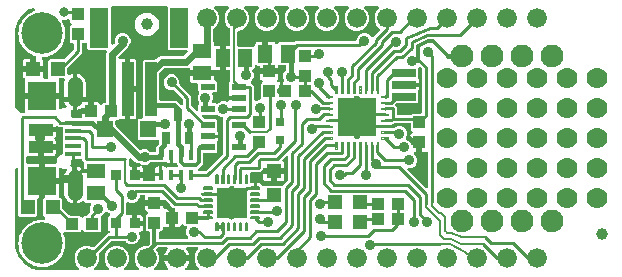
<source format=gbr>
G04 EAGLE Gerber RS-274X export*
G75*
%MOMM*%
%FSLAX34Y34*%
%LPD*%
%INTop Copper*%
%IPPOS*%
%AMOC8*
5,1,8,0,0,1.08239X$1,22.5*%
G01*
%ADD10R,1.240000X1.500000*%
%ADD11C,1.000000*%
%ADD12C,3.516000*%
%ADD13R,1.200000X0.550000*%
%ADD14R,1.400000X1.400000*%
%ADD15C,1.676400*%
%ADD16R,1.000000X4.600000*%
%ADD17R,1.600000X3.400000*%
%ADD18R,1.200000X1.200000*%
%ADD19R,1.075000X1.000000*%
%ADD20R,1.500000X1.240000*%
%ADD21R,0.900000X0.900000*%
%ADD22R,1.000000X1.075000*%
%ADD23C,0.140000*%
%ADD24R,2.500000X2.500000*%
%ADD25R,2.413000X2.413000*%
%ADD26C,1.308000*%
%ADD27R,1.350000X0.400000*%
%ADD28R,2.000000X1.000000*%
%ADD29R,0.635000X1.016000*%
%ADD30R,2.000000X0.700000*%
%ADD31C,0.125000*%
%ADD32R,3.200000X3.200000*%
%ADD33R,1.300000X1.200000*%
%ADD34R,0.450000X0.900000*%
%ADD35R,0.800000X0.800000*%
%ADD36C,0.254000*%
%ADD37C,0.906400*%
%ADD38C,0.800100*%
%ADD39C,1.930400*%
%ADD40C,0.406400*%
%ADD41C,0.304800*%
%ADD42C,0.381000*%
%ADD43C,0.609600*%
%ADD44C,0.203200*%
%ADD45C,0.889000*%
%ADD46C,1.778000*%

G36*
X120631Y102505D02*
X120631Y102505D01*
X120750Y102512D01*
X120788Y102525D01*
X120829Y102530D01*
X120939Y102573D01*
X121052Y102610D01*
X121087Y102632D01*
X121124Y102647D01*
X121220Y102716D01*
X121321Y102780D01*
X121349Y102810D01*
X121382Y102833D01*
X121458Y102925D01*
X121539Y103012D01*
X121559Y103047D01*
X121584Y103078D01*
X121635Y103186D01*
X121693Y103290D01*
X121703Y103330D01*
X121720Y103366D01*
X121742Y103483D01*
X121772Y103598D01*
X121776Y103658D01*
X121780Y103678D01*
X121778Y103699D01*
X121782Y103759D01*
X121782Y105959D01*
X121786Y105967D01*
X121823Y106014D01*
X121863Y106105D01*
X121911Y106192D01*
X121926Y106251D01*
X121950Y106306D01*
X121965Y106404D01*
X121990Y106500D01*
X121996Y106600D01*
X122000Y106620D01*
X121998Y106632D01*
X122000Y106661D01*
X122000Y107429D01*
X124469Y109897D01*
X124529Y109975D01*
X124597Y110047D01*
X124626Y110100D01*
X124663Y110148D01*
X124703Y110239D01*
X124751Y110326D01*
X124766Y110384D01*
X124790Y110440D01*
X124805Y110538D01*
X124830Y110634D01*
X124836Y110734D01*
X124840Y110754D01*
X124838Y110766D01*
X124840Y110794D01*
X124840Y111618D01*
X124825Y111736D01*
X124818Y111855D01*
X124805Y111893D01*
X124800Y111934D01*
X124757Y112044D01*
X124720Y112157D01*
X124698Y112192D01*
X124683Y112229D01*
X124614Y112325D01*
X124550Y112426D01*
X124520Y112454D01*
X124497Y112487D01*
X124405Y112563D01*
X124318Y112644D01*
X124283Y112664D01*
X124252Y112689D01*
X124144Y112740D01*
X124040Y112798D01*
X124000Y112808D01*
X123964Y112825D01*
X123847Y112847D01*
X123732Y112877D01*
X123672Y112881D01*
X123652Y112885D01*
X123631Y112883D01*
X123571Y112887D01*
X107813Y112887D01*
X106622Y114078D01*
X106622Y130028D01*
X106673Y130044D01*
X106819Y130086D01*
X106825Y130089D01*
X106832Y130091D01*
X106962Y130170D01*
X107093Y130248D01*
X107100Y130254D01*
X107104Y130256D01*
X107111Y130263D01*
X107214Y130354D01*
X107813Y130953D01*
X109648Y130953D01*
X109766Y130968D01*
X109885Y130975D01*
X109923Y130988D01*
X109964Y130993D01*
X110074Y131036D01*
X110187Y131073D01*
X110222Y131095D01*
X110259Y131110D01*
X110355Y131179D01*
X110456Y131243D01*
X110484Y131273D01*
X110517Y131296D01*
X110593Y131388D01*
X110674Y131475D01*
X110694Y131510D01*
X110719Y131541D01*
X110770Y131649D01*
X110828Y131753D01*
X110838Y131793D01*
X110855Y131829D01*
X110877Y131946D01*
X110907Y132061D01*
X110911Y132121D01*
X110915Y132141D01*
X110913Y132162D01*
X110917Y132222D01*
X110917Y179882D01*
X112108Y181073D01*
X121292Y181073D01*
X121390Y181085D01*
X121489Y181088D01*
X121547Y181105D01*
X121607Y181113D01*
X121700Y181149D01*
X121795Y181177D01*
X121847Y181207D01*
X121903Y181230D01*
X121983Y181288D01*
X122068Y181338D01*
X122144Y181404D01*
X122160Y181416D01*
X122168Y181426D01*
X122189Y181445D01*
X122514Y181769D01*
X124122Y183377D01*
X125989Y184151D01*
X145240Y184151D01*
X145338Y184163D01*
X145437Y184166D01*
X145495Y184183D01*
X145555Y184191D01*
X145647Y184227D01*
X145742Y184255D01*
X145795Y184285D01*
X145851Y184308D01*
X145931Y184366D01*
X146016Y184416D01*
X146092Y184482D01*
X146108Y184494D01*
X146116Y184504D01*
X146137Y184522D01*
X148455Y186841D01*
X148541Y186950D01*
X148629Y187057D01*
X148638Y187076D01*
X148650Y187092D01*
X148706Y187220D01*
X148765Y187345D01*
X148768Y187365D01*
X148777Y187384D01*
X148798Y187522D01*
X148824Y187658D01*
X148823Y187678D01*
X148826Y187698D01*
X148813Y187837D01*
X148805Y187975D01*
X148799Y187994D01*
X148797Y188014D01*
X148749Y188146D01*
X148707Y188277D01*
X148696Y188295D01*
X148689Y188314D01*
X148611Y188429D01*
X148537Y188546D01*
X148522Y188560D01*
X148510Y188577D01*
X148406Y188669D01*
X148305Y188764D01*
X148287Y188774D01*
X148272Y188787D01*
X148148Y188851D01*
X148026Y188918D01*
X148007Y188923D01*
X147989Y188932D01*
X147853Y188962D01*
X147718Y188997D01*
X147690Y188999D01*
X147678Y189002D01*
X147658Y189001D01*
X147558Y189007D01*
X133108Y189007D01*
X131917Y190198D01*
X131917Y224790D01*
X131902Y224908D01*
X131895Y225027D01*
X131882Y225065D01*
X131877Y225106D01*
X131834Y225216D01*
X131797Y225329D01*
X131775Y225364D01*
X131760Y225401D01*
X131691Y225497D01*
X131627Y225598D01*
X131597Y225626D01*
X131574Y225659D01*
X131482Y225735D01*
X131395Y225816D01*
X131360Y225836D01*
X131329Y225861D01*
X131221Y225912D01*
X131117Y225970D01*
X131077Y225980D01*
X131041Y225997D01*
X130924Y226019D01*
X130809Y226049D01*
X130749Y226053D01*
X130729Y226057D01*
X130708Y226055D01*
X130648Y226059D01*
X85252Y226059D01*
X85134Y226044D01*
X85015Y226037D01*
X84977Y226024D01*
X84936Y226019D01*
X84826Y225976D01*
X84713Y225939D01*
X84678Y225917D01*
X84641Y225902D01*
X84545Y225833D01*
X84444Y225769D01*
X84416Y225739D01*
X84383Y225716D01*
X84307Y225624D01*
X84226Y225537D01*
X84206Y225502D01*
X84181Y225471D01*
X84130Y225363D01*
X84072Y225259D01*
X84062Y225219D01*
X84045Y225183D01*
X84023Y225066D01*
X83993Y224951D01*
X83989Y224891D01*
X83985Y224871D01*
X83987Y224850D01*
X83983Y224790D01*
X83983Y194816D01*
X84000Y194678D01*
X84013Y194540D01*
X84020Y194521D01*
X84023Y194501D01*
X84074Y194372D01*
X84121Y194241D01*
X84132Y194224D01*
X84140Y194205D01*
X84221Y194093D01*
X84299Y193977D01*
X84315Y193964D01*
X84326Y193948D01*
X84434Y193859D01*
X84538Y193767D01*
X84556Y193758D01*
X84571Y193745D01*
X84697Y193686D01*
X84821Y193622D01*
X84841Y193618D01*
X84859Y193609D01*
X84996Y193583D01*
X85131Y193553D01*
X85152Y193553D01*
X85171Y193550D01*
X85310Y193558D01*
X85449Y193562D01*
X85469Y193568D01*
X85489Y193569D01*
X85621Y193612D01*
X85755Y193651D01*
X85772Y193661D01*
X85791Y193667D01*
X85909Y193742D01*
X86029Y193812D01*
X86050Y193831D01*
X86060Y193837D01*
X86074Y193852D01*
X86149Y193919D01*
X87044Y194813D01*
X87104Y194891D01*
X87172Y194963D01*
X87201Y195016D01*
X87238Y195064D01*
X87278Y195155D01*
X87326Y195242D01*
X87341Y195300D01*
X87365Y195356D01*
X87380Y195454D01*
X87405Y195550D01*
X87411Y195650D01*
X87415Y195670D01*
X87413Y195682D01*
X87415Y195710D01*
X87415Y198156D01*
X88415Y200569D01*
X90261Y202415D01*
X92674Y203415D01*
X95286Y203415D01*
X97699Y202415D01*
X99545Y200569D01*
X100545Y198156D01*
X100545Y195544D01*
X99545Y193131D01*
X98598Y192184D01*
X98593Y192177D01*
X98585Y192171D01*
X98494Y192050D01*
X98403Y191933D01*
X98400Y191925D01*
X98394Y191917D01*
X98323Y191772D01*
X98287Y191686D01*
X90542Y183941D01*
X90482Y183863D01*
X90414Y183791D01*
X90385Y183738D01*
X90348Y183690D01*
X90308Y183599D01*
X90260Y183512D01*
X90245Y183454D01*
X90221Y183398D01*
X90206Y183300D01*
X90181Y183204D01*
X90175Y183104D01*
X90171Y183084D01*
X90173Y183072D01*
X90171Y183044D01*
X90171Y182568D01*
X90187Y182436D01*
X90198Y182304D01*
X90207Y182278D01*
X90211Y182252D01*
X90259Y182128D01*
X90303Y182003D01*
X90318Y181981D01*
X90328Y181956D01*
X90406Y181849D01*
X90479Y181738D01*
X90499Y181721D01*
X90514Y181699D01*
X90617Y181614D01*
X90715Y181526D01*
X90739Y181513D01*
X90759Y181496D01*
X90880Y181440D01*
X90997Y181378D01*
X91023Y181372D01*
X91047Y181361D01*
X91177Y181336D01*
X91307Y181305D01*
X91333Y181306D01*
X91359Y181301D01*
X91492Y181309D01*
X91625Y181312D01*
X91650Y181319D01*
X91677Y181321D01*
X91803Y181361D01*
X91931Y181397D01*
X91932Y181398D01*
X92616Y181581D01*
X95451Y181581D01*
X95451Y157270D01*
X95466Y157152D01*
X95473Y157033D01*
X95485Y156995D01*
X95491Y156955D01*
X95534Y156844D01*
X95571Y156731D01*
X95593Y156697D01*
X95608Y156659D01*
X95677Y156563D01*
X95741Y156462D01*
X95771Y156434D01*
X95794Y156402D01*
X95886Y156326D01*
X95973Y156244D01*
X96008Y156225D01*
X96039Y156199D01*
X96147Y156148D01*
X96251Y156091D01*
X96291Y156081D01*
X96327Y156063D01*
X96434Y156043D01*
X96404Y156039D01*
X96294Y155995D01*
X96181Y155959D01*
X96146Y155937D01*
X96109Y155922D01*
X96012Y155852D01*
X95912Y155789D01*
X95884Y155759D01*
X95851Y155735D01*
X95775Y155644D01*
X95694Y155557D01*
X95674Y155522D01*
X95649Y155490D01*
X95598Y155383D01*
X95540Y155278D01*
X95530Y155239D01*
X95513Y155203D01*
X95491Y155086D01*
X95461Y154970D01*
X95457Y154910D01*
X95453Y154890D01*
X95455Y154870D01*
X95451Y154810D01*
X95451Y130499D01*
X92616Y130499D01*
X91898Y130692D01*
X91885Y130698D01*
X91839Y130708D01*
X91796Y130727D01*
X91684Y130743D01*
X91575Y130768D01*
X91528Y130766D01*
X91481Y130773D01*
X91369Y130762D01*
X91257Y130758D01*
X91212Y130745D01*
X91165Y130740D01*
X91059Y130701D01*
X90951Y130670D01*
X90911Y130646D01*
X90867Y130629D01*
X90774Y130565D01*
X90677Y130508D01*
X90623Y130460D01*
X90605Y130448D01*
X90593Y130434D01*
X90556Y130402D01*
X90282Y130127D01*
X88957Y130127D01*
X88839Y130112D01*
X88720Y130105D01*
X88682Y130092D01*
X88641Y130087D01*
X88531Y130044D01*
X88418Y130007D01*
X88383Y129985D01*
X88346Y129970D01*
X88250Y129901D01*
X88149Y129837D01*
X88121Y129807D01*
X88088Y129784D01*
X88012Y129692D01*
X87931Y129605D01*
X87911Y129570D01*
X87886Y129539D01*
X87835Y129431D01*
X87777Y129327D01*
X87767Y129287D01*
X87750Y129251D01*
X87728Y129134D01*
X87698Y129019D01*
X87694Y128959D01*
X87690Y128939D01*
X87692Y128918D01*
X87688Y128858D01*
X87688Y125763D01*
X87700Y125665D01*
X87703Y125566D01*
X87720Y125508D01*
X87728Y125448D01*
X87764Y125356D01*
X87792Y125261D01*
X87822Y125208D01*
X87845Y125152D01*
X87903Y125072D01*
X87953Y124987D01*
X88019Y124911D01*
X88031Y124895D01*
X88041Y124887D01*
X88059Y124866D01*
X108260Y104666D01*
X108283Y104648D01*
X108302Y104625D01*
X108408Y104551D01*
X108511Y104471D01*
X108538Y104459D01*
X108562Y104442D01*
X108683Y104396D01*
X108803Y104344D01*
X108832Y104340D01*
X108859Y104329D01*
X108988Y104315D01*
X109117Y104295D01*
X109146Y104297D01*
X109175Y104294D01*
X109304Y104312D01*
X109433Y104324D01*
X109461Y104334D01*
X109490Y104339D01*
X109643Y104391D01*
X111089Y104990D01*
X113701Y104990D01*
X116114Y103990D01*
X117242Y102861D01*
X117321Y102801D01*
X117393Y102733D01*
X117446Y102704D01*
X117494Y102667D01*
X117585Y102627D01*
X117671Y102579D01*
X117730Y102564D01*
X117786Y102540D01*
X117884Y102525D01*
X117979Y102500D01*
X118079Y102494D01*
X118100Y102490D01*
X118112Y102492D01*
X118140Y102490D01*
X120513Y102490D01*
X120631Y102505D01*
G37*
G36*
X216043Y186071D02*
X216043Y186071D01*
X216162Y186078D01*
X216200Y186091D01*
X216240Y186096D01*
X216351Y186140D01*
X216464Y186176D01*
X216499Y186198D01*
X216536Y186213D01*
X216632Y186283D01*
X216733Y186346D01*
X216761Y186376D01*
X216793Y186400D01*
X216869Y186491D01*
X216951Y186578D01*
X216970Y186613D01*
X216996Y186645D01*
X217047Y186752D01*
X217104Y186856D01*
X217115Y186896D01*
X217132Y186932D01*
X217154Y187049D01*
X217184Y187164D01*
X217188Y187225D01*
X217192Y187245D01*
X217190Y187265D01*
X217194Y187325D01*
X217194Y196096D01*
X221189Y196096D01*
X221836Y195923D01*
X222415Y195588D01*
X222888Y195115D01*
X223251Y194486D01*
X223327Y194386D01*
X223398Y194282D01*
X223423Y194259D01*
X223444Y194232D01*
X223542Y194154D01*
X223636Y194071D01*
X223666Y194056D01*
X223693Y194035D01*
X223808Y193984D01*
X223920Y193926D01*
X223953Y193919D01*
X223983Y193905D01*
X224107Y193884D01*
X224230Y193857D01*
X224264Y193858D01*
X224297Y193852D01*
X224422Y193863D01*
X224548Y193866D01*
X224580Y193876D01*
X224614Y193879D01*
X224732Y193920D01*
X224853Y193955D01*
X224882Y193972D01*
X224914Y193983D01*
X225019Y194053D01*
X225127Y194116D01*
X225164Y194149D01*
X225179Y194159D01*
X225194Y194175D01*
X225248Y194223D01*
X226613Y195588D01*
X237991Y195588D01*
X238089Y195600D01*
X238188Y195603D01*
X238247Y195620D01*
X238307Y195628D01*
X238399Y195664D01*
X238494Y195692D01*
X238546Y195722D01*
X238602Y195745D01*
X238682Y195803D01*
X238768Y195853D01*
X238843Y195919D01*
X238860Y195931D01*
X238868Y195941D01*
X238889Y195959D01*
X239907Y196978D01*
X290616Y196978D01*
X290734Y196993D01*
X290853Y197000D01*
X290891Y197013D01*
X290932Y197018D01*
X291042Y197061D01*
X291155Y197098D01*
X291190Y197120D01*
X291227Y197135D01*
X291323Y197204D01*
X291424Y197268D01*
X291452Y197298D01*
X291485Y197321D01*
X291561Y197413D01*
X291642Y197500D01*
X291662Y197535D01*
X291687Y197566D01*
X291738Y197674D01*
X291796Y197778D01*
X291806Y197818D01*
X291823Y197854D01*
X291845Y197971D01*
X291875Y198086D01*
X291878Y198139D01*
X292885Y200569D01*
X294731Y202415D01*
X297144Y203415D01*
X299756Y203415D01*
X302169Y202415D01*
X304023Y200561D01*
X304025Y200556D01*
X304086Y200465D01*
X304141Y200370D01*
X304175Y200334D01*
X304203Y200293D01*
X304286Y200220D01*
X304362Y200141D01*
X304404Y200115D01*
X304442Y200082D01*
X304540Y200032D01*
X304633Y199975D01*
X304681Y199960D01*
X304725Y199938D01*
X304832Y199914D01*
X304937Y199881D01*
X304987Y199879D01*
X305035Y199868D01*
X305145Y199872D01*
X305255Y199866D01*
X305303Y199876D01*
X305353Y199878D01*
X305459Y199908D01*
X305566Y199931D01*
X305611Y199952D01*
X305659Y199966D01*
X305753Y200022D01*
X305852Y200070D01*
X305890Y200103D01*
X305933Y200128D01*
X306053Y200234D01*
X311348Y205529D01*
X311421Y205623D01*
X311500Y205712D01*
X311518Y205748D01*
X311543Y205780D01*
X311590Y205889D01*
X311644Y205995D01*
X311653Y206035D01*
X311669Y206072D01*
X311688Y206189D01*
X311714Y206305D01*
X311713Y206346D01*
X311719Y206386D01*
X311708Y206504D01*
X311704Y206623D01*
X311693Y206662D01*
X311689Y206702D01*
X311649Y206815D01*
X311616Y206929D01*
X311595Y206964D01*
X311582Y207002D01*
X311515Y207100D01*
X311454Y207203D01*
X311414Y207248D01*
X311403Y207265D01*
X311388Y207278D01*
X311348Y207324D01*
X308671Y210001D01*
X307085Y213828D01*
X307085Y217972D01*
X308671Y221799D01*
X310764Y223893D01*
X310849Y224002D01*
X310938Y224109D01*
X310946Y224128D01*
X310959Y224144D01*
X311014Y224272D01*
X311073Y224397D01*
X311077Y224417D01*
X311085Y224436D01*
X311107Y224574D01*
X311133Y224710D01*
X311132Y224730D01*
X311135Y224750D01*
X311122Y224889D01*
X311113Y225027D01*
X311107Y225046D01*
X311105Y225066D01*
X311058Y225198D01*
X311015Y225329D01*
X311004Y225347D01*
X310998Y225366D01*
X310920Y225481D01*
X310845Y225598D01*
X310830Y225612D01*
X310819Y225629D01*
X310715Y225721D01*
X310614Y225816D01*
X310596Y225826D01*
X310581Y225839D01*
X310456Y225903D01*
X310335Y225970D01*
X310315Y225975D01*
X310297Y225984D01*
X310162Y226014D01*
X310027Y226049D01*
X309999Y226051D01*
X309987Y226054D01*
X309967Y226053D01*
X309866Y226059D01*
X299734Y226059D01*
X299596Y226042D01*
X299457Y226029D01*
X299438Y226022D01*
X299418Y226019D01*
X299289Y225968D01*
X299158Y225921D01*
X299141Y225910D01*
X299122Y225902D01*
X299010Y225821D01*
X298895Y225743D01*
X298881Y225727D01*
X298865Y225716D01*
X298776Y225608D01*
X298684Y225504D01*
X298675Y225486D01*
X298662Y225471D01*
X298603Y225345D01*
X298540Y225221D01*
X298535Y225201D01*
X298527Y225183D01*
X298501Y225047D01*
X298470Y224911D01*
X298471Y224890D01*
X298467Y224871D01*
X298476Y224732D01*
X298480Y224593D01*
X298485Y224573D01*
X298487Y224553D01*
X298529Y224421D01*
X298568Y224287D01*
X298578Y224270D01*
X298585Y224251D01*
X298659Y224133D01*
X298730Y224013D01*
X298748Y223992D01*
X298755Y223982D01*
X298770Y223968D01*
X298836Y223893D01*
X300929Y221799D01*
X302515Y217972D01*
X302515Y213828D01*
X300929Y210001D01*
X297999Y207071D01*
X294172Y205485D01*
X290028Y205485D01*
X286201Y207071D01*
X283271Y210001D01*
X281685Y213828D01*
X281685Y217972D01*
X283271Y221799D01*
X285364Y223893D01*
X285449Y224002D01*
X285538Y224109D01*
X285546Y224128D01*
X285559Y224144D01*
X285614Y224272D01*
X285673Y224397D01*
X285677Y224417D01*
X285685Y224436D01*
X285707Y224574D01*
X285733Y224710D01*
X285732Y224730D01*
X285735Y224750D01*
X285722Y224889D01*
X285713Y225027D01*
X285707Y225046D01*
X285705Y225066D01*
X285658Y225198D01*
X285615Y225329D01*
X285604Y225347D01*
X285598Y225366D01*
X285520Y225481D01*
X285445Y225598D01*
X285430Y225612D01*
X285419Y225629D01*
X285315Y225721D01*
X285214Y225816D01*
X285196Y225826D01*
X285181Y225839D01*
X285056Y225903D01*
X284935Y225970D01*
X284915Y225975D01*
X284897Y225984D01*
X284762Y226014D01*
X284627Y226049D01*
X284599Y226051D01*
X284587Y226054D01*
X284567Y226053D01*
X284466Y226059D01*
X274334Y226059D01*
X274196Y226042D01*
X274057Y226029D01*
X274038Y226022D01*
X274018Y226019D01*
X273889Y225968D01*
X273758Y225921D01*
X273741Y225910D01*
X273722Y225902D01*
X273610Y225821D01*
X273495Y225743D01*
X273481Y225727D01*
X273465Y225716D01*
X273376Y225608D01*
X273284Y225504D01*
X273275Y225486D01*
X273262Y225471D01*
X273203Y225345D01*
X273140Y225221D01*
X273135Y225201D01*
X273127Y225183D01*
X273101Y225047D01*
X273070Y224911D01*
X273071Y224890D01*
X273067Y224871D01*
X273076Y224732D01*
X273080Y224593D01*
X273085Y224573D01*
X273087Y224553D01*
X273129Y224421D01*
X273168Y224287D01*
X273178Y224270D01*
X273185Y224251D01*
X273259Y224133D01*
X273330Y224013D01*
X273348Y223992D01*
X273355Y223982D01*
X273370Y223968D01*
X273436Y223893D01*
X275529Y221799D01*
X277115Y217972D01*
X277115Y213828D01*
X275529Y210001D01*
X272599Y207071D01*
X268772Y205485D01*
X264628Y205485D01*
X260801Y207071D01*
X257871Y210001D01*
X256285Y213828D01*
X256285Y217972D01*
X257871Y221799D01*
X259964Y223893D01*
X260049Y224002D01*
X260138Y224109D01*
X260146Y224128D01*
X260159Y224144D01*
X260214Y224272D01*
X260273Y224397D01*
X260277Y224417D01*
X260285Y224436D01*
X260307Y224574D01*
X260333Y224710D01*
X260332Y224730D01*
X260335Y224750D01*
X260322Y224889D01*
X260313Y225027D01*
X260307Y225046D01*
X260305Y225066D01*
X260258Y225198D01*
X260215Y225329D01*
X260204Y225347D01*
X260198Y225366D01*
X260120Y225481D01*
X260045Y225598D01*
X260030Y225612D01*
X260019Y225629D01*
X259915Y225721D01*
X259814Y225816D01*
X259796Y225826D01*
X259781Y225839D01*
X259656Y225903D01*
X259535Y225970D01*
X259515Y225975D01*
X259497Y225984D01*
X259362Y226014D01*
X259227Y226049D01*
X259199Y226051D01*
X259187Y226054D01*
X259167Y226053D01*
X259066Y226059D01*
X248934Y226059D01*
X248796Y226042D01*
X248657Y226029D01*
X248638Y226022D01*
X248618Y226019D01*
X248489Y225968D01*
X248358Y225921D01*
X248341Y225910D01*
X248322Y225902D01*
X248210Y225821D01*
X248095Y225743D01*
X248081Y225727D01*
X248065Y225716D01*
X247976Y225608D01*
X247884Y225504D01*
X247875Y225486D01*
X247862Y225471D01*
X247803Y225345D01*
X247740Y225221D01*
X247735Y225201D01*
X247727Y225183D01*
X247701Y225047D01*
X247670Y224911D01*
X247671Y224890D01*
X247667Y224871D01*
X247676Y224732D01*
X247680Y224593D01*
X247685Y224573D01*
X247687Y224553D01*
X247729Y224421D01*
X247768Y224287D01*
X247778Y224270D01*
X247785Y224251D01*
X247859Y224133D01*
X247930Y224013D01*
X247948Y223992D01*
X247955Y223982D01*
X247970Y223968D01*
X248036Y223893D01*
X250129Y221799D01*
X251715Y217972D01*
X251715Y213828D01*
X250129Y210001D01*
X247199Y207071D01*
X243372Y205485D01*
X239228Y205485D01*
X235401Y207071D01*
X232471Y210001D01*
X230885Y213828D01*
X230885Y217972D01*
X232471Y221799D01*
X234564Y223893D01*
X234649Y224002D01*
X234738Y224109D01*
X234746Y224128D01*
X234759Y224144D01*
X234814Y224272D01*
X234873Y224397D01*
X234877Y224417D01*
X234885Y224436D01*
X234907Y224574D01*
X234933Y224710D01*
X234932Y224730D01*
X234935Y224750D01*
X234922Y224889D01*
X234913Y225027D01*
X234907Y225046D01*
X234905Y225066D01*
X234858Y225198D01*
X234815Y225329D01*
X234804Y225347D01*
X234798Y225366D01*
X234720Y225481D01*
X234645Y225598D01*
X234630Y225612D01*
X234619Y225629D01*
X234515Y225721D01*
X234414Y225816D01*
X234396Y225826D01*
X234381Y225839D01*
X234256Y225903D01*
X234135Y225970D01*
X234115Y225975D01*
X234097Y225984D01*
X233962Y226014D01*
X233827Y226049D01*
X233799Y226051D01*
X233787Y226054D01*
X233767Y226053D01*
X233666Y226059D01*
X223534Y226059D01*
X223396Y226042D01*
X223257Y226029D01*
X223238Y226022D01*
X223218Y226019D01*
X223089Y225968D01*
X222958Y225921D01*
X222941Y225910D01*
X222922Y225902D01*
X222810Y225821D01*
X222695Y225743D01*
X222681Y225727D01*
X222665Y225716D01*
X222576Y225608D01*
X222484Y225504D01*
X222475Y225486D01*
X222462Y225471D01*
X222403Y225345D01*
X222340Y225221D01*
X222335Y225201D01*
X222327Y225183D01*
X222301Y225047D01*
X222270Y224911D01*
X222271Y224890D01*
X222267Y224871D01*
X222276Y224732D01*
X222280Y224593D01*
X222285Y224573D01*
X222287Y224553D01*
X222329Y224421D01*
X222368Y224287D01*
X222378Y224270D01*
X222385Y224251D01*
X222459Y224133D01*
X222530Y224013D01*
X222548Y223992D01*
X222555Y223982D01*
X222570Y223968D01*
X222636Y223893D01*
X224729Y221799D01*
X226315Y217972D01*
X226315Y213828D01*
X224729Y210001D01*
X221799Y207071D01*
X217972Y205485D01*
X213828Y205485D01*
X210001Y207071D01*
X207071Y210001D01*
X205485Y213828D01*
X205485Y217972D01*
X207071Y221799D01*
X209164Y223893D01*
X209249Y224002D01*
X209338Y224109D01*
X209346Y224128D01*
X209359Y224144D01*
X209414Y224272D01*
X209473Y224397D01*
X209477Y224417D01*
X209485Y224436D01*
X209507Y224574D01*
X209533Y224710D01*
X209532Y224730D01*
X209535Y224750D01*
X209522Y224889D01*
X209513Y225027D01*
X209507Y225046D01*
X209505Y225066D01*
X209458Y225198D01*
X209415Y225329D01*
X209404Y225347D01*
X209398Y225366D01*
X209320Y225481D01*
X209245Y225598D01*
X209230Y225612D01*
X209219Y225629D01*
X209115Y225721D01*
X209014Y225816D01*
X208996Y225826D01*
X208981Y225839D01*
X208856Y225903D01*
X208735Y225970D01*
X208715Y225975D01*
X208697Y225984D01*
X208562Y226014D01*
X208427Y226049D01*
X208399Y226051D01*
X208387Y226054D01*
X208367Y226053D01*
X208266Y226059D01*
X198134Y226059D01*
X197996Y226042D01*
X197857Y226029D01*
X197838Y226022D01*
X197818Y226019D01*
X197689Y225968D01*
X197558Y225921D01*
X197541Y225910D01*
X197522Y225902D01*
X197410Y225821D01*
X197295Y225743D01*
X197281Y225727D01*
X197265Y225716D01*
X197176Y225608D01*
X197084Y225504D01*
X197075Y225486D01*
X197062Y225471D01*
X197003Y225345D01*
X196940Y225221D01*
X196935Y225201D01*
X196927Y225183D01*
X196901Y225047D01*
X196870Y224911D01*
X196871Y224890D01*
X196867Y224871D01*
X196876Y224732D01*
X196880Y224593D01*
X196885Y224573D01*
X196887Y224553D01*
X196929Y224421D01*
X196968Y224287D01*
X196978Y224270D01*
X196985Y224251D01*
X197059Y224133D01*
X197130Y224013D01*
X197148Y223992D01*
X197155Y223982D01*
X197170Y223968D01*
X197236Y223893D01*
X199329Y221799D01*
X200915Y217972D01*
X200915Y213828D01*
X199329Y210001D01*
X196399Y207071D01*
X192572Y205485D01*
X192278Y205485D01*
X192160Y205470D01*
X192041Y205463D01*
X192003Y205450D01*
X191962Y205445D01*
X191852Y205402D01*
X191739Y205365D01*
X191704Y205343D01*
X191667Y205328D01*
X191571Y205259D01*
X191470Y205195D01*
X191442Y205165D01*
X191409Y205142D01*
X191333Y205050D01*
X191252Y204963D01*
X191232Y204928D01*
X191207Y204897D01*
X191156Y204789D01*
X191098Y204685D01*
X191088Y204645D01*
X191071Y204609D01*
X191049Y204492D01*
X191019Y204377D01*
X191015Y204317D01*
X191011Y204297D01*
X191013Y204276D01*
X191009Y204216D01*
X191009Y193282D01*
X191024Y193164D01*
X191031Y193045D01*
X191044Y193007D01*
X191049Y192966D01*
X191092Y192856D01*
X191129Y192743D01*
X191151Y192708D01*
X191166Y192671D01*
X191235Y192575D01*
X191299Y192474D01*
X191329Y192446D01*
X191352Y192413D01*
X191444Y192337D01*
X191531Y192256D01*
X191566Y192236D01*
X191597Y192211D01*
X191705Y192160D01*
X191809Y192102D01*
X191849Y192092D01*
X191885Y192075D01*
X192002Y192053D01*
X192117Y192023D01*
X192177Y192019D01*
X192197Y192015D01*
X192218Y192017D01*
X192278Y192013D01*
X204645Y192013D01*
X204763Y192028D01*
X204882Y192035D01*
X204920Y192048D01*
X204961Y192053D01*
X205071Y192096D01*
X205184Y192133D01*
X205219Y192155D01*
X205256Y192170D01*
X205352Y192239D01*
X205453Y192303D01*
X205481Y192333D01*
X205514Y192356D01*
X205590Y192448D01*
X205671Y192535D01*
X205691Y192570D01*
X205716Y192601D01*
X205767Y192709D01*
X205825Y192813D01*
X205835Y192853D01*
X205852Y192889D01*
X205874Y193006D01*
X205904Y193121D01*
X205908Y193181D01*
X205912Y193201D01*
X205910Y193222D01*
X205914Y193282D01*
X205914Y193889D01*
X206087Y194536D01*
X206422Y195115D01*
X206895Y195588D01*
X207474Y195923D01*
X208121Y196096D01*
X212116Y196096D01*
X212116Y187325D01*
X212131Y187207D01*
X212138Y187088D01*
X212151Y187050D01*
X212156Y187010D01*
X212199Y186899D01*
X212236Y186786D01*
X212258Y186751D01*
X212273Y186714D01*
X212343Y186618D01*
X212406Y186517D01*
X212436Y186489D01*
X212460Y186457D01*
X212551Y186381D01*
X212638Y186299D01*
X212673Y186280D01*
X212704Y186254D01*
X212812Y186203D01*
X212916Y186146D01*
X212956Y186135D01*
X212992Y186118D01*
X213109Y186096D01*
X213224Y186066D01*
X213285Y186062D01*
X213305Y186058D01*
X213325Y186060D01*
X213385Y186056D01*
X215925Y186056D01*
X216043Y186071D01*
G37*
G36*
X57998Y131348D02*
X57998Y131348D01*
X58117Y131355D01*
X58155Y131368D01*
X58196Y131373D01*
X58306Y131416D01*
X58419Y131453D01*
X58454Y131475D01*
X58491Y131490D01*
X58587Y131559D01*
X58688Y131623D01*
X58716Y131653D01*
X58749Y131676D01*
X58825Y131768D01*
X58906Y131855D01*
X58926Y131890D01*
X58951Y131921D01*
X59002Y132029D01*
X59060Y132133D01*
X59070Y132173D01*
X59087Y132209D01*
X59109Y132326D01*
X59139Y132441D01*
X59143Y132501D01*
X59147Y132521D01*
X59145Y132542D01*
X59149Y132602D01*
X59149Y134661D01*
X65835Y134661D01*
X65953Y134676D01*
X66072Y134683D01*
X66110Y134695D01*
X66150Y134701D01*
X66261Y134744D01*
X66374Y134781D01*
X66408Y134803D01*
X66446Y134818D01*
X66542Y134887D01*
X66643Y134951D01*
X66671Y134981D01*
X66703Y135004D01*
X66779Y135096D01*
X66861Y135183D01*
X66880Y135218D01*
X66906Y135249D01*
X66957Y135357D01*
X67014Y135461D01*
X67024Y135501D01*
X67042Y135537D01*
X67064Y135654D01*
X67094Y135769D01*
X67098Y135829D01*
X67101Y135849D01*
X67100Y135870D01*
X67104Y135930D01*
X67104Y137121D01*
X68295Y137121D01*
X68413Y137136D01*
X68532Y137143D01*
X68570Y137156D01*
X68611Y137161D01*
X68721Y137205D01*
X68834Y137241D01*
X68869Y137263D01*
X68906Y137278D01*
X69002Y137348D01*
X69103Y137411D01*
X69131Y137441D01*
X69164Y137465D01*
X69240Y137556D01*
X69321Y137643D01*
X69341Y137678D01*
X69366Y137710D01*
X69417Y137817D01*
X69475Y137922D01*
X69485Y137961D01*
X69502Y137997D01*
X69524Y138114D01*
X69554Y138230D01*
X69558Y138290D01*
X69562Y138310D01*
X69560Y138330D01*
X69564Y138390D01*
X69564Y144701D01*
X72774Y144701D01*
X73421Y144528D01*
X74000Y144193D01*
X74473Y143720D01*
X74708Y143313D01*
X74784Y143213D01*
X74855Y143108D01*
X74880Y143086D01*
X74901Y143059D01*
X74999Y142981D01*
X75093Y142898D01*
X75123Y142883D01*
X75150Y142862D01*
X75265Y142811D01*
X75377Y142753D01*
X75409Y142746D01*
X75440Y142732D01*
X75564Y142711D01*
X75687Y142684D01*
X75721Y142685D01*
X75754Y142679D01*
X75879Y142690D01*
X76005Y142693D01*
X76037Y142703D01*
X76071Y142706D01*
X76189Y142747D01*
X76310Y142782D01*
X76339Y142799D01*
X76371Y142810D01*
X76476Y142880D01*
X76584Y142943D01*
X76621Y142976D01*
X76636Y142986D01*
X76651Y143002D01*
X76705Y143050D01*
X77848Y144193D01*
X78740Y144193D01*
X78858Y144208D01*
X78977Y144215D01*
X79015Y144228D01*
X79056Y144233D01*
X79166Y144276D01*
X79279Y144313D01*
X79314Y144335D01*
X79351Y144350D01*
X79447Y144419D01*
X79548Y144483D01*
X79576Y144513D01*
X79609Y144536D01*
X79685Y144628D01*
X79766Y144715D01*
X79786Y144750D01*
X79811Y144781D01*
X79862Y144889D01*
X79920Y144993D01*
X79930Y145033D01*
X79947Y145069D01*
X79969Y145186D01*
X79999Y145301D01*
X80003Y145361D01*
X80007Y145381D01*
X80005Y145402D01*
X80009Y145462D01*
X80009Y186685D01*
X80244Y187252D01*
X80258Y187300D01*
X80279Y187345D01*
X80299Y187453D01*
X80328Y187559D01*
X80329Y187609D01*
X80338Y187658D01*
X80332Y187767D01*
X80333Y187877D01*
X80322Y187925D01*
X80319Y187975D01*
X80285Y188079D01*
X80259Y188186D01*
X80236Y188230D01*
X80221Y188277D01*
X80162Y188370D01*
X80111Y188467D01*
X80077Y188504D01*
X80051Y188546D01*
X79970Y188621D01*
X79897Y188703D01*
X79855Y188730D01*
X79819Y188764D01*
X79723Y188817D01*
X79631Y188877D01*
X79584Y188894D01*
X79540Y188918D01*
X79434Y188945D01*
X79330Y188981D01*
X79281Y188985D01*
X79232Y188997D01*
X79072Y189007D01*
X65108Y189007D01*
X63917Y190198D01*
X63917Y194043D01*
X63900Y194181D01*
X63887Y194320D01*
X63880Y194339D01*
X63877Y194359D01*
X63826Y194488D01*
X63779Y194619D01*
X63768Y194636D01*
X63760Y194655D01*
X63679Y194767D01*
X63601Y194882D01*
X63585Y194896D01*
X63574Y194912D01*
X63467Y195000D01*
X63362Y195093D01*
X63344Y195102D01*
X63329Y195115D01*
X63203Y195174D01*
X63079Y195237D01*
X63059Y195242D01*
X63041Y195250D01*
X62905Y195276D01*
X62769Y195307D01*
X62748Y195306D01*
X62729Y195310D01*
X62590Y195301D01*
X62451Y195297D01*
X62431Y195292D01*
X62411Y195290D01*
X62279Y195247D01*
X62145Y195209D01*
X62128Y195198D01*
X62109Y195192D01*
X61991Y195118D01*
X61871Y195047D01*
X61850Y195029D01*
X61840Y195022D01*
X61826Y195007D01*
X61750Y194941D01*
X61722Y194912D01*
X60452Y194912D01*
X60334Y194897D01*
X60215Y194890D01*
X60177Y194877D01*
X60136Y194872D01*
X60026Y194829D01*
X59913Y194792D01*
X59878Y194770D01*
X59841Y194755D01*
X59745Y194686D01*
X59644Y194622D01*
X59616Y194592D01*
X59583Y194569D01*
X59507Y194477D01*
X59426Y194390D01*
X59406Y194355D01*
X59381Y194324D01*
X59330Y194216D01*
X59272Y194112D01*
X59262Y194072D01*
X59245Y194036D01*
X59223Y193919D01*
X59193Y193804D01*
X59189Y193744D01*
X59185Y193724D01*
X59187Y193703D01*
X59183Y193643D01*
X59183Y186592D01*
X56877Y184286D01*
X56876Y184286D01*
X47479Y174889D01*
X47419Y174810D01*
X47351Y174738D01*
X47322Y174685D01*
X47285Y174637D01*
X47245Y174546D01*
X47197Y174460D01*
X47182Y174401D01*
X47158Y174346D01*
X47143Y174248D01*
X47118Y174152D01*
X47112Y174052D01*
X47108Y174032D01*
X47110Y174019D01*
X47108Y173991D01*
X47108Y169411D01*
X47120Y169313D01*
X47123Y169213D01*
X47140Y169155D01*
X47148Y169096D01*
X47184Y169003D01*
X47212Y168908D01*
X47242Y168856D01*
X47265Y168800D01*
X47323Y168720D01*
X47374Y168634D01*
X47416Y168591D01*
X47451Y168543D01*
X47528Y168479D01*
X47598Y168409D01*
X47650Y168378D01*
X47696Y168340D01*
X47786Y168297D01*
X47872Y168247D01*
X47930Y168230D01*
X47984Y168204D01*
X48082Y168186D01*
X48177Y168158D01*
X48237Y168156D01*
X48296Y168145D01*
X48396Y168151D01*
X48495Y168147D01*
X48554Y168161D01*
X48614Y168164D01*
X48708Y168195D01*
X48805Y168216D01*
X48897Y168256D01*
X48916Y168262D01*
X48927Y168269D01*
X48953Y168280D01*
X49964Y168795D01*
X51324Y169237D01*
X51451Y169257D01*
X51451Y149299D01*
X44369Y149299D01*
X44369Y161095D01*
X44593Y162506D01*
X44968Y163661D01*
X45003Y163845D01*
X45028Y163973D01*
X45017Y164142D01*
X45008Y164290D01*
X45008Y164291D01*
X44961Y164435D01*
X44910Y164592D01*
X44910Y164593D01*
X44909Y164593D01*
X44826Y164725D01*
X44740Y164861D01*
X44739Y164861D01*
X44739Y164862D01*
X44627Y164967D01*
X44508Y165079D01*
X44507Y165079D01*
X44390Y165144D01*
X44229Y165233D01*
X44072Y165273D01*
X43922Y165312D01*
X43921Y165312D01*
X43920Y165312D01*
X43761Y165322D01*
X40940Y165322D01*
X40809Y165306D01*
X40677Y165295D01*
X40651Y165286D01*
X40624Y165282D01*
X40501Y165234D01*
X40376Y165190D01*
X40354Y165175D01*
X40329Y165165D01*
X40222Y165088D01*
X40111Y165014D01*
X40093Y164994D01*
X40071Y164979D01*
X39987Y164877D01*
X39898Y164778D01*
X39886Y164754D01*
X39868Y164734D01*
X39812Y164614D01*
X39751Y164497D01*
X39744Y164470D01*
X39733Y164446D01*
X39708Y164316D01*
X39678Y164187D01*
X39678Y164160D01*
X39673Y164134D01*
X39681Y164001D01*
X39684Y163869D01*
X39691Y163843D01*
X39693Y163816D01*
X39734Y163690D01*
X39769Y163563D01*
X39786Y163528D01*
X39791Y163514D01*
X39802Y163495D01*
X39841Y163418D01*
X39883Y163346D01*
X40056Y162699D01*
X40056Y152549D01*
X35760Y152549D01*
X35642Y152534D01*
X35523Y152527D01*
X35485Y152514D01*
X35444Y152509D01*
X35334Y152466D01*
X35221Y152429D01*
X35186Y152407D01*
X35149Y152392D01*
X35053Y152323D01*
X34952Y152259D01*
X34924Y152229D01*
X34891Y152206D01*
X34815Y152114D01*
X34734Y152027D01*
X34714Y151992D01*
X34689Y151961D01*
X34638Y151853D01*
X34580Y151749D01*
X34570Y151709D01*
X34553Y151673D01*
X34531Y151556D01*
X34501Y151441D01*
X34497Y151381D01*
X34493Y151361D01*
X34495Y151340D01*
X34491Y151280D01*
X34491Y149320D01*
X34506Y149202D01*
X34513Y149083D01*
X34526Y149045D01*
X34531Y149004D01*
X34574Y148894D01*
X34611Y148781D01*
X34633Y148746D01*
X34648Y148709D01*
X34717Y148612D01*
X34781Y148512D01*
X34811Y148484D01*
X34834Y148451D01*
X34926Y148375D01*
X35013Y148294D01*
X35048Y148274D01*
X35079Y148249D01*
X35187Y148198D01*
X35291Y148140D01*
X35331Y148130D01*
X35367Y148113D01*
X35484Y148091D01*
X35599Y148061D01*
X35659Y148057D01*
X35679Y148053D01*
X35700Y148055D01*
X35760Y148051D01*
X40056Y148051D01*
X40056Y140418D01*
X40062Y140368D01*
X40060Y140319D01*
X40082Y140211D01*
X40096Y140102D01*
X40114Y140056D01*
X40124Y140007D01*
X40172Y139909D01*
X40213Y139807D01*
X40242Y139766D01*
X40264Y139722D01*
X40335Y139638D01*
X40399Y139549D01*
X40438Y139518D01*
X40470Y139480D01*
X40560Y139417D01*
X40644Y139346D01*
X40689Y139325D01*
X40730Y139297D01*
X40833Y139258D01*
X40932Y139211D01*
X40981Y139202D01*
X41027Y139184D01*
X41137Y139172D01*
X41244Y139151D01*
X41294Y139154D01*
X41343Y139149D01*
X41452Y139164D01*
X41562Y139171D01*
X41609Y139186D01*
X41658Y139193D01*
X41811Y139245D01*
X43248Y139841D01*
X45154Y139841D01*
X45194Y139846D01*
X45233Y139843D01*
X45351Y139866D01*
X45470Y139881D01*
X45507Y139895D01*
X45546Y139903D01*
X45654Y139954D01*
X45765Y139998D01*
X45797Y140021D01*
X45833Y140038D01*
X45926Y140114D01*
X46023Y140184D01*
X46048Y140215D01*
X46079Y140240D01*
X46149Y140337D01*
X46225Y140429D01*
X46242Y140465D01*
X46266Y140498D01*
X46310Y140609D01*
X46361Y140717D01*
X46368Y140756D01*
X46383Y140793D01*
X46398Y140912D01*
X46421Y141029D01*
X46418Y141069D01*
X46423Y141109D01*
X46408Y141227D01*
X46401Y141347D01*
X46389Y141385D01*
X46384Y141424D01*
X46340Y141536D01*
X46303Y141649D01*
X46282Y141683D01*
X46267Y141720D01*
X46181Y141856D01*
X45683Y142541D01*
X45035Y143814D01*
X44593Y145174D01*
X44573Y145301D01*
X51451Y145301D01*
X51451Y138423D01*
X51286Y138449D01*
X51245Y138457D01*
X51159Y138483D01*
X51089Y138486D01*
X51020Y138500D01*
X50931Y138494D01*
X50841Y138498D01*
X50773Y138484D01*
X50703Y138480D01*
X50618Y138452D01*
X50530Y138434D01*
X50467Y138403D01*
X50400Y138382D01*
X50325Y138333D01*
X50244Y138294D01*
X50191Y138249D01*
X50132Y138211D01*
X50070Y138146D01*
X50002Y138088D01*
X49962Y138031D01*
X49914Y137980D01*
X49871Y137901D01*
X49819Y137828D01*
X49794Y137762D01*
X49761Y137701D01*
X49738Y137614D01*
X49706Y137530D01*
X49699Y137461D01*
X49681Y137393D01*
X49681Y137304D01*
X49671Y137214D01*
X49681Y137145D01*
X49681Y137075D01*
X49703Y136988D01*
X49716Y136899D01*
X49756Y136781D01*
X49760Y136767D01*
X49763Y136761D01*
X49768Y136747D01*
X50491Y135002D01*
X50491Y132602D01*
X50506Y132484D01*
X50513Y132365D01*
X50526Y132327D01*
X50531Y132286D01*
X50574Y132176D01*
X50611Y132063D01*
X50633Y132028D01*
X50648Y131991D01*
X50717Y131895D01*
X50781Y131794D01*
X50811Y131766D01*
X50834Y131733D01*
X50926Y131657D01*
X51013Y131576D01*
X51048Y131556D01*
X51079Y131531D01*
X51187Y131480D01*
X51291Y131422D01*
X51331Y131412D01*
X51367Y131395D01*
X51484Y131373D01*
X51599Y131343D01*
X51659Y131339D01*
X51679Y131335D01*
X51700Y131337D01*
X51760Y131333D01*
X57880Y131333D01*
X57998Y131348D01*
G37*
G36*
X56004Y2558D02*
X56004Y2558D01*
X56143Y2571D01*
X56162Y2578D01*
X56182Y2581D01*
X56311Y2632D01*
X56442Y2679D01*
X56459Y2690D01*
X56478Y2698D01*
X56590Y2779D01*
X56705Y2857D01*
X56719Y2873D01*
X56735Y2884D01*
X56824Y2992D01*
X56916Y3096D01*
X56925Y3114D01*
X56938Y3129D01*
X56997Y3255D01*
X57060Y3379D01*
X57065Y3399D01*
X57073Y3417D01*
X57099Y3553D01*
X57130Y3689D01*
X57129Y3710D01*
X57133Y3729D01*
X57124Y3868D01*
X57120Y4007D01*
X57115Y4027D01*
X57113Y4047D01*
X57071Y4179D01*
X57032Y4313D01*
X57022Y4330D01*
X57015Y4349D01*
X56941Y4467D01*
X56870Y4587D01*
X56852Y4608D01*
X56845Y4618D01*
X56830Y4632D01*
X56764Y4707D01*
X54671Y6801D01*
X53085Y10628D01*
X53085Y14772D01*
X54671Y18599D01*
X57601Y21529D01*
X61428Y23115D01*
X65572Y23115D01*
X68283Y21992D01*
X68311Y21984D01*
X68338Y21970D01*
X68464Y21942D01*
X68590Y21908D01*
X68619Y21907D01*
X68648Y21901D01*
X68778Y21905D01*
X68908Y21903D01*
X68936Y21910D01*
X68966Y21910D01*
X69090Y21947D01*
X69217Y21977D01*
X69243Y21991D01*
X69271Y21999D01*
X69383Y22065D01*
X69498Y22126D01*
X69520Y22145D01*
X69545Y22160D01*
X69666Y22267D01*
X81182Y33783D01*
X81528Y33783D01*
X81666Y33800D01*
X81805Y33813D01*
X81824Y33820D01*
X81844Y33823D01*
X81973Y33874D01*
X82104Y33921D01*
X82121Y33932D01*
X82140Y33940D01*
X82252Y34021D01*
X82367Y34099D01*
X82380Y34115D01*
X82397Y34126D01*
X82486Y34234D01*
X82578Y34338D01*
X82587Y34356D01*
X82600Y34371D01*
X82659Y34497D01*
X82722Y34621D01*
X82727Y34641D01*
X82735Y34659D01*
X82761Y34795D01*
X82792Y34931D01*
X82791Y34952D01*
X82795Y34971D01*
X82786Y35110D01*
X82782Y35249D01*
X82777Y35269D01*
X82775Y35289D01*
X82733Y35421D01*
X82694Y35555D01*
X82683Y35572D01*
X82677Y35591D01*
X82603Y35709D01*
X82532Y35829D01*
X82514Y35850D01*
X82507Y35860D01*
X82492Y35874D01*
X82426Y35949D01*
X81352Y37023D01*
X81352Y47707D01*
X82757Y49111D01*
X82787Y49151D01*
X82824Y49184D01*
X82884Y49276D01*
X82952Y49363D01*
X82971Y49408D01*
X82999Y49450D01*
X83034Y49554D01*
X83078Y49654D01*
X83086Y49704D01*
X83102Y49751D01*
X83111Y49860D01*
X83128Y49969D01*
X83123Y50018D01*
X83127Y50068D01*
X83108Y50176D01*
X83098Y50285D01*
X83081Y50332D01*
X83073Y50381D01*
X83028Y50481D01*
X82990Y50584D01*
X82962Y50626D01*
X82942Y50671D01*
X82874Y50757D01*
X82812Y50848D01*
X82775Y50880D01*
X82743Y50919D01*
X82656Y50985D01*
X82573Y51058D01*
X82529Y51081D01*
X82489Y51111D01*
X82345Y51181D01*
X81371Y51585D01*
X80951Y52005D01*
X80912Y52035D01*
X80878Y52072D01*
X80787Y52133D01*
X80700Y52200D01*
X80654Y52220D01*
X80613Y52247D01*
X80509Y52283D01*
X80408Y52326D01*
X80359Y52334D01*
X80312Y52350D01*
X80203Y52359D01*
X80094Y52376D01*
X80044Y52371D01*
X79995Y52375D01*
X79887Y52357D01*
X79777Y52346D01*
X79731Y52329D01*
X79682Y52321D01*
X79581Y52276D01*
X79478Y52239D01*
X79437Y52211D01*
X79392Y52190D01*
X79306Y52122D01*
X79215Y52060D01*
X79182Y52023D01*
X79143Y51992D01*
X79077Y51904D01*
X79004Y51822D01*
X78982Y51777D01*
X78952Y51738D01*
X78881Y51593D01*
X78590Y50891D01*
X76744Y49045D01*
X76381Y48895D01*
X76356Y48880D01*
X76328Y48871D01*
X76218Y48802D01*
X76105Y48737D01*
X76084Y48717D01*
X76059Y48701D01*
X75970Y48606D01*
X75877Y48516D01*
X75861Y48491D01*
X75841Y48469D01*
X75778Y48356D01*
X75710Y48245D01*
X75702Y48216D01*
X75687Y48191D01*
X75655Y48065D01*
X75617Y47941D01*
X75615Y47911D01*
X75608Y47883D01*
X75598Y47722D01*
X75598Y36068D01*
X74407Y34877D01*
X61973Y34877D01*
X60587Y36263D01*
X60493Y36336D01*
X60404Y36415D01*
X60368Y36433D01*
X60336Y36458D01*
X60227Y36505D01*
X60121Y36559D01*
X60082Y36568D01*
X60044Y36584D01*
X59927Y36603D01*
X59811Y36629D01*
X59770Y36628D01*
X59730Y36634D01*
X59612Y36623D01*
X59493Y36619D01*
X59454Y36608D01*
X59414Y36604D01*
X59302Y36564D01*
X59187Y36531D01*
X59152Y36510D01*
X59114Y36497D01*
X59016Y36430D01*
X58913Y36369D01*
X58868Y36329D01*
X58851Y36318D01*
X58838Y36303D01*
X58792Y36263D01*
X57407Y34877D01*
X44691Y34877D01*
X44625Y34869D01*
X44559Y34870D01*
X44468Y34849D01*
X44375Y34837D01*
X44314Y34813D01*
X44249Y34798D01*
X44166Y34755D01*
X44080Y34720D01*
X44026Y34681D01*
X43967Y34651D01*
X43898Y34588D01*
X43822Y34534D01*
X43780Y34482D01*
X43731Y34438D01*
X43679Y34361D01*
X43620Y34289D01*
X43591Y34229D01*
X43555Y34173D01*
X43524Y34085D01*
X43484Y34001D01*
X43472Y33936D01*
X43450Y33873D01*
X43442Y33780D01*
X43424Y33689D01*
X43428Y33622D01*
X43423Y33556D01*
X43438Y33464D01*
X43444Y33371D01*
X43464Y33308D01*
X43475Y33243D01*
X43531Y33092D01*
X45092Y29586D01*
X45092Y21214D01*
X42263Y14859D01*
X42260Y14849D01*
X42250Y14829D01*
X41994Y14211D01*
X41975Y14187D01*
X41970Y14179D01*
X41968Y14175D01*
X41963Y14164D01*
X41900Y14044D01*
X41687Y13566D01*
X37853Y10114D01*
X37841Y10100D01*
X37805Y10068D01*
X36510Y8773D01*
X36441Y8745D01*
X36324Y8678D01*
X36204Y8615D01*
X36177Y8594D01*
X36165Y8587D01*
X36149Y8572D01*
X36078Y8515D01*
X35466Y7965D01*
X31302Y6612D01*
X31283Y6603D01*
X31209Y6577D01*
X29301Y5787D01*
X28965Y5787D01*
X28847Y5772D01*
X28729Y5765D01*
X28670Y5750D01*
X28650Y5747D01*
X28631Y5740D01*
X28573Y5725D01*
X27504Y5378D01*
X23676Y5780D01*
X23658Y5780D01*
X23543Y5787D01*
X21499Y5787D01*
X20951Y6014D01*
X20853Y6041D01*
X20757Y6077D01*
X20665Y6092D01*
X20644Y6098D01*
X20630Y6098D01*
X20598Y6104D01*
X19416Y6228D01*
X19390Y6227D01*
X19364Y6232D01*
X19231Y6224D01*
X19173Y6223D01*
X19147Y6250D01*
X19125Y6265D01*
X19106Y6283D01*
X18972Y6372D01*
X16215Y7964D01*
X16213Y7965D01*
X16210Y7967D01*
X16066Y8038D01*
X14290Y8773D01*
X13693Y9370D01*
X13626Y9422D01*
X13565Y9483D01*
X13451Y9558D01*
X13442Y9565D01*
X13438Y9567D01*
X13431Y9572D01*
X11929Y10439D01*
X10139Y12903D01*
X10126Y12917D01*
X10116Y12933D01*
X10009Y13054D01*
X8773Y14290D01*
X8357Y15296D01*
X8322Y15356D01*
X8297Y15420D01*
X8211Y15556D01*
X7008Y17211D01*
X6447Y19849D01*
X6436Y19883D01*
X6431Y19919D01*
X6379Y20071D01*
X5787Y21499D01*
X5787Y22822D01*
X5781Y22874D01*
X5783Y22926D01*
X5760Y23086D01*
X5268Y25400D01*
X5760Y27714D01*
X5764Y27767D01*
X5777Y27817D01*
X5787Y27978D01*
X5787Y29301D01*
X6379Y30729D01*
X6388Y30763D01*
X6404Y30795D01*
X6447Y30951D01*
X7008Y33589D01*
X8211Y35244D01*
X8244Y35305D01*
X8286Y35360D01*
X8357Y35504D01*
X8773Y36510D01*
X10009Y37746D01*
X10021Y37761D01*
X10036Y37773D01*
X10139Y37897D01*
X11929Y40361D01*
X13431Y41228D01*
X13499Y41280D01*
X13573Y41324D01*
X13675Y41414D01*
X13684Y41421D01*
X13687Y41424D01*
X13693Y41430D01*
X14290Y42027D01*
X16066Y42762D01*
X16068Y42764D01*
X16071Y42764D01*
X16215Y42836D01*
X19179Y44547D01*
X20598Y44696D01*
X20697Y44720D01*
X20799Y44734D01*
X20887Y44764D01*
X20908Y44769D01*
X20920Y44775D01*
X20951Y44786D01*
X21499Y45013D01*
X23543Y45013D01*
X23560Y45015D01*
X23676Y45020D01*
X27309Y45402D01*
X27380Y45418D01*
X27453Y45425D01*
X27534Y45454D01*
X27619Y45474D01*
X27683Y45508D01*
X27752Y45533D01*
X27824Y45581D01*
X27901Y45621D01*
X27955Y45670D01*
X28015Y45711D01*
X28073Y45776D01*
X28137Y45834D01*
X28177Y45895D01*
X28226Y45950D01*
X28265Y46027D01*
X28313Y46099D01*
X28337Y46168D01*
X28370Y46233D01*
X28389Y46317D01*
X28418Y46399D01*
X28424Y46472D01*
X28440Y46543D01*
X28437Y46630D01*
X28445Y46716D01*
X28433Y46788D01*
X28430Y46861D01*
X28406Y46945D01*
X28392Y47030D01*
X28362Y47096D01*
X28342Y47167D01*
X28298Y47241D01*
X28263Y47320D01*
X28217Y47378D01*
X28180Y47441D01*
X28074Y47561D01*
X26597Y49038D01*
X26597Y62722D01*
X27328Y63452D01*
X27388Y63531D01*
X27456Y63603D01*
X27485Y63656D01*
X27522Y63704D01*
X27562Y63794D01*
X27610Y63881D01*
X27625Y63940D01*
X27649Y63995D01*
X27664Y64093D01*
X27689Y64189D01*
X27695Y64289D01*
X27699Y64309D01*
X27697Y64322D01*
X27699Y64350D01*
X27699Y69990D01*
X27684Y70108D01*
X27677Y70227D01*
X27664Y70265D01*
X27659Y70306D01*
X27616Y70416D01*
X27579Y70529D01*
X27557Y70564D01*
X27542Y70601D01*
X27473Y70697D01*
X27409Y70798D01*
X27379Y70826D01*
X27356Y70859D01*
X27264Y70935D01*
X27177Y71016D01*
X27142Y71036D01*
X27111Y71061D01*
X27003Y71112D01*
X26899Y71170D01*
X26859Y71180D01*
X26823Y71197D01*
X26706Y71219D01*
X26591Y71249D01*
X26531Y71253D01*
X26511Y71257D01*
X26490Y71255D01*
X26430Y71259D01*
X24470Y71259D01*
X24352Y71244D01*
X24233Y71237D01*
X24195Y71224D01*
X24154Y71219D01*
X24044Y71176D01*
X23931Y71139D01*
X23896Y71117D01*
X23859Y71102D01*
X23762Y71033D01*
X23662Y70969D01*
X23634Y70939D01*
X23601Y70916D01*
X23525Y70824D01*
X23444Y70737D01*
X23424Y70702D01*
X23399Y70671D01*
X23348Y70563D01*
X23290Y70459D01*
X23280Y70419D01*
X23263Y70383D01*
X23241Y70266D01*
X23211Y70151D01*
X23207Y70091D01*
X23203Y70071D01*
X23205Y70050D01*
X23201Y69990D01*
X23201Y63694D01*
X22932Y63694D01*
X22814Y63679D01*
X22695Y63672D01*
X22657Y63659D01*
X22616Y63654D01*
X22506Y63611D01*
X22393Y63574D01*
X22358Y63552D01*
X22321Y63537D01*
X22225Y63468D01*
X22124Y63404D01*
X22096Y63374D01*
X22063Y63351D01*
X21987Y63259D01*
X21906Y63172D01*
X21886Y63137D01*
X21861Y63106D01*
X21810Y62998D01*
X21752Y62894D01*
X21742Y62854D01*
X21725Y62818D01*
X21703Y62701D01*
X21673Y62586D01*
X21669Y62526D01*
X21665Y62506D01*
X21667Y62485D01*
X21663Y62425D01*
X21663Y49038D01*
X20472Y47847D01*
X6788Y47847D01*
X5597Y49038D01*
X5597Y58716D01*
X5587Y58795D01*
X5587Y87830D01*
X5570Y87968D01*
X5557Y88106D01*
X5550Y88125D01*
X5547Y88145D01*
X5496Y88275D01*
X5449Y88406D01*
X5438Y88422D01*
X5430Y88441D01*
X5349Y88554D01*
X5271Y88669D01*
X5255Y88682D01*
X5244Y88698D01*
X5136Y88788D01*
X5032Y88879D01*
X5014Y88888D01*
X4999Y88901D01*
X4873Y88961D01*
X4749Y89024D01*
X4729Y89028D01*
X4711Y89037D01*
X4575Y89063D01*
X4439Y89093D01*
X4418Y89093D01*
X4399Y89097D01*
X4260Y89088D01*
X4121Y89084D01*
X4101Y89078D01*
X4081Y89077D01*
X3949Y89034D01*
X3815Y88995D01*
X3798Y88985D01*
X3779Y88979D01*
X3661Y88904D01*
X3541Y88834D01*
X3520Y88815D01*
X3510Y88809D01*
X3496Y88794D01*
X3420Y88727D01*
X2912Y88219D01*
X2852Y88141D01*
X2784Y88069D01*
X2755Y88016D01*
X2718Y87968D01*
X2678Y87877D01*
X2630Y87790D01*
X2615Y87732D01*
X2591Y87676D01*
X2576Y87578D01*
X2551Y87483D01*
X2545Y87382D01*
X2541Y87362D01*
X2543Y87350D01*
X2541Y87322D01*
X2541Y25400D01*
X2543Y25378D01*
X2545Y25300D01*
X2810Y21923D01*
X2824Y21855D01*
X2829Y21786D01*
X2869Y21630D01*
X4956Y15206D01*
X5006Y15099D01*
X5050Y14988D01*
X5083Y14937D01*
X5091Y14918D01*
X5104Y14903D01*
X5136Y14852D01*
X9107Y9388D01*
X9127Y9366D01*
X9138Y9348D01*
X9184Y9305D01*
X9188Y9301D01*
X9264Y9209D01*
X9310Y9171D01*
X9324Y9156D01*
X9342Y9145D01*
X9388Y9107D01*
X14596Y5322D01*
X14852Y5136D01*
X14887Y5117D01*
X14918Y5092D01*
X14990Y5058D01*
X15056Y5015D01*
X15113Y4993D01*
X15131Y4983D01*
X15150Y4978D01*
X15205Y4956D01*
X15206Y4956D01*
X17945Y4066D01*
X17971Y4061D01*
X17996Y4051D01*
X18127Y4031D01*
X18257Y4006D01*
X18284Y4008D01*
X18310Y4004D01*
X18441Y4018D01*
X18455Y4008D01*
X18474Y3989D01*
X18585Y3918D01*
X18694Y3842D01*
X18719Y3832D01*
X18742Y3818D01*
X18892Y3759D01*
X21630Y2869D01*
X21698Y2856D01*
X21764Y2833D01*
X21923Y2810D01*
X25300Y2545D01*
X25322Y2546D01*
X25400Y2541D01*
X55866Y2541D01*
X56004Y2558D01*
G37*
G36*
X81404Y2558D02*
X81404Y2558D01*
X81543Y2571D01*
X81562Y2578D01*
X81582Y2581D01*
X81711Y2632D01*
X81842Y2679D01*
X81859Y2690D01*
X81878Y2698D01*
X81990Y2779D01*
X82105Y2857D01*
X82119Y2873D01*
X82135Y2884D01*
X82224Y2992D01*
X82316Y3096D01*
X82325Y3114D01*
X82338Y3129D01*
X82397Y3255D01*
X82460Y3379D01*
X82465Y3399D01*
X82473Y3417D01*
X82499Y3553D01*
X82530Y3689D01*
X82529Y3710D01*
X82533Y3729D01*
X82524Y3868D01*
X82520Y4007D01*
X82515Y4027D01*
X82513Y4047D01*
X82471Y4179D01*
X82432Y4313D01*
X82422Y4330D01*
X82415Y4349D01*
X82341Y4467D01*
X82270Y4587D01*
X82252Y4608D01*
X82245Y4618D01*
X82230Y4632D01*
X82164Y4707D01*
X80071Y6801D01*
X78485Y10628D01*
X78485Y14772D01*
X80071Y18599D01*
X83001Y21529D01*
X86828Y23115D01*
X90972Y23115D01*
X94799Y21529D01*
X97729Y18599D01*
X99315Y14772D01*
X99315Y10628D01*
X97729Y6801D01*
X95636Y4707D01*
X95551Y4598D01*
X95462Y4491D01*
X95454Y4472D01*
X95441Y4456D01*
X95386Y4328D01*
X95327Y4203D01*
X95323Y4183D01*
X95315Y4164D01*
X95293Y4026D01*
X95267Y3890D01*
X95268Y3870D01*
X95265Y3850D01*
X95278Y3711D01*
X95287Y3573D01*
X95293Y3554D01*
X95295Y3534D01*
X95342Y3402D01*
X95385Y3271D01*
X95396Y3253D01*
X95402Y3234D01*
X95480Y3119D01*
X95555Y3002D01*
X95570Y2988D01*
X95581Y2971D01*
X95685Y2879D01*
X95786Y2784D01*
X95804Y2774D01*
X95819Y2761D01*
X95944Y2697D01*
X96065Y2630D01*
X96085Y2625D01*
X96103Y2616D01*
X96238Y2586D01*
X96373Y2551D01*
X96401Y2549D01*
X96413Y2546D01*
X96433Y2547D01*
X96534Y2541D01*
X106666Y2541D01*
X106804Y2558D01*
X106943Y2571D01*
X106962Y2578D01*
X106982Y2581D01*
X107111Y2632D01*
X107242Y2679D01*
X107259Y2690D01*
X107278Y2698D01*
X107390Y2779D01*
X107505Y2857D01*
X107519Y2873D01*
X107535Y2884D01*
X107624Y2992D01*
X107716Y3096D01*
X107725Y3114D01*
X107738Y3129D01*
X107797Y3255D01*
X107860Y3379D01*
X107865Y3399D01*
X107873Y3417D01*
X107899Y3553D01*
X107930Y3689D01*
X107929Y3710D01*
X107933Y3729D01*
X107924Y3868D01*
X107920Y4007D01*
X107915Y4027D01*
X107913Y4047D01*
X107871Y4179D01*
X107832Y4313D01*
X107822Y4330D01*
X107815Y4349D01*
X107741Y4467D01*
X107670Y4587D01*
X107652Y4608D01*
X107645Y4618D01*
X107630Y4632D01*
X107564Y4707D01*
X105471Y6801D01*
X103885Y10628D01*
X103885Y14772D01*
X105471Y18599D01*
X108401Y21529D01*
X112228Y23115D01*
X114079Y23115D01*
X114177Y23127D01*
X114276Y23130D01*
X114334Y23147D01*
X114395Y23155D01*
X114487Y23191D01*
X114582Y23219D01*
X114634Y23249D01*
X114690Y23272D01*
X114770Y23330D01*
X114856Y23380D01*
X114931Y23446D01*
X114948Y23458D01*
X114955Y23468D01*
X114977Y23486D01*
X116722Y25231D01*
X116782Y25310D01*
X116850Y25382D01*
X116879Y25435D01*
X116916Y25483D01*
X116956Y25574D01*
X117004Y25660D01*
X117019Y25719D01*
X117043Y25775D01*
X117058Y25873D01*
X117083Y25968D01*
X117089Y26068D01*
X117093Y26089D01*
X117091Y26101D01*
X117093Y26129D01*
X117093Y34258D01*
X117078Y34376D01*
X117071Y34495D01*
X117058Y34533D01*
X117053Y34574D01*
X117010Y34684D01*
X116973Y34797D01*
X116951Y34832D01*
X116936Y34869D01*
X116867Y34965D01*
X116803Y35066D01*
X116773Y35094D01*
X116750Y35127D01*
X116658Y35203D01*
X116571Y35284D01*
X116536Y35304D01*
X116505Y35329D01*
X116397Y35380D01*
X116293Y35438D01*
X116253Y35448D01*
X116217Y35465D01*
X116100Y35487D01*
X115985Y35517D01*
X115925Y35521D01*
X115905Y35525D01*
X115884Y35523D01*
X115824Y35527D01*
X114808Y35527D01*
X113617Y36718D01*
X113617Y49152D01*
X114760Y50295D01*
X114837Y50394D01*
X114920Y50489D01*
X114935Y50520D01*
X114955Y50546D01*
X115005Y50662D01*
X115061Y50774D01*
X115068Y50807D01*
X115082Y50838D01*
X115101Y50962D01*
X115127Y51085D01*
X115126Y51119D01*
X115131Y51152D01*
X115120Y51277D01*
X115114Y51403D01*
X115105Y51435D01*
X115102Y51469D01*
X115059Y51587D01*
X115023Y51708D01*
X115005Y51736D01*
X114994Y51768D01*
X114923Y51872D01*
X114858Y51980D01*
X114834Y52003D01*
X114815Y52031D01*
X114721Y52114D01*
X114631Y52203D01*
X114591Y52230D01*
X114577Y52242D01*
X114558Y52252D01*
X114497Y52292D01*
X114090Y52527D01*
X113617Y53000D01*
X113282Y53579D01*
X113109Y54226D01*
X113109Y57436D01*
X119420Y57436D01*
X119538Y57451D01*
X119657Y57458D01*
X119695Y57470D01*
X119735Y57476D01*
X119846Y57519D01*
X119959Y57556D01*
X119993Y57578D01*
X120031Y57593D01*
X120127Y57662D01*
X120228Y57726D01*
X120256Y57756D01*
X120288Y57779D01*
X120364Y57871D01*
X120446Y57958D01*
X120465Y57993D01*
X120491Y58024D01*
X120542Y58132D01*
X120599Y58236D01*
X120609Y58276D01*
X120627Y58312D01*
X120647Y58419D01*
X120651Y58389D01*
X120695Y58279D01*
X120731Y58166D01*
X120753Y58131D01*
X120768Y58094D01*
X120838Y57997D01*
X120901Y57897D01*
X120931Y57869D01*
X120955Y57836D01*
X121046Y57760D01*
X121133Y57679D01*
X121168Y57659D01*
X121200Y57634D01*
X121307Y57583D01*
X121412Y57525D01*
X121451Y57515D01*
X121487Y57498D01*
X121604Y57476D01*
X121720Y57446D01*
X121780Y57442D01*
X121800Y57438D01*
X121820Y57440D01*
X121880Y57436D01*
X128191Y57436D01*
X128191Y55717D01*
X128207Y55592D01*
X128216Y55467D01*
X128226Y55435D01*
X128231Y55402D01*
X128277Y55285D01*
X128317Y55166D01*
X128335Y55137D01*
X128348Y55106D01*
X128422Y55004D01*
X128490Y54899D01*
X128515Y54876D01*
X128534Y54849D01*
X128631Y54768D01*
X128724Y54683D01*
X128753Y54667D01*
X128779Y54646D01*
X128893Y54592D01*
X129004Y54533D01*
X129037Y54525D01*
X129067Y54510D01*
X129190Y54487D01*
X129313Y54457D01*
X129346Y54457D01*
X129379Y54451D01*
X129505Y54458D01*
X129631Y54460D01*
X129679Y54469D01*
X129697Y54470D01*
X129717Y54477D01*
X129789Y54491D01*
X129935Y54531D01*
X133146Y54531D01*
X133146Y48220D01*
X133161Y48102D01*
X133168Y47983D01*
X133180Y47945D01*
X133186Y47905D01*
X133229Y47794D01*
X133266Y47681D01*
X133288Y47647D01*
X133303Y47609D01*
X133372Y47513D01*
X133436Y47412D01*
X133466Y47384D01*
X133489Y47352D01*
X133581Y47276D01*
X133668Y47194D01*
X133703Y47175D01*
X133734Y47149D01*
X133842Y47098D01*
X133946Y47041D01*
X133986Y47031D01*
X134022Y47013D01*
X134129Y46993D01*
X134099Y46989D01*
X133989Y46945D01*
X133876Y46909D01*
X133841Y46887D01*
X133804Y46872D01*
X133707Y46802D01*
X133607Y46739D01*
X133579Y46709D01*
X133546Y46685D01*
X133470Y46594D01*
X133389Y46507D01*
X133369Y46472D01*
X133344Y46440D01*
X133293Y46333D01*
X133235Y46228D01*
X133225Y46189D01*
X133208Y46153D01*
X133186Y46036D01*
X133156Y45920D01*
X133152Y45860D01*
X133148Y45840D01*
X133150Y45820D01*
X133146Y45760D01*
X133146Y39449D01*
X129936Y39449D01*
X129281Y39625D01*
X129156Y39642D01*
X129032Y39665D01*
X128999Y39663D01*
X128965Y39668D01*
X128840Y39654D01*
X128715Y39646D01*
X128683Y39635D01*
X128650Y39631D01*
X128532Y39586D01*
X128413Y39548D01*
X128384Y39530D01*
X128353Y39518D01*
X128250Y39445D01*
X128144Y39378D01*
X128121Y39353D01*
X128093Y39333D01*
X128012Y39238D01*
X127926Y39146D01*
X127910Y39116D01*
X127888Y39091D01*
X127833Y38978D01*
X127772Y38867D01*
X127764Y38835D01*
X127749Y38804D01*
X127724Y38681D01*
X127693Y38559D01*
X127690Y38511D01*
X127686Y38493D01*
X127687Y38471D01*
X127683Y38399D01*
X127683Y36718D01*
X126492Y35527D01*
X125476Y35527D01*
X125358Y35512D01*
X125239Y35505D01*
X125201Y35492D01*
X125160Y35487D01*
X125050Y35444D01*
X124937Y35407D01*
X124902Y35385D01*
X124865Y35370D01*
X124769Y35301D01*
X124668Y35237D01*
X124640Y35207D01*
X124607Y35184D01*
X124531Y35092D01*
X124450Y35005D01*
X124430Y34970D01*
X124405Y34939D01*
X124354Y34831D01*
X124296Y34727D01*
X124286Y34687D01*
X124269Y34651D01*
X124247Y34534D01*
X124217Y34419D01*
X124213Y34359D01*
X124209Y34339D01*
X124211Y34318D01*
X124207Y34258D01*
X124207Y29972D01*
X124222Y29854D01*
X124229Y29735D01*
X124242Y29697D01*
X124247Y29656D01*
X124290Y29546D01*
X124327Y29433D01*
X124349Y29398D01*
X124364Y29361D01*
X124433Y29265D01*
X124497Y29164D01*
X124527Y29136D01*
X124550Y29103D01*
X124642Y29027D01*
X124729Y28946D01*
X124764Y28926D01*
X124795Y28901D01*
X124903Y28850D01*
X125007Y28792D01*
X125047Y28782D01*
X125083Y28765D01*
X125200Y28743D01*
X125315Y28713D01*
X125375Y28709D01*
X125395Y28705D01*
X125416Y28707D01*
X125476Y28703D01*
X130186Y28703D01*
X130284Y28715D01*
X130383Y28718D01*
X130442Y28735D01*
X130502Y28743D01*
X130594Y28779D01*
X130689Y28807D01*
X130741Y28837D01*
X130797Y28860D01*
X130877Y28918D01*
X130963Y28968D01*
X131038Y29034D01*
X131055Y29046D01*
X131063Y29056D01*
X131084Y29074D01*
X131102Y29093D01*
X133838Y29093D01*
X133856Y29074D01*
X133935Y29014D01*
X134007Y28946D01*
X134060Y28917D01*
X134108Y28880D01*
X134199Y28840D01*
X134285Y28792D01*
X134344Y28777D01*
X134399Y28753D01*
X134497Y28738D01*
X134593Y28713D01*
X134693Y28707D01*
X134714Y28703D01*
X134726Y28705D01*
X134754Y28703D01*
X148306Y28703D01*
X148444Y28720D01*
X148582Y28733D01*
X148601Y28740D01*
X148622Y28743D01*
X148751Y28794D01*
X148882Y28841D01*
X148899Y28852D01*
X148917Y28860D01*
X149030Y28941D01*
X149145Y29019D01*
X149158Y29035D01*
X149175Y29046D01*
X149263Y29154D01*
X149355Y29258D01*
X149365Y29276D01*
X149377Y29291D01*
X149437Y29417D01*
X149500Y29541D01*
X149504Y29561D01*
X149513Y29579D01*
X149539Y29716D01*
X149570Y29851D01*
X149569Y29872D01*
X149573Y29891D01*
X149564Y30030D01*
X149560Y30169D01*
X149554Y30189D01*
X149553Y30209D01*
X149510Y30341D01*
X149472Y30475D01*
X149461Y30492D01*
X149455Y30511D01*
X149381Y30629D01*
X149310Y30749D01*
X149291Y30770D01*
X149285Y30780D01*
X149270Y30794D01*
X149204Y30870D01*
X148740Y31333D01*
X147740Y33746D01*
X147740Y36358D01*
X148504Y38202D01*
X148517Y38250D01*
X148539Y38295D01*
X148559Y38403D01*
X148588Y38509D01*
X148589Y38559D01*
X148598Y38608D01*
X148592Y38717D01*
X148593Y38827D01*
X148582Y38875D01*
X148579Y38925D01*
X148545Y39029D01*
X148519Y39136D01*
X148496Y39180D01*
X148481Y39227D01*
X148422Y39320D01*
X148370Y39417D01*
X148337Y39454D01*
X148310Y39496D01*
X148230Y39571D01*
X148156Y39653D01*
X148115Y39680D01*
X148079Y39714D01*
X147983Y39767D01*
X147891Y39827D01*
X147844Y39844D01*
X147800Y39868D01*
X147694Y39895D01*
X147590Y39931D01*
X147540Y39935D01*
X147492Y39947D01*
X147332Y39957D01*
X146428Y39957D01*
X145285Y41100D01*
X145186Y41177D01*
X145091Y41260D01*
X145060Y41275D01*
X145034Y41295D01*
X144918Y41345D01*
X144806Y41401D01*
X144773Y41408D01*
X144742Y41422D01*
X144618Y41441D01*
X144495Y41467D01*
X144461Y41466D01*
X144428Y41471D01*
X144303Y41460D01*
X144177Y41454D01*
X144145Y41445D01*
X144111Y41442D01*
X143993Y41399D01*
X143872Y41363D01*
X143844Y41345D01*
X143812Y41334D01*
X143708Y41263D01*
X143600Y41198D01*
X143577Y41174D01*
X143549Y41155D01*
X143466Y41061D01*
X143377Y40971D01*
X143350Y40931D01*
X143338Y40917D01*
X143328Y40898D01*
X143288Y40837D01*
X143053Y40430D01*
X142580Y39957D01*
X142001Y39622D01*
X141354Y39449D01*
X138144Y39449D01*
X138144Y45760D01*
X138129Y45878D01*
X138122Y45997D01*
X138109Y46035D01*
X138104Y46075D01*
X138061Y46186D01*
X138024Y46299D01*
X138002Y46333D01*
X137987Y46371D01*
X137918Y46467D01*
X137854Y46568D01*
X137824Y46596D01*
X137801Y46628D01*
X137709Y46704D01*
X137622Y46786D01*
X137587Y46805D01*
X137556Y46831D01*
X137448Y46882D01*
X137344Y46939D01*
X137304Y46949D01*
X137268Y46967D01*
X137161Y46987D01*
X137191Y46991D01*
X137301Y47035D01*
X137414Y47071D01*
X137449Y47093D01*
X137486Y47108D01*
X137582Y47178D01*
X137683Y47241D01*
X137711Y47271D01*
X137744Y47295D01*
X137820Y47386D01*
X137901Y47473D01*
X137921Y47508D01*
X137946Y47540D01*
X137997Y47647D01*
X138055Y47752D01*
X138065Y47791D01*
X138082Y47827D01*
X138104Y47944D01*
X138134Y48060D01*
X138138Y48120D01*
X138142Y48140D01*
X138141Y48150D01*
X138142Y48153D01*
X138141Y48167D01*
X138144Y48220D01*
X138144Y54483D01*
X138129Y54601D01*
X138122Y54720D01*
X138109Y54758D01*
X138104Y54799D01*
X138061Y54909D01*
X138024Y55022D01*
X138002Y55057D01*
X137987Y55094D01*
X137918Y55190D01*
X137854Y55291D01*
X137824Y55319D01*
X137801Y55352D01*
X137709Y55428D01*
X137622Y55509D01*
X137587Y55529D01*
X137556Y55554D01*
X137448Y55605D01*
X137344Y55663D01*
X137304Y55673D01*
X137268Y55690D01*
X137151Y55712D01*
X137036Y55742D01*
X136976Y55746D01*
X136956Y55750D01*
X136935Y55748D01*
X136875Y55752D01*
X136427Y55752D01*
X134121Y58059D01*
X130117Y62063D01*
X130038Y62123D01*
X129966Y62191D01*
X129913Y62220D01*
X129865Y62257D01*
X129774Y62297D01*
X129688Y62345D01*
X129629Y62360D01*
X129574Y62384D01*
X129476Y62399D01*
X129380Y62424D01*
X129280Y62430D01*
X129260Y62434D01*
X129247Y62432D01*
X129219Y62434D01*
X121880Y62434D01*
X121762Y62419D01*
X121643Y62412D01*
X121605Y62399D01*
X121565Y62394D01*
X121454Y62351D01*
X121341Y62314D01*
X121307Y62292D01*
X121269Y62277D01*
X121173Y62208D01*
X121072Y62144D01*
X121044Y62114D01*
X121012Y62091D01*
X120936Y61999D01*
X120854Y61912D01*
X120835Y61877D01*
X120809Y61846D01*
X120758Y61738D01*
X120701Y61634D01*
X120691Y61594D01*
X120673Y61558D01*
X120653Y61451D01*
X120649Y61481D01*
X120605Y61591D01*
X120569Y61704D01*
X120547Y61739D01*
X120532Y61776D01*
X120462Y61872D01*
X120399Y61973D01*
X120369Y62001D01*
X120345Y62034D01*
X120254Y62109D01*
X120167Y62191D01*
X120132Y62211D01*
X120100Y62236D01*
X119993Y62287D01*
X119888Y62345D01*
X119849Y62355D01*
X119813Y62372D01*
X119696Y62394D01*
X119580Y62424D01*
X119520Y62428D01*
X119500Y62432D01*
X119480Y62430D01*
X119420Y62434D01*
X113109Y62434D01*
X113109Y65278D01*
X113094Y65396D01*
X113087Y65515D01*
X113074Y65553D01*
X113069Y65594D01*
X113026Y65704D01*
X112989Y65817D01*
X112967Y65852D01*
X112952Y65889D01*
X112883Y65985D01*
X112819Y66086D01*
X112789Y66114D01*
X112766Y66147D01*
X112674Y66223D01*
X112587Y66304D01*
X112552Y66324D01*
X112521Y66349D01*
X112413Y66400D01*
X112309Y66458D01*
X112269Y66468D01*
X112233Y66485D01*
X112116Y66507D01*
X112001Y66537D01*
X111941Y66541D01*
X111921Y66545D01*
X111900Y66543D01*
X111840Y66547D01*
X109434Y66547D01*
X109316Y66532D01*
X109197Y66525D01*
X109159Y66512D01*
X109118Y66507D01*
X109008Y66464D01*
X108895Y66427D01*
X108860Y66405D01*
X108823Y66390D01*
X108727Y66321D01*
X108626Y66257D01*
X108598Y66227D01*
X108565Y66204D01*
X108489Y66112D01*
X108408Y66025D01*
X108388Y65990D01*
X108363Y65959D01*
X108312Y65851D01*
X108254Y65747D01*
X108244Y65707D01*
X108227Y65671D01*
X108205Y65554D01*
X108175Y65439D01*
X108171Y65379D01*
X108167Y65359D01*
X108169Y65338D01*
X108165Y65278D01*
X108165Y64734D01*
X107165Y62321D01*
X105319Y60475D01*
X102906Y59475D01*
X100294Y59475D01*
X98403Y60259D01*
X98355Y60272D01*
X98310Y60293D01*
X98202Y60314D01*
X98096Y60343D01*
X98046Y60343D01*
X97997Y60353D01*
X97888Y60346D01*
X97778Y60348D01*
X97730Y60336D01*
X97680Y60333D01*
X97576Y60299D01*
X97469Y60274D01*
X97425Y60250D01*
X97378Y60235D01*
X97285Y60176D01*
X97188Y60125D01*
X97151Y60091D01*
X97109Y60065D01*
X97034Y59985D01*
X96952Y59911D01*
X96925Y59869D01*
X96891Y59833D01*
X96838Y59737D01*
X96778Y59645D01*
X96761Y59598D01*
X96737Y59555D01*
X96710Y59448D01*
X96674Y59344D01*
X96670Y59295D01*
X96658Y59247D01*
X96648Y59086D01*
X96648Y50416D01*
X96663Y50291D01*
X96673Y50166D01*
X96683Y50134D01*
X96688Y50100D01*
X96734Y49984D01*
X96774Y49864D01*
X96792Y49836D01*
X96805Y49805D01*
X96878Y49703D01*
X96947Y49598D01*
X96972Y49575D01*
X96991Y49547D01*
X97088Y49467D01*
X97181Y49382D01*
X97210Y49366D01*
X97236Y49345D01*
X97350Y49291D01*
X97461Y49232D01*
X97494Y49223D01*
X97524Y49209D01*
X97648Y49185D01*
X97770Y49155D01*
X97803Y49156D01*
X97836Y49149D01*
X97962Y49157D01*
X98088Y49158D01*
X98136Y49168D01*
X98154Y49169D01*
X98174Y49176D01*
X98246Y49190D01*
X99051Y49406D01*
X101636Y49406D01*
X101636Y43345D01*
X101651Y43227D01*
X101658Y43108D01*
X101670Y43070D01*
X101676Y43030D01*
X101719Y42919D01*
X101756Y42806D01*
X101778Y42772D01*
X101793Y42734D01*
X101862Y42638D01*
X101926Y42537D01*
X101956Y42509D01*
X101979Y42477D01*
X102071Y42401D01*
X102158Y42319D01*
X102193Y42300D01*
X102224Y42274D01*
X102332Y42223D01*
X102436Y42166D01*
X102476Y42156D01*
X102512Y42138D01*
X102629Y42116D01*
X102744Y42086D01*
X102804Y42082D01*
X102824Y42079D01*
X102845Y42080D01*
X102905Y42076D01*
X103596Y42076D01*
X103596Y41385D01*
X103611Y41267D01*
X103618Y41148D01*
X103631Y41110D01*
X103636Y41069D01*
X103680Y40959D01*
X103716Y40846D01*
X103738Y40811D01*
X103753Y40774D01*
X103823Y40677D01*
X103886Y40577D01*
X103916Y40549D01*
X103940Y40516D01*
X104031Y40440D01*
X104118Y40359D01*
X104153Y40339D01*
X104185Y40314D01*
X104292Y40263D01*
X104397Y40205D01*
X104436Y40195D01*
X104472Y40178D01*
X104589Y40156D01*
X104705Y40126D01*
X104765Y40122D01*
X104785Y40118D01*
X104805Y40120D01*
X104865Y40116D01*
X110926Y40116D01*
X110926Y37531D01*
X110753Y36884D01*
X110418Y36305D01*
X109945Y35832D01*
X109366Y35497D01*
X108593Y35290D01*
X108546Y35284D01*
X108500Y35266D01*
X108451Y35256D01*
X108353Y35208D01*
X108250Y35167D01*
X108210Y35138D01*
X108166Y35116D01*
X108082Y35045D01*
X107993Y34981D01*
X107961Y34942D01*
X107924Y34910D01*
X107860Y34820D01*
X107790Y34736D01*
X107769Y34691D01*
X107740Y34650D01*
X107702Y34547D01*
X107655Y34448D01*
X107645Y34399D01*
X107628Y34353D01*
X107616Y34243D01*
X107595Y34136D01*
X107598Y34086D01*
X107593Y34037D01*
X107608Y33928D01*
X107615Y33818D01*
X107630Y33771D01*
X107637Y33722D01*
X107689Y33569D01*
X108165Y32421D01*
X108165Y29809D01*
X107165Y27396D01*
X105319Y25550D01*
X102906Y24550D01*
X100294Y24550D01*
X97881Y25550D01*
X96626Y26806D01*
X96547Y26866D01*
X96475Y26934D01*
X96422Y26963D01*
X96374Y27000D01*
X96283Y27040D01*
X96197Y27088D01*
X96138Y27103D01*
X96082Y27127D01*
X95984Y27142D01*
X95889Y27167D01*
X95789Y27173D01*
X95768Y27177D01*
X95756Y27175D01*
X95728Y27177D01*
X84444Y27177D01*
X84346Y27165D01*
X84247Y27162D01*
X84188Y27145D01*
X84128Y27137D01*
X84036Y27101D01*
X83941Y27073D01*
X83889Y27043D01*
X83833Y27020D01*
X83753Y26962D01*
X83667Y26912D01*
X83592Y26846D01*
X83575Y26834D01*
X83567Y26824D01*
X83546Y26806D01*
X73811Y17070D01*
X73793Y17047D01*
X73770Y17028D01*
X73696Y16921D01*
X73616Y16819D01*
X73604Y16792D01*
X73587Y16768D01*
X73541Y16646D01*
X73490Y16527D01*
X73485Y16498D01*
X73474Y16470D01*
X73460Y16341D01*
X73440Y16213D01*
X73442Y16183D01*
X73439Y16154D01*
X73457Y16026D01*
X73469Y15896D01*
X73479Y15868D01*
X73484Y15839D01*
X73536Y15687D01*
X73915Y14772D01*
X73915Y10628D01*
X72329Y6801D01*
X70236Y4707D01*
X70151Y4598D01*
X70062Y4491D01*
X70054Y4472D01*
X70041Y4456D01*
X69986Y4328D01*
X69927Y4203D01*
X69923Y4183D01*
X69915Y4164D01*
X69893Y4026D01*
X69867Y3890D01*
X69868Y3870D01*
X69865Y3850D01*
X69878Y3711D01*
X69887Y3573D01*
X69893Y3554D01*
X69895Y3534D01*
X69942Y3402D01*
X69985Y3271D01*
X69996Y3253D01*
X70002Y3234D01*
X70080Y3119D01*
X70155Y3002D01*
X70170Y2988D01*
X70181Y2971D01*
X70285Y2879D01*
X70386Y2784D01*
X70404Y2774D01*
X70419Y2761D01*
X70544Y2697D01*
X70665Y2630D01*
X70685Y2625D01*
X70703Y2616D01*
X70838Y2586D01*
X70973Y2551D01*
X71001Y2549D01*
X71013Y2546D01*
X71033Y2547D01*
X71134Y2541D01*
X81266Y2541D01*
X81404Y2558D01*
G37*
G36*
X10031Y135399D02*
X10031Y135399D01*
X10163Y135410D01*
X10188Y135419D01*
X10215Y135423D01*
X10338Y135471D01*
X10463Y135515D01*
X10486Y135530D01*
X10511Y135540D01*
X10618Y135617D01*
X10728Y135691D01*
X10746Y135711D01*
X10768Y135726D01*
X10853Y135829D01*
X10941Y135927D01*
X10954Y135951D01*
X10971Y135971D01*
X11027Y136091D01*
X11089Y136208D01*
X11095Y136235D01*
X11106Y136259D01*
X11131Y136389D01*
X11162Y136518D01*
X11161Y136545D01*
X11166Y136571D01*
X11158Y136703D01*
X11155Y136836D01*
X11148Y136862D01*
X11147Y136889D01*
X11106Y137015D01*
X11070Y137142D01*
X11053Y137177D01*
X11048Y137191D01*
X11037Y137210D01*
X11021Y137243D01*
X10844Y137901D01*
X10844Y148051D01*
X15130Y148051D01*
X15132Y148051D01*
X15134Y148051D01*
X15292Y148071D01*
X15446Y148091D01*
X15448Y148091D01*
X15450Y148092D01*
X15599Y148151D01*
X15741Y148208D01*
X15743Y148209D01*
X15745Y148209D01*
X15872Y148302D01*
X15999Y148394D01*
X16000Y148396D01*
X16002Y148397D01*
X16098Y148515D01*
X16202Y148639D01*
X16202Y148641D01*
X16204Y148643D01*
X16272Y148788D01*
X16337Y148927D01*
X16337Y148929D01*
X16338Y148931D01*
X16368Y149087D01*
X16397Y149239D01*
X16397Y149241D01*
X16397Y149243D01*
X16397Y149404D01*
X16356Y150010D01*
X16353Y150025D01*
X16354Y150040D01*
X16328Y150160D01*
X16331Y150216D01*
X16331Y150220D01*
X16332Y150223D01*
X16331Y150384D01*
X16330Y150406D01*
X16331Y150416D01*
X16335Y150430D01*
X16356Y150590D01*
X16397Y151196D01*
X16397Y151198D01*
X16397Y151200D01*
X16387Y151355D01*
X16378Y151513D01*
X16377Y151515D01*
X16377Y151517D01*
X16329Y151667D01*
X16281Y151816D01*
X16280Y151818D01*
X16279Y151819D01*
X16194Y151954D01*
X16111Y152085D01*
X16110Y152086D01*
X16109Y152088D01*
X15992Y152199D01*
X15881Y152304D01*
X15879Y152305D01*
X15877Y152306D01*
X15740Y152382D01*
X15602Y152458D01*
X15601Y152459D01*
X15599Y152460D01*
X15448Y152498D01*
X15295Y152539D01*
X15293Y152539D01*
X15291Y152539D01*
X15130Y152549D01*
X10844Y152549D01*
X10844Y162699D01*
X11017Y163346D01*
X11113Y163511D01*
X11159Y163621D01*
X11212Y163727D01*
X11220Y163767D01*
X11236Y163804D01*
X11254Y163922D01*
X11278Y164038D01*
X11277Y164079D01*
X11283Y164119D01*
X11270Y164237D01*
X11265Y164356D01*
X11254Y164395D01*
X11250Y164435D01*
X11208Y164547D01*
X11174Y164661D01*
X11153Y164695D01*
X11139Y164733D01*
X11071Y164831D01*
X11009Y164933D01*
X10980Y164961D01*
X10957Y164994D01*
X10868Y165072D01*
X10782Y165156D01*
X10732Y165189D01*
X10717Y165202D01*
X10699Y165211D01*
X10648Y165245D01*
X10515Y165322D01*
X10042Y165795D01*
X9707Y166374D01*
X9534Y167021D01*
X9534Y170816D01*
X16805Y170816D01*
X16923Y170831D01*
X17042Y170838D01*
X17080Y170851D01*
X17120Y170856D01*
X17231Y170899D01*
X17344Y170936D01*
X17379Y170958D01*
X17416Y170973D01*
X17512Y171043D01*
X17613Y171106D01*
X17641Y171136D01*
X17673Y171160D01*
X17749Y171251D01*
X17831Y171338D01*
X17850Y171373D01*
X17876Y171404D01*
X17927Y171512D01*
X17984Y171616D01*
X17995Y171656D01*
X18012Y171692D01*
X18034Y171809D01*
X18064Y171924D01*
X18068Y171985D01*
X18072Y172005D01*
X18070Y172025D01*
X18074Y172085D01*
X18074Y173356D01*
X18076Y173356D01*
X18076Y172085D01*
X18091Y171967D01*
X18098Y171848D01*
X18111Y171810D01*
X18116Y171770D01*
X18160Y171659D01*
X18196Y171546D01*
X18218Y171511D01*
X18233Y171474D01*
X18303Y171378D01*
X18366Y171277D01*
X18396Y171249D01*
X18420Y171216D01*
X18511Y171141D01*
X18598Y171059D01*
X18633Y171039D01*
X18665Y171014D01*
X18772Y170963D01*
X18876Y170905D01*
X18916Y170895D01*
X18952Y170878D01*
X19069Y170856D01*
X19184Y170826D01*
X19245Y170822D01*
X19265Y170818D01*
X19285Y170820D01*
X19345Y170816D01*
X26616Y170816D01*
X26616Y167021D01*
X26477Y166504D01*
X26460Y166379D01*
X26436Y166255D01*
X26439Y166222D01*
X26434Y166188D01*
X26448Y166063D01*
X26456Y165938D01*
X26467Y165906D01*
X26470Y165872D01*
X26516Y165755D01*
X26554Y165636D01*
X26572Y165607D01*
X26584Y165576D01*
X26657Y165473D01*
X26724Y165367D01*
X26749Y165344D01*
X26768Y165316D01*
X26864Y165235D01*
X26956Y165149D01*
X26986Y165133D01*
X27011Y165111D01*
X27125Y165056D01*
X27235Y164995D01*
X27267Y164987D01*
X27298Y164972D01*
X27421Y164947D01*
X27542Y164916D01*
X27591Y164913D01*
X27609Y164909D01*
X27631Y164910D01*
X27703Y164906D01*
X29773Y164906D01*
X29891Y164921D01*
X30010Y164928D01*
X30048Y164940D01*
X30089Y164946D01*
X30199Y164989D01*
X30312Y165026D01*
X30347Y165048D01*
X30384Y165063D01*
X30480Y165132D01*
X30581Y165196D01*
X30609Y165226D01*
X30642Y165249D01*
X30718Y165341D01*
X30799Y165428D01*
X30819Y165463D01*
X30844Y165494D01*
X30895Y165602D01*
X30953Y165706D01*
X30963Y165746D01*
X30980Y165782D01*
X31002Y165899D01*
X31032Y166014D01*
X31036Y166074D01*
X31040Y166094D01*
X31038Y166115D01*
X31042Y166175D01*
X31042Y180197D01*
X32233Y181388D01*
X44111Y181388D01*
X44209Y181400D01*
X44308Y181403D01*
X44367Y181420D01*
X44427Y181428D01*
X44519Y181464D01*
X44614Y181492D01*
X44666Y181522D01*
X44722Y181545D01*
X44802Y181603D01*
X44888Y181653D01*
X44963Y181719D01*
X44980Y181731D01*
X44988Y181741D01*
X45009Y181759D01*
X52206Y188956D01*
X52266Y189035D01*
X52334Y189107D01*
X52363Y189160D01*
X52400Y189208D01*
X52440Y189299D01*
X52488Y189385D01*
X52503Y189444D01*
X52527Y189499D01*
X52542Y189597D01*
X52567Y189693D01*
X52573Y189793D01*
X52577Y189813D01*
X52575Y189826D01*
X52577Y189854D01*
X52577Y193643D01*
X52562Y193761D01*
X52555Y193880D01*
X52542Y193918D01*
X52537Y193959D01*
X52494Y194069D01*
X52457Y194182D01*
X52435Y194217D01*
X52420Y194254D01*
X52351Y194350D01*
X52287Y194451D01*
X52257Y194479D01*
X52234Y194512D01*
X52142Y194588D01*
X52055Y194669D01*
X52020Y194689D01*
X51989Y194714D01*
X51881Y194765D01*
X51777Y194823D01*
X51737Y194833D01*
X51701Y194850D01*
X51584Y194872D01*
X51469Y194902D01*
X51409Y194906D01*
X51389Y194910D01*
X51368Y194908D01*
X51308Y194912D01*
X50038Y194912D01*
X48847Y196103D01*
X48847Y208537D01*
X50233Y209923D01*
X50306Y210017D01*
X50385Y210106D01*
X50403Y210142D01*
X50428Y210174D01*
X50475Y210283D01*
X50529Y210389D01*
X50538Y210428D01*
X50554Y210466D01*
X50573Y210583D01*
X50599Y210699D01*
X50598Y210740D01*
X50604Y210780D01*
X50593Y210898D01*
X50589Y211017D01*
X50578Y211056D01*
X50574Y211096D01*
X50534Y211208D01*
X50501Y211323D01*
X50480Y211358D01*
X50467Y211396D01*
X50400Y211494D01*
X50339Y211597D01*
X50299Y211642D01*
X50288Y211659D01*
X50273Y211672D01*
X50233Y211718D01*
X48847Y213103D01*
X48847Y214372D01*
X48841Y214421D01*
X48843Y214470D01*
X48821Y214578D01*
X48807Y214687D01*
X48789Y214733D01*
X48779Y214782D01*
X48731Y214881D01*
X48690Y214983D01*
X48661Y215023D01*
X48639Y215068D01*
X48568Y215151D01*
X48504Y215240D01*
X48465Y215272D01*
X48433Y215310D01*
X48343Y215373D01*
X48259Y215443D01*
X48214Y215464D01*
X48173Y215493D01*
X48070Y215532D01*
X47971Y215578D01*
X47922Y215588D01*
X47876Y215605D01*
X47766Y215618D01*
X47659Y215638D01*
X47609Y215635D01*
X47560Y215641D01*
X47451Y215625D01*
X47341Y215618D01*
X47294Y215603D01*
X47245Y215596D01*
X47092Y215544D01*
X45650Y214947D01*
X43681Y214947D01*
X43615Y214938D01*
X43549Y214940D01*
X43458Y214919D01*
X43365Y214907D01*
X43303Y214883D01*
X43239Y214867D01*
X43156Y214824D01*
X43069Y214790D01*
X43016Y214751D01*
X42957Y214720D01*
X42887Y214658D01*
X42812Y214603D01*
X42770Y214552D01*
X42720Y214508D01*
X42669Y214430D01*
X42609Y214358D01*
X42581Y214298D01*
X42544Y214243D01*
X42513Y214155D01*
X42474Y214070D01*
X42461Y214005D01*
X42439Y213943D01*
X42431Y213850D01*
X42414Y213758D01*
X42418Y213692D01*
X42412Y213626D01*
X42428Y213534D01*
X42434Y213441D01*
X42454Y213378D01*
X42465Y213312D01*
X42521Y213161D01*
X45092Y207386D01*
X45092Y199014D01*
X42263Y192659D01*
X42260Y192649D01*
X42250Y192629D01*
X41994Y192011D01*
X41975Y191987D01*
X41970Y191979D01*
X41968Y191975D01*
X41963Y191964D01*
X41900Y191844D01*
X41687Y191366D01*
X37853Y187914D01*
X37841Y187900D01*
X37805Y187868D01*
X36510Y186573D01*
X36441Y186545D01*
X36324Y186478D01*
X36204Y186415D01*
X36177Y186394D01*
X36165Y186387D01*
X36149Y186372D01*
X36078Y186315D01*
X35466Y185765D01*
X31302Y184412D01*
X31283Y184403D01*
X31209Y184377D01*
X29301Y183587D01*
X28965Y183587D01*
X28847Y183572D01*
X28729Y183565D01*
X28670Y183550D01*
X28650Y183547D01*
X28631Y183540D01*
X28573Y183525D01*
X27504Y183178D01*
X26980Y183233D01*
X26933Y183232D01*
X26888Y183239D01*
X26775Y183229D01*
X26662Y183226D01*
X26617Y183214D01*
X26571Y183210D01*
X26465Y183171D01*
X26356Y183141D01*
X26315Y183118D01*
X26272Y183102D01*
X26178Y183039D01*
X26080Y182982D01*
X26047Y182949D01*
X26009Y182923D01*
X25934Y182839D01*
X25853Y182760D01*
X25829Y182720D01*
X25798Y182685D01*
X25747Y182584D01*
X25688Y182488D01*
X25675Y182443D01*
X25653Y182402D01*
X25629Y182291D01*
X25596Y182183D01*
X25594Y182137D01*
X25584Y182091D01*
X25587Y181978D01*
X25582Y181865D01*
X25592Y181820D01*
X25594Y181773D01*
X25625Y181665D01*
X25648Y181554D01*
X25669Y181513D01*
X25682Y181468D01*
X25739Y181371D01*
X25790Y181269D01*
X25820Y181234D01*
X25844Y181194D01*
X25950Y181073D01*
X26108Y180915D01*
X26443Y180336D01*
X26616Y179689D01*
X26616Y175894D01*
X20614Y175894D01*
X20614Y182759D01*
X20608Y182812D01*
X20610Y182865D01*
X20588Y182969D01*
X20574Y183075D01*
X20555Y183124D01*
X20544Y183176D01*
X20496Y183271D01*
X20457Y183370D01*
X20426Y183413D01*
X20403Y183461D01*
X20333Y183542D01*
X20270Y183628D01*
X20230Y183662D01*
X20195Y183702D01*
X20108Y183763D01*
X20025Y183831D01*
X19978Y183853D01*
X19934Y183883D01*
X19834Y183921D01*
X19738Y183966D01*
X19686Y183976D01*
X19636Y183995D01*
X19478Y184022D01*
X19179Y184053D01*
X16215Y185764D01*
X16213Y185765D01*
X16210Y185767D01*
X16066Y185838D01*
X14290Y186573D01*
X13693Y187170D01*
X13626Y187222D01*
X13565Y187283D01*
X13451Y187358D01*
X13442Y187365D01*
X13438Y187367D01*
X13431Y187372D01*
X11929Y188239D01*
X10139Y190703D01*
X10126Y190717D01*
X10116Y190733D01*
X10009Y190854D01*
X8773Y192090D01*
X8357Y193096D01*
X8322Y193156D01*
X8297Y193220D01*
X8211Y193356D01*
X7008Y195011D01*
X6447Y197649D01*
X6436Y197683D01*
X6431Y197719D01*
X6379Y197871D01*
X5787Y199299D01*
X5787Y200622D01*
X5781Y200674D01*
X5783Y200726D01*
X5760Y200886D01*
X5268Y203200D01*
X5760Y205514D01*
X5764Y205567D01*
X5777Y205617D01*
X5787Y205778D01*
X5787Y207101D01*
X6379Y208529D01*
X6388Y208563D01*
X6404Y208595D01*
X6447Y208751D01*
X7008Y211389D01*
X8211Y213044D01*
X8244Y213105D01*
X8286Y213160D01*
X8357Y213304D01*
X8773Y214310D01*
X10009Y215546D01*
X10021Y215561D01*
X10036Y215573D01*
X10139Y215697D01*
X11929Y218161D01*
X13431Y219028D01*
X13499Y219080D01*
X13573Y219124D01*
X13675Y219214D01*
X13684Y219221D01*
X13687Y219224D01*
X13693Y219230D01*
X14290Y219827D01*
X16066Y220562D01*
X16068Y220564D01*
X16071Y220564D01*
X16215Y220636D01*
X18972Y222228D01*
X18993Y222244D01*
X19017Y222255D01*
X19119Y222340D01*
X19225Y222420D01*
X19242Y222441D01*
X19262Y222458D01*
X19340Y222565D01*
X19423Y222669D01*
X19434Y222693D01*
X19449Y222715D01*
X19498Y222838D01*
X19552Y222959D01*
X19557Y222986D01*
X19566Y223011D01*
X19583Y223142D01*
X19605Y223273D01*
X19603Y223300D01*
X19606Y223326D01*
X19590Y223458D01*
X19579Y223590D01*
X19570Y223615D01*
X19567Y223642D01*
X19518Y223765D01*
X19474Y223890D01*
X19460Y223913D01*
X19450Y223937D01*
X19372Y224045D01*
X19299Y224155D01*
X19279Y224173D01*
X19263Y224195D01*
X19161Y224280D01*
X19062Y224368D01*
X19039Y224381D01*
X19018Y224398D01*
X18898Y224455D01*
X18781Y224516D01*
X18755Y224522D01*
X18731Y224533D01*
X18600Y224558D01*
X18471Y224589D01*
X18445Y224588D01*
X18418Y224593D01*
X18286Y224585D01*
X18153Y224583D01*
X18128Y224575D01*
X18101Y224574D01*
X17945Y224534D01*
X15206Y223644D01*
X15099Y223594D01*
X14988Y223550D01*
X14937Y223517D01*
X14918Y223509D01*
X14903Y223496D01*
X14852Y223464D01*
X9388Y219493D01*
X9301Y219412D01*
X9209Y219336D01*
X9171Y219290D01*
X9156Y219276D01*
X9145Y219258D01*
X9107Y219212D01*
X5136Y213748D01*
X5079Y213644D01*
X5015Y213544D01*
X4993Y213487D01*
X4983Y213469D01*
X4978Y213449D01*
X4956Y213394D01*
X2869Y206970D01*
X2856Y206902D01*
X2833Y206836D01*
X2810Y206677D01*
X2545Y203300D01*
X2546Y203278D01*
X2541Y203200D01*
X2541Y141278D01*
X2553Y141180D01*
X2556Y141081D01*
X2573Y141023D01*
X2581Y140963D01*
X2617Y140871D01*
X2645Y140775D01*
X2675Y140723D01*
X2698Y140667D01*
X2756Y140587D01*
X2806Y140502D01*
X2872Y140426D01*
X2884Y140410D01*
X2894Y140402D01*
X2912Y140381D01*
X7539Y135754D01*
X7617Y135694D01*
X7689Y135626D01*
X7742Y135597D01*
X7790Y135560D01*
X7881Y135520D01*
X7968Y135472D01*
X8026Y135457D01*
X8082Y135433D01*
X8180Y135418D01*
X8275Y135393D01*
X8376Y135387D01*
X8396Y135383D01*
X8408Y135385D01*
X8436Y135383D01*
X9900Y135383D01*
X10031Y135399D01*
G37*
G36*
X59768Y47197D02*
X59768Y47197D01*
X59887Y47201D01*
X59926Y47212D01*
X59966Y47216D01*
X60079Y47256D01*
X60193Y47289D01*
X60227Y47310D01*
X60266Y47323D01*
X60364Y47390D01*
X60467Y47451D01*
X60512Y47491D01*
X60529Y47502D01*
X60542Y47517D01*
X60587Y47557D01*
X61973Y48943D01*
X63618Y48943D01*
X63736Y48958D01*
X63855Y48965D01*
X63893Y48978D01*
X63934Y48983D01*
X64044Y49026D01*
X64157Y49063D01*
X64192Y49085D01*
X64229Y49100D01*
X64325Y49169D01*
X64426Y49233D01*
X64454Y49263D01*
X64487Y49286D01*
X64563Y49378D01*
X64644Y49465D01*
X64664Y49500D01*
X64689Y49531D01*
X64740Y49639D01*
X64798Y49743D01*
X64808Y49783D01*
X64825Y49819D01*
X64847Y49936D01*
X64877Y50051D01*
X64881Y50111D01*
X64885Y50131D01*
X64883Y50152D01*
X64887Y50212D01*
X64887Y50508D01*
X66219Y51840D01*
X66237Y51863D01*
X66259Y51882D01*
X66334Y51988D01*
X66414Y52091D01*
X66426Y52118D01*
X66443Y52142D01*
X66489Y52264D01*
X66540Y52383D01*
X66545Y52412D01*
X66555Y52440D01*
X66570Y52569D01*
X66590Y52697D01*
X66587Y52726D01*
X66590Y52756D01*
X66572Y52884D01*
X66560Y53013D01*
X66550Y53041D01*
X66546Y53071D01*
X66494Y53223D01*
X66460Y53304D01*
X66460Y55916D01*
X67264Y57855D01*
X67277Y57903D01*
X67298Y57948D01*
X67319Y58056D01*
X67348Y58162D01*
X67348Y58212D01*
X67358Y58261D01*
X67351Y58370D01*
X67353Y58480D01*
X67341Y58528D01*
X67338Y58578D01*
X67304Y58682D01*
X67278Y58789D01*
X67255Y58833D01*
X67240Y58880D01*
X67181Y58973D01*
X67130Y59070D01*
X67096Y59107D01*
X67070Y59149D01*
X66990Y59224D01*
X66916Y59306D01*
X66874Y59333D01*
X66838Y59367D01*
X66742Y59420D01*
X66650Y59480D01*
X66603Y59497D01*
X66560Y59521D01*
X66453Y59548D01*
X66349Y59584D01*
X66300Y59588D01*
X66252Y59600D01*
X66091Y59610D01*
X62778Y59610D01*
X61499Y60890D01*
X61496Y60896D01*
X61449Y61027D01*
X61438Y61044D01*
X61430Y61062D01*
X61349Y61175D01*
X61271Y61290D01*
X61255Y61303D01*
X61244Y61320D01*
X61136Y61408D01*
X61032Y61500D01*
X61014Y61509D01*
X60999Y61522D01*
X60873Y61581D01*
X60749Y61645D01*
X60729Y61649D01*
X60711Y61658D01*
X60575Y61684D01*
X60439Y61714D01*
X60418Y61714D01*
X60399Y61718D01*
X60260Y61709D01*
X60121Y61705D01*
X60101Y61699D01*
X60081Y61698D01*
X59949Y61655D01*
X59815Y61616D01*
X59798Y61606D01*
X59779Y61600D01*
X59661Y61525D01*
X59541Y61455D01*
X59520Y61436D01*
X59510Y61430D01*
X59496Y61415D01*
X59420Y61348D01*
X59366Y61294D01*
X58209Y60453D01*
X56936Y59805D01*
X55576Y59363D01*
X55449Y59343D01*
X55449Y80570D01*
X55434Y80688D01*
X55427Y80807D01*
X55414Y80845D01*
X55409Y80885D01*
X55366Y80996D01*
X55329Y81109D01*
X55307Y81143D01*
X55292Y81181D01*
X55223Y81277D01*
X55212Y81294D01*
X55226Y81318D01*
X55251Y81350D01*
X55302Y81457D01*
X55360Y81562D01*
X55370Y81601D01*
X55387Y81637D01*
X55409Y81754D01*
X55439Y81870D01*
X55443Y81930D01*
X55447Y81950D01*
X55445Y81970D01*
X55449Y82030D01*
X55449Y90177D01*
X55576Y90157D01*
X56936Y89715D01*
X58209Y89067D01*
X59064Y88446D01*
X59099Y88426D01*
X59129Y88401D01*
X59238Y88350D01*
X59343Y88292D01*
X59381Y88282D01*
X59417Y88266D01*
X59534Y88243D01*
X59651Y88213D01*
X59691Y88213D01*
X59730Y88206D01*
X59849Y88213D01*
X59969Y88213D01*
X60007Y88223D01*
X60047Y88226D01*
X60161Y88262D01*
X60277Y88292D01*
X60312Y88311D01*
X60349Y88324D01*
X60451Y88388D01*
X60556Y88445D01*
X60585Y88472D01*
X60618Y88494D01*
X60700Y88581D01*
X60787Y88663D01*
X60809Y88696D01*
X60836Y88725D01*
X60894Y88830D01*
X60958Y88931D01*
X60970Y88969D01*
X60990Y89004D01*
X61019Y89120D01*
X61057Y89234D01*
X61059Y89273D01*
X61069Y89312D01*
X61079Y89472D01*
X61079Y93381D01*
X61093Y93478D01*
X61116Y93581D01*
X61114Y93635D01*
X61121Y93689D01*
X61109Y93794D01*
X61106Y93899D01*
X61091Y93951D01*
X61085Y94004D01*
X61047Y94103D01*
X61018Y94205D01*
X60990Y94251D01*
X60971Y94301D01*
X60910Y94388D01*
X60856Y94479D01*
X60799Y94543D01*
X60787Y94561D01*
X60775Y94571D01*
X60750Y94600D01*
X59509Y95841D01*
X59479Y95916D01*
X59442Y96029D01*
X59420Y96064D01*
X59405Y96101D01*
X59336Y96197D01*
X59272Y96298D01*
X59242Y96326D01*
X59219Y96359D01*
X59127Y96435D01*
X59040Y96516D01*
X59005Y96536D01*
X58974Y96561D01*
X58866Y96612D01*
X58762Y96670D01*
X58722Y96680D01*
X58686Y96697D01*
X58569Y96719D01*
X58454Y96749D01*
X58394Y96753D01*
X58374Y96757D01*
X58353Y96755D01*
X58293Y96759D01*
X53469Y96759D01*
X53469Y101300D01*
X53454Y101418D01*
X53447Y101537D01*
X53435Y101575D01*
X53430Y101615D01*
X53386Y101726D01*
X53349Y101839D01*
X53327Y101873D01*
X53313Y101911D01*
X53243Y102007D01*
X53179Y102108D01*
X53149Y102136D01*
X53126Y102168D01*
X53034Y102244D01*
X52947Y102326D01*
X52912Y102345D01*
X52881Y102371D01*
X52773Y102422D01*
X52669Y102479D01*
X52630Y102489D01*
X52593Y102507D01*
X52476Y102529D01*
X52361Y102559D01*
X52301Y102563D01*
X52281Y102566D01*
X52280Y102566D01*
X52260Y102565D01*
X52200Y102569D01*
X52082Y102554D01*
X51963Y102547D01*
X51924Y102534D01*
X51884Y102529D01*
X51774Y102485D01*
X51660Y102449D01*
X51626Y102427D01*
X51589Y102412D01*
X51492Y102342D01*
X51392Y102278D01*
X51364Y102249D01*
X51331Y102225D01*
X51255Y102133D01*
X51174Y102047D01*
X51154Y102011D01*
X51128Y101980D01*
X51078Y101873D01*
X51020Y101768D01*
X51010Y101729D01*
X50993Y101693D01*
X50971Y101576D01*
X50941Y101460D01*
X50937Y101400D01*
X50933Y101380D01*
X50934Y101360D01*
X50931Y101300D01*
X50931Y96446D01*
X50924Y96439D01*
X50891Y96416D01*
X50815Y96324D01*
X50734Y96237D01*
X50714Y96202D01*
X50689Y96171D01*
X50638Y96063D01*
X50580Y95959D01*
X50570Y95919D01*
X50553Y95883D01*
X50531Y95766D01*
X50501Y95651D01*
X50497Y95591D01*
X50493Y95571D01*
X50495Y95550D01*
X50491Y95490D01*
X50491Y93598D01*
X49768Y91853D01*
X49756Y91811D01*
X49742Y91781D01*
X49735Y91743D01*
X49711Y91683D01*
X49702Y91614D01*
X49684Y91546D01*
X49683Y91470D01*
X49682Y91469D01*
X49682Y91467D01*
X49682Y91457D01*
X49671Y91368D01*
X49680Y91298D01*
X49679Y91228D01*
X49700Y91141D01*
X49711Y91052D01*
X49737Y90987D01*
X49753Y90919D01*
X49795Y90840D01*
X49828Y90756D01*
X49869Y90700D01*
X49902Y90638D01*
X49962Y90571D01*
X50014Y90499D01*
X50068Y90454D01*
X50115Y90402D01*
X50190Y90353D01*
X50259Y90296D01*
X50323Y90266D01*
X50381Y90228D01*
X50466Y90199D01*
X50547Y90160D01*
X50616Y90147D01*
X50682Y90124D01*
X50771Y90117D01*
X50859Y90101D01*
X50929Y90105D01*
X50999Y90099D01*
X51087Y90115D01*
X51177Y90120D01*
X51298Y90151D01*
X51312Y90154D01*
X51318Y90156D01*
X51451Y90177D01*
X51451Y83299D01*
X44573Y83299D01*
X44593Y83426D01*
X45035Y84786D01*
X45683Y86059D01*
X46181Y86744D01*
X46200Y86779D01*
X46225Y86809D01*
X46276Y86918D01*
X46334Y87023D01*
X46344Y87061D01*
X46361Y87097D01*
X46383Y87214D01*
X46413Y87331D01*
X46413Y87370D01*
X46421Y87410D01*
X46413Y87529D01*
X46413Y87649D01*
X46403Y87687D01*
X46401Y87727D01*
X46364Y87841D01*
X46334Y87957D01*
X46315Y87992D01*
X46303Y88029D01*
X46239Y88131D01*
X46181Y88235D01*
X46154Y88264D01*
X46133Y88298D01*
X46045Y88380D01*
X45964Y88467D01*
X45930Y88489D01*
X45901Y88516D01*
X45796Y88574D01*
X45695Y88638D01*
X45657Y88650D01*
X45623Y88670D01*
X45507Y88699D01*
X45393Y88737D01*
X45353Y88739D01*
X45315Y88749D01*
X45154Y88759D01*
X43248Y88759D01*
X41811Y89355D01*
X41763Y89368D01*
X41718Y89389D01*
X41610Y89410D01*
X41504Y89439D01*
X41454Y89440D01*
X41405Y89449D01*
X41296Y89442D01*
X41186Y89444D01*
X41138Y89432D01*
X41088Y89429D01*
X40984Y89395D01*
X40877Y89370D01*
X40833Y89346D01*
X40786Y89331D01*
X40693Y89272D01*
X40596Y89221D01*
X40559Y89188D01*
X40517Y89161D01*
X40442Y89081D01*
X40360Y89007D01*
X40333Y88966D01*
X40299Y88929D01*
X40246Y88833D01*
X40186Y88741D01*
X40169Y88694D01*
X40145Y88651D01*
X40118Y88545D01*
X40082Y88440D01*
X40078Y88391D01*
X40066Y88343D01*
X40056Y88182D01*
X40056Y80549D01*
X35912Y80549D01*
X35872Y80544D01*
X35832Y80547D01*
X35715Y80524D01*
X35597Y80509D01*
X35559Y80495D01*
X35519Y80487D01*
X35412Y80436D01*
X35301Y80392D01*
X35268Y80369D01*
X35232Y80351D01*
X35140Y80276D01*
X35044Y80206D01*
X35018Y80174D01*
X34987Y80149D01*
X34917Y80052D01*
X34841Y79961D01*
X34824Y79924D01*
X34800Y79891D01*
X34756Y79780D01*
X34705Y79673D01*
X34698Y79633D01*
X34683Y79596D01*
X34653Y79437D01*
X34530Y78457D01*
X34530Y78380D01*
X34520Y78303D01*
X34530Y78143D01*
X34531Y78140D01*
X34531Y78139D01*
X34653Y77163D01*
X34663Y77123D01*
X34665Y77083D01*
X34702Y76970D01*
X34731Y76854D01*
X34751Y76819D01*
X34763Y76781D01*
X34827Y76680D01*
X34884Y76575D01*
X34912Y76546D01*
X34933Y76512D01*
X35020Y76430D01*
X35101Y76343D01*
X35136Y76322D01*
X35165Y76294D01*
X35269Y76236D01*
X35370Y76172D01*
X35408Y76160D01*
X35444Y76140D01*
X35559Y76111D01*
X35672Y76074D01*
X35712Y76071D01*
X35751Y76061D01*
X35912Y76051D01*
X40056Y76051D01*
X40056Y65900D01*
X39951Y65511D01*
X39934Y65386D01*
X39911Y65262D01*
X39913Y65229D01*
X39908Y65195D01*
X39922Y65070D01*
X39930Y64945D01*
X39941Y64913D01*
X39945Y64880D01*
X39990Y64762D01*
X40028Y64643D01*
X40046Y64614D01*
X40058Y64583D01*
X40131Y64480D01*
X40198Y64374D01*
X40223Y64351D01*
X40243Y64323D01*
X40338Y64242D01*
X40430Y64156D01*
X40460Y64140D01*
X40485Y64118D01*
X40599Y64063D01*
X40709Y64002D01*
X40741Y63994D01*
X40772Y63979D01*
X40895Y63954D01*
X41017Y63923D01*
X41065Y63920D01*
X41083Y63916D01*
X41105Y63917D01*
X41177Y63913D01*
X41472Y63913D01*
X42663Y62722D01*
X42663Y55634D01*
X42675Y55536D01*
X42678Y55437D01*
X42695Y55378D01*
X42703Y55318D01*
X42739Y55226D01*
X42767Y55131D01*
X42797Y55079D01*
X42820Y55023D01*
X42878Y54943D01*
X42928Y54857D01*
X42994Y54782D01*
X43006Y54765D01*
X43016Y54757D01*
X43034Y54736D01*
X48456Y49314D01*
X48535Y49254D01*
X48607Y49186D01*
X48660Y49157D01*
X48708Y49120D01*
X48799Y49080D01*
X48885Y49032D01*
X48944Y49017D01*
X48999Y48993D01*
X49097Y48978D01*
X49193Y48953D01*
X49293Y48947D01*
X49313Y48943D01*
X49326Y48945D01*
X49354Y48943D01*
X57407Y48943D01*
X58792Y47557D01*
X58887Y47484D01*
X58976Y47405D01*
X59012Y47387D01*
X59044Y47362D01*
X59153Y47315D01*
X59259Y47261D01*
X59298Y47252D01*
X59336Y47236D01*
X59453Y47217D01*
X59569Y47191D01*
X59610Y47192D01*
X59650Y47186D01*
X59768Y47197D01*
G37*
G36*
X26548Y85356D02*
X26548Y85356D01*
X26667Y85363D01*
X26705Y85376D01*
X26746Y85381D01*
X26856Y85424D01*
X26969Y85461D01*
X27004Y85483D01*
X27041Y85498D01*
X27137Y85567D01*
X27238Y85631D01*
X27266Y85661D01*
X27299Y85684D01*
X27375Y85776D01*
X27456Y85863D01*
X27476Y85898D01*
X27501Y85929D01*
X27552Y86037D01*
X27610Y86141D01*
X27620Y86181D01*
X27637Y86217D01*
X27659Y86334D01*
X27689Y86449D01*
X27693Y86509D01*
X27697Y86529D01*
X27695Y86550D01*
X27699Y86610D01*
X27699Y92906D01*
X37140Y92906D01*
X37258Y92921D01*
X37377Y92928D01*
X37415Y92941D01*
X37456Y92946D01*
X37566Y92989D01*
X37679Y93026D01*
X37714Y93048D01*
X37751Y93063D01*
X37847Y93132D01*
X37948Y93196D01*
X37976Y93226D01*
X38009Y93249D01*
X38085Y93341D01*
X38166Y93428D01*
X38186Y93463D01*
X38211Y93494D01*
X38262Y93602D01*
X38320Y93706D01*
X38330Y93745D01*
X38347Y93782D01*
X38369Y93899D01*
X38399Y94014D01*
X38403Y94074D01*
X38407Y94094D01*
X38405Y94115D01*
X38409Y94175D01*
X38409Y96002D01*
X39329Y98222D01*
X41028Y99921D01*
X42126Y100376D01*
X42151Y100390D01*
X42179Y100399D01*
X42212Y100420D01*
X42237Y100430D01*
X42295Y100472D01*
X42402Y100533D01*
X42423Y100554D01*
X42448Y100570D01*
X42489Y100613D01*
X42494Y100617D01*
X42504Y100629D01*
X42537Y100664D01*
X42630Y100755D01*
X42646Y100780D01*
X42666Y100801D01*
X42729Y100915D01*
X42797Y101026D01*
X42805Y101054D01*
X42820Y101080D01*
X42852Y101205D01*
X42890Y101330D01*
X42892Y101359D01*
X42899Y101388D01*
X42909Y101548D01*
X42909Y103634D01*
X43082Y104281D01*
X43247Y104566D01*
X43283Y104651D01*
X43328Y104732D01*
X43344Y104797D01*
X43370Y104859D01*
X43384Y104951D01*
X43407Y105040D01*
X43414Y105157D01*
X43417Y105174D01*
X43416Y105182D01*
X43417Y105201D01*
X43417Y122728D01*
X43402Y122846D01*
X43395Y122965D01*
X43382Y123003D01*
X43377Y123044D01*
X43334Y123154D01*
X43297Y123267D01*
X43275Y123302D01*
X43260Y123339D01*
X43191Y123435D01*
X43127Y123536D01*
X43097Y123564D01*
X43074Y123597D01*
X42982Y123673D01*
X42895Y123754D01*
X42860Y123774D01*
X42829Y123799D01*
X42721Y123850D01*
X42617Y123908D01*
X42577Y123918D01*
X42541Y123935D01*
X42424Y123957D01*
X42309Y123987D01*
X42249Y123991D01*
X42229Y123995D01*
X42208Y123993D01*
X42148Y123997D01*
X39607Y123997D01*
X39157Y124447D01*
X39048Y124532D01*
X38941Y124621D01*
X38922Y124629D01*
X38906Y124642D01*
X38778Y124697D01*
X38653Y124756D01*
X38633Y124760D01*
X38614Y124768D01*
X38476Y124790D01*
X38340Y124816D01*
X38320Y124815D01*
X38300Y124818D01*
X38161Y124805D01*
X38023Y124796D01*
X38004Y124790D01*
X37984Y124788D01*
X37853Y124741D01*
X37721Y124698D01*
X37703Y124687D01*
X37684Y124680D01*
X37570Y124603D01*
X37452Y124528D01*
X37438Y124513D01*
X37421Y124502D01*
X37329Y124398D01*
X37237Y124299D01*
X25680Y124299D01*
X25562Y124284D01*
X25443Y124277D01*
X25405Y124264D01*
X25365Y124259D01*
X25254Y124216D01*
X25141Y124179D01*
X25107Y124157D01*
X25069Y124142D01*
X24973Y124073D01*
X24872Y124009D01*
X24844Y123979D01*
X24812Y123956D01*
X24736Y123864D01*
X24654Y123777D01*
X24635Y123742D01*
X24609Y123711D01*
X24558Y123603D01*
X24501Y123499D01*
X24491Y123459D01*
X24473Y123423D01*
X24451Y123306D01*
X24421Y123191D01*
X24417Y123131D01*
X24414Y123111D01*
X24415Y123090D01*
X24411Y123030D01*
X24411Y121839D01*
X23220Y121839D01*
X23102Y121824D01*
X22983Y121817D01*
X22945Y121804D01*
X22904Y121799D01*
X22794Y121755D01*
X22681Y121719D01*
X22646Y121697D01*
X22609Y121682D01*
X22512Y121612D01*
X22412Y121549D01*
X22384Y121519D01*
X22351Y121495D01*
X22275Y121404D01*
X22194Y121317D01*
X22174Y121282D01*
X22149Y121250D01*
X22098Y121143D01*
X22040Y121038D01*
X22030Y120999D01*
X22013Y120963D01*
X21991Y120846D01*
X21961Y120730D01*
X21957Y120670D01*
X21953Y120650D01*
X21955Y120630D01*
X21951Y120570D01*
X21951Y108030D01*
X21966Y107912D01*
X21973Y107793D01*
X21985Y107755D01*
X21991Y107715D01*
X22034Y107604D01*
X22071Y107491D01*
X22093Y107457D01*
X22108Y107419D01*
X22177Y107323D01*
X22241Y107222D01*
X22271Y107194D01*
X22294Y107162D01*
X22386Y107086D01*
X22473Y107004D01*
X22508Y106985D01*
X22539Y106959D01*
X22647Y106908D01*
X22751Y106851D01*
X22791Y106841D01*
X22827Y106823D01*
X22934Y106803D01*
X22904Y106799D01*
X22794Y106755D01*
X22681Y106719D01*
X22646Y106697D01*
X22609Y106682D01*
X22512Y106612D01*
X22412Y106549D01*
X22384Y106519D01*
X22351Y106495D01*
X22275Y106404D01*
X22194Y106317D01*
X22174Y106282D01*
X22149Y106250D01*
X22098Y106143D01*
X22040Y106038D01*
X22030Y105999D01*
X22013Y105963D01*
X21991Y105846D01*
X21961Y105730D01*
X21957Y105670D01*
X21953Y105650D01*
X21955Y105630D01*
X21951Y105570D01*
X21951Y99259D01*
X14116Y99259D01*
X13791Y99346D01*
X13666Y99363D01*
X13542Y99387D01*
X13509Y99385D01*
X13475Y99390D01*
X13350Y99375D01*
X13225Y99367D01*
X13193Y99357D01*
X13160Y99353D01*
X13042Y99308D01*
X12923Y99269D01*
X12894Y99251D01*
X12863Y99239D01*
X12760Y99166D01*
X12654Y99099D01*
X12631Y99075D01*
X12603Y99055D01*
X12522Y98959D01*
X12436Y98867D01*
X12420Y98838D01*
X12398Y98812D01*
X12343Y98699D01*
X12282Y98589D01*
X12274Y98556D01*
X12259Y98526D01*
X12234Y98403D01*
X12203Y98281D01*
X12200Y98232D01*
X12196Y98214D01*
X12197Y98193D01*
X12193Y98120D01*
X12193Y94175D01*
X12208Y94057D01*
X12215Y93938D01*
X12228Y93900D01*
X12233Y93859D01*
X12276Y93749D01*
X12313Y93636D01*
X12335Y93601D01*
X12350Y93564D01*
X12419Y93468D01*
X12483Y93367D01*
X12513Y93339D01*
X12536Y93306D01*
X12628Y93230D01*
X12715Y93149D01*
X12750Y93129D01*
X12781Y93104D01*
X12889Y93053D01*
X12993Y92995D01*
X13033Y92985D01*
X13069Y92968D01*
X13186Y92946D01*
X13301Y92916D01*
X13361Y92912D01*
X13381Y92908D01*
X13402Y92910D01*
X13462Y92906D01*
X23201Y92906D01*
X23201Y86610D01*
X23216Y86492D01*
X23223Y86373D01*
X23235Y86335D01*
X23241Y86294D01*
X23284Y86184D01*
X23321Y86071D01*
X23343Y86036D01*
X23358Y85999D01*
X23427Y85903D01*
X23491Y85802D01*
X23521Y85774D01*
X23544Y85741D01*
X23636Y85665D01*
X23723Y85584D01*
X23758Y85564D01*
X23789Y85539D01*
X23897Y85488D01*
X24001Y85430D01*
X24041Y85420D01*
X24077Y85403D01*
X24194Y85381D01*
X24309Y85351D01*
X24369Y85347D01*
X24389Y85343D01*
X24410Y85345D01*
X24470Y85341D01*
X26430Y85341D01*
X26548Y85356D01*
G37*
G36*
X156866Y137368D02*
X156866Y137368D01*
X157004Y137377D01*
X157023Y137383D01*
X157043Y137385D01*
X157175Y137432D01*
X157306Y137475D01*
X157324Y137486D01*
X157343Y137493D01*
X157458Y137571D01*
X157575Y137645D01*
X157589Y137660D01*
X157606Y137671D01*
X157698Y137775D01*
X157793Y137877D01*
X157803Y137894D01*
X157816Y137910D01*
X157880Y138034D01*
X157947Y138155D01*
X157952Y138175D01*
X157961Y138193D01*
X157991Y138329D01*
X158026Y138463D01*
X158028Y138491D01*
X158031Y138503D01*
X158030Y138524D01*
X158036Y138624D01*
X158036Y142682D01*
X158348Y142993D01*
X158421Y143088D01*
X158499Y143177D01*
X158518Y143213D01*
X158543Y143245D01*
X158590Y143354D01*
X158644Y143460D01*
X158653Y143499D01*
X158669Y143536D01*
X158688Y143654D01*
X158714Y143770D01*
X158712Y143811D01*
X158719Y143851D01*
X158708Y143969D01*
X158704Y144088D01*
X158693Y144127D01*
X158689Y144167D01*
X158649Y144279D01*
X158616Y144394D01*
X158595Y144428D01*
X158581Y144466D01*
X158515Y144565D01*
X158454Y144668D01*
X158414Y144713D01*
X158403Y144730D01*
X158388Y144743D01*
X158348Y144788D01*
X158265Y144871D01*
X157265Y147284D01*
X157265Y149896D01*
X158265Y152309D01*
X158348Y152392D01*
X158421Y152486D01*
X158499Y152575D01*
X158518Y152611D01*
X158543Y152643D01*
X158590Y152752D01*
X158644Y152858D01*
X158653Y152898D01*
X158669Y152935D01*
X158688Y153052D01*
X158714Y153168D01*
X158712Y153209D01*
X158719Y153249D01*
X158708Y153367D01*
X158704Y153486D01*
X158693Y153525D01*
X158689Y153565D01*
X158649Y153677D01*
X158616Y153792D01*
X158595Y153827D01*
X158581Y153865D01*
X158515Y153963D01*
X158454Y154066D01*
X158414Y154111D01*
X158403Y154128D01*
X158388Y154141D01*
X158348Y154187D01*
X158036Y154498D01*
X158036Y159560D01*
X158021Y159678D01*
X158014Y159797D01*
X158001Y159835D01*
X157996Y159876D01*
X157953Y159986D01*
X157916Y160099D01*
X157894Y160134D01*
X157879Y160171D01*
X157810Y160267D01*
X157746Y160368D01*
X157716Y160396D01*
X157693Y160429D01*
X157601Y160505D01*
X157514Y160586D01*
X157479Y160606D01*
X157448Y160631D01*
X157340Y160682D01*
X157236Y160740D01*
X157196Y160750D01*
X157160Y160767D01*
X157043Y160789D01*
X156928Y160819D01*
X156868Y160823D01*
X156848Y160827D01*
X156827Y160825D01*
X156767Y160829D01*
X153456Y160829D01*
X152809Y161002D01*
X152230Y161337D01*
X151757Y161810D01*
X151422Y162389D01*
X151249Y163036D01*
X151249Y167031D01*
X160020Y167031D01*
X160138Y167046D01*
X160257Y167053D01*
X160295Y167066D01*
X160335Y167071D01*
X160446Y167114D01*
X160559Y167151D01*
X160594Y167173D01*
X160631Y167188D01*
X160727Y167258D01*
X160828Y167321D01*
X160856Y167351D01*
X160888Y167375D01*
X160964Y167466D01*
X161046Y167553D01*
X161065Y167588D01*
X161091Y167619D01*
X161142Y167727D01*
X161199Y167831D01*
X161210Y167871D01*
X161227Y167907D01*
X161249Y168024D01*
X161279Y168139D01*
X161283Y168200D01*
X161287Y168220D01*
X161285Y168240D01*
X161289Y168300D01*
X161289Y170840D01*
X161274Y170958D01*
X161267Y171077D01*
X161254Y171115D01*
X161249Y171155D01*
X161205Y171266D01*
X161169Y171379D01*
X161147Y171414D01*
X161132Y171451D01*
X161062Y171547D01*
X160999Y171648D01*
X160969Y171676D01*
X160945Y171708D01*
X160854Y171784D01*
X160767Y171866D01*
X160732Y171885D01*
X160700Y171911D01*
X160593Y171962D01*
X160489Y172019D01*
X160449Y172030D01*
X160413Y172047D01*
X160296Y172069D01*
X160181Y172099D01*
X160120Y172103D01*
X160100Y172107D01*
X160080Y172105D01*
X160020Y172109D01*
X151249Y172109D01*
X151249Y173071D01*
X151243Y173120D01*
X151245Y173170D01*
X151223Y173277D01*
X151209Y173386D01*
X151191Y173433D01*
X151181Y173481D01*
X151133Y173580D01*
X151092Y173682D01*
X151063Y173722D01*
X151041Y173767D01*
X150970Y173850D01*
X150906Y173939D01*
X150867Y173971D01*
X150835Y174009D01*
X150745Y174072D01*
X150661Y174142D01*
X150616Y174163D01*
X150575Y174192D01*
X150472Y174231D01*
X150373Y174278D01*
X150324Y174287D01*
X150278Y174305D01*
X150168Y174317D01*
X150061Y174338D01*
X150011Y174334D01*
X149962Y174340D01*
X149853Y174325D01*
X149743Y174318D01*
X149696Y174302D01*
X149647Y174296D01*
X149494Y174243D01*
X148881Y173989D01*
X129630Y173989D01*
X129532Y173977D01*
X129433Y173974D01*
X129375Y173957D01*
X129315Y173949D01*
X129223Y173913D01*
X129128Y173885D01*
X129075Y173855D01*
X129019Y173832D01*
X128939Y173774D01*
X128854Y173724D01*
X128778Y173658D01*
X128762Y173646D01*
X128754Y173636D01*
X128733Y173618D01*
X125354Y170239D01*
X125294Y170161D01*
X125226Y170089D01*
X125197Y170036D01*
X125160Y169988D01*
X125120Y169897D01*
X125072Y169810D01*
X125057Y169752D01*
X125033Y169696D01*
X125018Y169598D01*
X124993Y169502D01*
X124987Y169402D01*
X124983Y169382D01*
X124985Y169370D01*
X124983Y169342D01*
X124983Y147569D01*
X124998Y147451D01*
X125005Y147332D01*
X125018Y147294D01*
X125023Y147253D01*
X125066Y147143D01*
X125103Y147030D01*
X125125Y146995D01*
X125140Y146958D01*
X125209Y146862D01*
X125273Y146761D01*
X125303Y146733D01*
X125326Y146700D01*
X125418Y146624D01*
X125505Y146543D01*
X125540Y146523D01*
X125571Y146498D01*
X125679Y146447D01*
X125783Y146389D01*
X125823Y146379D01*
X125859Y146362D01*
X125976Y146340D01*
X126091Y146310D01*
X126151Y146306D01*
X126171Y146302D01*
X126192Y146304D01*
X126252Y146300D01*
X139324Y146300D01*
X141647Y143976D01*
X143121Y142503D01*
X143209Y142435D01*
X143244Y142401D01*
X143262Y142391D01*
X143337Y142329D01*
X143356Y142320D01*
X143372Y142308D01*
X143499Y142253D01*
X143625Y142193D01*
X143645Y142190D01*
X143664Y142182D01*
X143802Y142160D01*
X143938Y142134D01*
X143958Y142135D01*
X143978Y142132D01*
X144117Y142145D01*
X144255Y142153D01*
X144274Y142160D01*
X144294Y142162D01*
X144426Y142209D01*
X144557Y142251D01*
X144575Y142262D01*
X144594Y142269D01*
X144709Y142347D01*
X144826Y142422D01*
X144840Y142436D01*
X144857Y142448D01*
X144949Y142552D01*
X145044Y142653D01*
X145054Y142671D01*
X145067Y142686D01*
X145131Y142810D01*
X145198Y142932D01*
X145203Y142951D01*
X145212Y142969D01*
X145242Y143105D01*
X145277Y143240D01*
X145279Y143268D01*
X145282Y143280D01*
X145281Y143300D01*
X145283Y143340D01*
X145285Y143347D01*
X145284Y143354D01*
X145287Y143400D01*
X145287Y146696D01*
X145275Y146794D01*
X145272Y146893D01*
X145255Y146952D01*
X145247Y147012D01*
X145211Y147104D01*
X145183Y147199D01*
X145153Y147251D01*
X145130Y147307D01*
X145072Y147387D01*
X145022Y147473D01*
X144956Y147548D01*
X144944Y147565D01*
X144934Y147573D01*
X144916Y147594D01*
X137521Y154989D01*
X137442Y155049D01*
X137370Y155117D01*
X137317Y155146D01*
X137269Y155183D01*
X137178Y155223D01*
X137092Y155271D01*
X137033Y155286D01*
X136978Y155310D01*
X136880Y155325D01*
X136784Y155350D01*
X136684Y155356D01*
X136663Y155360D01*
X136651Y155358D01*
X136623Y155360D01*
X133949Y155360D01*
X131536Y156360D01*
X129690Y158206D01*
X128690Y160619D01*
X128690Y163231D01*
X129690Y165644D01*
X131536Y167490D01*
X133949Y168490D01*
X136561Y168490D01*
X138974Y167490D01*
X140820Y165644D01*
X141820Y163231D01*
X141820Y160557D01*
X141832Y160459D01*
X141835Y160360D01*
X141852Y160301D01*
X141860Y160241D01*
X141896Y160149D01*
X141924Y160054D01*
X141954Y160002D01*
X141977Y159946D01*
X142035Y159866D01*
X142085Y159780D01*
X142151Y159705D01*
X142163Y159688D01*
X142173Y159680D01*
X142191Y159659D01*
X151893Y149958D01*
X151893Y142229D01*
X151905Y142131D01*
X151908Y142032D01*
X151925Y141973D01*
X151933Y141913D01*
X151969Y141821D01*
X151997Y141726D01*
X152027Y141674D01*
X152050Y141618D01*
X152108Y141538D01*
X152158Y141452D01*
X152224Y141377D01*
X152236Y141360D01*
X152246Y141352D01*
X152264Y141331D01*
X155870Y137726D01*
X155979Y137641D01*
X156086Y137552D01*
X156105Y137544D01*
X156121Y137531D01*
X156249Y137476D01*
X156374Y137417D01*
X156394Y137413D01*
X156413Y137405D01*
X156551Y137383D01*
X156687Y137357D01*
X156707Y137358D01*
X156727Y137355D01*
X156866Y137368D01*
G37*
G36*
X351127Y72012D02*
X351127Y72012D01*
X351265Y72021D01*
X351284Y72027D01*
X351304Y72029D01*
X351436Y72076D01*
X351567Y72119D01*
X351585Y72130D01*
X351604Y72137D01*
X351719Y72215D01*
X351836Y72289D01*
X351850Y72304D01*
X351867Y72315D01*
X351959Y72419D01*
X352054Y72521D01*
X352064Y72538D01*
X352077Y72554D01*
X352141Y72677D01*
X352208Y72799D01*
X352213Y72819D01*
X352222Y72837D01*
X352252Y72973D01*
X352287Y73107D01*
X352289Y73135D01*
X352292Y73147D01*
X352291Y73168D01*
X352297Y73268D01*
X352297Y101888D01*
X352282Y102013D01*
X352272Y102138D01*
X352262Y102170D01*
X352257Y102204D01*
X352211Y102321D01*
X352171Y102440D01*
X352153Y102468D01*
X352140Y102500D01*
X352067Y102601D01*
X351998Y102707D01*
X351973Y102730D01*
X351954Y102757D01*
X351857Y102837D01*
X351764Y102922D01*
X351735Y102938D01*
X351709Y102960D01*
X351595Y103013D01*
X351484Y103073D01*
X351451Y103081D01*
X351421Y103095D01*
X351297Y103119D01*
X351175Y103149D01*
X351142Y103149D01*
X351109Y103155D01*
X350983Y103147D01*
X350857Y103146D01*
X350809Y103136D01*
X350791Y103135D01*
X350771Y103129D01*
X350699Y103114D01*
X350139Y102964D01*
X347304Y102964D01*
X347304Y109650D01*
X347289Y109768D01*
X347282Y109887D01*
X347269Y109925D01*
X347264Y109965D01*
X347221Y110076D01*
X347184Y110189D01*
X347162Y110223D01*
X347147Y110261D01*
X347078Y110357D01*
X347014Y110458D01*
X346984Y110486D01*
X346961Y110518D01*
X346869Y110594D01*
X346782Y110676D01*
X346747Y110695D01*
X346716Y110721D01*
X346608Y110772D01*
X346504Y110829D01*
X346464Y110839D01*
X346428Y110857D01*
X346311Y110879D01*
X346196Y110909D01*
X346136Y110913D01*
X346116Y110916D01*
X346095Y110915D01*
X346035Y110919D01*
X344844Y110919D01*
X344844Y112110D01*
X344829Y112228D01*
X344822Y112347D01*
X344809Y112385D01*
X344804Y112426D01*
X344760Y112536D01*
X344724Y112649D01*
X344702Y112684D01*
X344687Y112721D01*
X344617Y112817D01*
X344554Y112918D01*
X344524Y112946D01*
X344500Y112979D01*
X344409Y113055D01*
X344322Y113136D01*
X344287Y113156D01*
X344255Y113181D01*
X344148Y113232D01*
X344043Y113290D01*
X344004Y113300D01*
X343968Y113317D01*
X343851Y113339D01*
X343735Y113369D01*
X343675Y113373D01*
X343655Y113377D01*
X343635Y113375D01*
X343575Y113379D01*
X337754Y113379D01*
X337616Y113362D01*
X337478Y113349D01*
X337459Y113342D01*
X337438Y113339D01*
X337309Y113288D01*
X337227Y113259D01*
X337238Y113290D01*
X337242Y113339D01*
X337254Y113387D01*
X337264Y113548D01*
X337264Y116589D01*
X337437Y117236D01*
X337772Y117815D01*
X338245Y118288D01*
X338652Y118523D01*
X338752Y118599D01*
X338857Y118670D01*
X338879Y118695D01*
X338906Y118716D01*
X338984Y118814D01*
X339067Y118908D01*
X339082Y118938D01*
X339103Y118965D01*
X339154Y119080D01*
X339212Y119192D01*
X339219Y119224D01*
X339233Y119255D01*
X339254Y119379D01*
X339281Y119502D01*
X339280Y119536D01*
X339286Y119569D01*
X339275Y119694D01*
X339272Y119820D01*
X339262Y119852D01*
X339259Y119886D01*
X339218Y120004D01*
X339183Y120125D01*
X339166Y120154D01*
X339155Y120186D01*
X339085Y120291D01*
X339022Y120399D01*
X338989Y120436D01*
X338979Y120451D01*
X338963Y120466D01*
X338915Y120520D01*
X337772Y121663D01*
X337772Y126238D01*
X337757Y126356D01*
X337750Y126475D01*
X337737Y126513D01*
X337732Y126554D01*
X337689Y126664D01*
X337652Y126777D01*
X337630Y126812D01*
X337615Y126849D01*
X337546Y126945D01*
X337482Y127046D01*
X337452Y127074D01*
X337429Y127107D01*
X337337Y127183D01*
X337250Y127264D01*
X337215Y127284D01*
X337184Y127309D01*
X337076Y127360D01*
X336972Y127418D01*
X336932Y127428D01*
X336896Y127445D01*
X336779Y127467D01*
X336664Y127497D01*
X336604Y127501D01*
X336584Y127505D01*
X336563Y127503D01*
X336503Y127507D01*
X324474Y127507D01*
X324376Y127495D01*
X324277Y127492D01*
X324218Y127475D01*
X324158Y127467D01*
X324066Y127431D01*
X323971Y127403D01*
X323919Y127373D01*
X323863Y127350D01*
X323783Y127292D01*
X323697Y127242D01*
X323622Y127176D01*
X323605Y127164D01*
X323597Y127154D01*
X323576Y127136D01*
X322647Y126207D01*
X322635Y126202D01*
X322594Y126197D01*
X322484Y126154D01*
X322371Y126117D01*
X322336Y126095D01*
X322299Y126080D01*
X322203Y126011D01*
X322102Y125947D01*
X322074Y125917D01*
X322041Y125894D01*
X322005Y125849D01*
X315600Y125849D01*
X315482Y125834D01*
X315363Y125827D01*
X315325Y125815D01*
X315285Y125810D01*
X315174Y125766D01*
X315061Y125729D01*
X315027Y125707D01*
X314989Y125693D01*
X314893Y125623D01*
X314792Y125559D01*
X314764Y125529D01*
X314732Y125506D01*
X314656Y125414D01*
X314574Y125327D01*
X314555Y125292D01*
X314529Y125261D01*
X314478Y125153D01*
X314421Y125049D01*
X314411Y125010D01*
X314393Y124973D01*
X314371Y124856D01*
X314341Y124741D01*
X314337Y124680D01*
X314334Y124661D01*
X314334Y124660D01*
X314335Y124640D01*
X314331Y124580D01*
X314346Y124462D01*
X314353Y124343D01*
X314366Y124304D01*
X314371Y124264D01*
X314415Y124154D01*
X314451Y124040D01*
X314473Y124006D01*
X314488Y123969D01*
X314558Y123872D01*
X314622Y123772D01*
X314651Y123744D01*
X314675Y123711D01*
X314767Y123635D01*
X314853Y123554D01*
X314889Y123534D01*
X314920Y123508D01*
X315027Y123458D01*
X315132Y123400D01*
X315171Y123390D01*
X315207Y123373D01*
X315324Y123351D01*
X315440Y123321D01*
X315500Y123317D01*
X315520Y123313D01*
X315540Y123314D01*
X315600Y123311D01*
X321991Y123311D01*
X322092Y123228D01*
X322196Y123136D01*
X322214Y123126D01*
X322229Y123114D01*
X322355Y123054D01*
X322479Y122991D01*
X322499Y122987D01*
X322517Y122978D01*
X322653Y122952D01*
X322789Y122921D01*
X322810Y122922D01*
X322829Y122918D01*
X322968Y122927D01*
X323107Y122931D01*
X323127Y122937D01*
X323147Y122938D01*
X323279Y122981D01*
X323413Y123019D01*
X323430Y123030D01*
X323449Y123036D01*
X323567Y123110D01*
X323687Y123181D01*
X323708Y123200D01*
X323718Y123206D01*
X323732Y123221D01*
X323808Y123287D01*
X324195Y123675D01*
X326608Y124675D01*
X329220Y124675D01*
X331633Y123675D01*
X333479Y121829D01*
X334479Y119416D01*
X334479Y116804D01*
X333550Y114561D01*
X333518Y114446D01*
X333480Y114334D01*
X333476Y114293D01*
X333466Y114254D01*
X333464Y114135D01*
X333454Y114017D01*
X333461Y113977D01*
X333461Y113936D01*
X333488Y113821D01*
X333509Y113703D01*
X333525Y113666D01*
X333535Y113627D01*
X333591Y113522D01*
X333639Y113413D01*
X333665Y113382D01*
X333683Y113346D01*
X333764Y113258D01*
X333838Y113165D01*
X333870Y113141D01*
X333897Y113111D01*
X333997Y113045D01*
X334092Y112974D01*
X334146Y112947D01*
X334163Y112936D01*
X334182Y112929D01*
X334237Y112903D01*
X335509Y112376D01*
X335557Y112362D01*
X335602Y112341D01*
X335710Y112321D01*
X335816Y112292D01*
X335866Y112291D01*
X335915Y112281D01*
X336024Y112288D01*
X336134Y112287D01*
X336182Y112298D01*
X336232Y112301D01*
X336336Y112335D01*
X336443Y112361D01*
X336487Y112384D01*
X336527Y112397D01*
X336521Y112366D01*
X336490Y112231D01*
X336491Y112210D01*
X336487Y112191D01*
X336496Y112052D01*
X336500Y111913D01*
X336506Y111893D01*
X336507Y111873D01*
X336550Y111741D01*
X336588Y111607D01*
X336599Y111590D01*
X336605Y111571D01*
X336679Y111453D01*
X336750Y111333D01*
X336769Y111312D01*
X336775Y111302D01*
X336790Y111288D01*
X336856Y111213D01*
X337670Y110399D01*
X338182Y109164D01*
X338196Y109139D01*
X338205Y109111D01*
X338275Y109001D01*
X338339Y108888D01*
X338360Y108867D01*
X338375Y108842D01*
X338470Y108753D01*
X338560Y108660D01*
X338586Y108644D01*
X338607Y108624D01*
X338721Y108561D01*
X338832Y108493D01*
X338860Y108485D01*
X338886Y108470D01*
X339011Y108438D01*
X339135Y108400D01*
X339165Y108398D01*
X339194Y108391D01*
X339354Y108381D01*
X342306Y108381D01*
X342306Y102964D01*
X341819Y102964D01*
X341681Y102947D01*
X341543Y102934D01*
X341524Y102927D01*
X341503Y102924D01*
X341374Y102873D01*
X341243Y102826D01*
X341226Y102815D01*
X341208Y102807D01*
X341095Y102726D01*
X340980Y102648D01*
X340967Y102632D01*
X340950Y102621D01*
X340862Y102513D01*
X340770Y102409D01*
X340760Y102391D01*
X340748Y102376D01*
X340688Y102250D01*
X340625Y102126D01*
X340621Y102106D01*
X340612Y102088D01*
X340586Y101951D01*
X340555Y101816D01*
X340556Y101795D01*
X340552Y101776D01*
X340561Y101637D01*
X340565Y101498D01*
X340571Y101478D01*
X340572Y101458D01*
X340615Y101326D01*
X340653Y101192D01*
X340664Y101175D01*
X340670Y101156D01*
X340744Y101038D01*
X340815Y100918D01*
X340834Y100897D01*
X340840Y100887D01*
X340855Y100873D01*
X340921Y100798D01*
X342115Y99604D01*
X343115Y97191D01*
X343115Y94579D01*
X342115Y92166D01*
X340269Y90320D01*
X337856Y89320D01*
X336245Y89320D01*
X336107Y89303D01*
X335968Y89290D01*
X335949Y89283D01*
X335929Y89280D01*
X335800Y89229D01*
X335669Y89182D01*
X335652Y89171D01*
X335634Y89163D01*
X335521Y89082D01*
X335406Y89004D01*
X335393Y88988D01*
X335376Y88977D01*
X335287Y88869D01*
X335195Y88765D01*
X335186Y88747D01*
X335173Y88732D01*
X335114Y88606D01*
X335051Y88482D01*
X335046Y88462D01*
X335038Y88444D01*
X335012Y88308D01*
X334981Y88172D01*
X334982Y88151D01*
X334978Y88132D01*
X334987Y87993D01*
X334991Y87854D01*
X334997Y87834D01*
X334998Y87814D01*
X335041Y87682D01*
X335079Y87548D01*
X335090Y87531D01*
X335096Y87512D01*
X335170Y87394D01*
X335241Y87274D01*
X335259Y87253D01*
X335266Y87243D01*
X335281Y87229D01*
X335347Y87154D01*
X350131Y72370D01*
X350240Y72285D01*
X350347Y72196D01*
X350366Y72188D01*
X350382Y72175D01*
X350510Y72120D01*
X350635Y72061D01*
X350655Y72057D01*
X350674Y72049D01*
X350812Y72027D01*
X350948Y72001D01*
X350968Y72002D01*
X350988Y71999D01*
X351127Y72012D01*
G37*
G36*
X173830Y143569D02*
X173830Y143569D01*
X173950Y143572D01*
X173989Y143584D01*
X174029Y143587D01*
X174141Y143628D01*
X174255Y143661D01*
X174290Y143681D01*
X174328Y143695D01*
X174426Y143762D01*
X174529Y143822D01*
X174574Y143862D01*
X174591Y143874D01*
X174605Y143889D01*
X174650Y143929D01*
X175351Y144630D01*
X177764Y145630D01*
X180376Y145630D01*
X181775Y145050D01*
X181823Y145037D01*
X181868Y145016D01*
X181976Y144995D01*
X182082Y144966D01*
X182132Y144965D01*
X182181Y144956D01*
X182290Y144963D01*
X182400Y144961D01*
X182448Y144973D01*
X182498Y144976D01*
X182602Y145010D01*
X182709Y145035D01*
X182753Y145058D01*
X182800Y145074D01*
X182893Y145133D01*
X182990Y145184D01*
X183027Y145217D01*
X183069Y145244D01*
X183144Y145324D01*
X183226Y145398D01*
X183253Y145439D01*
X183287Y145476D01*
X183340Y145572D01*
X183400Y145664D01*
X183417Y145711D01*
X183441Y145754D01*
X183468Y145860D01*
X183504Y145964D01*
X183508Y146014D01*
X183520Y146062D01*
X183530Y146223D01*
X183530Y147216D01*
X191966Y147216D01*
X192036Y147225D01*
X192076Y147222D01*
X192096Y147218D01*
X192116Y147220D01*
X192176Y147216D01*
X197358Y147216D01*
X197476Y147231D01*
X197595Y147238D01*
X197633Y147250D01*
X197674Y147256D01*
X197784Y147299D01*
X197897Y147336D01*
X197932Y147358D01*
X197969Y147373D01*
X198065Y147442D01*
X198166Y147506D01*
X198194Y147536D01*
X198227Y147559D01*
X198303Y147651D01*
X198384Y147738D01*
X198404Y147773D01*
X198429Y147804D01*
X198480Y147912D01*
X198538Y148016D01*
X198548Y148056D01*
X198565Y148092D01*
X198587Y148209D01*
X198617Y148324D01*
X198621Y148384D01*
X198625Y148404D01*
X198624Y148419D01*
X198625Y148424D01*
X198624Y148434D01*
X198627Y148485D01*
X198627Y148695D01*
X198612Y148813D01*
X198605Y148932D01*
X198592Y148970D01*
X198587Y149011D01*
X198544Y149121D01*
X198507Y149234D01*
X198485Y149269D01*
X198470Y149306D01*
X198401Y149402D01*
X198337Y149503D01*
X198307Y149531D01*
X198284Y149564D01*
X198192Y149640D01*
X198105Y149721D01*
X198070Y149741D01*
X198039Y149766D01*
X197931Y149817D01*
X197827Y149875D01*
X197787Y149885D01*
X197751Y149902D01*
X197634Y149924D01*
X197519Y149954D01*
X197459Y149958D01*
X197439Y149962D01*
X197418Y149960D01*
X197358Y149964D01*
X192176Y149964D01*
X192106Y149955D01*
X192066Y149958D01*
X192046Y149962D01*
X192026Y149960D01*
X191966Y149964D01*
X183530Y149964D01*
X183530Y151674D01*
X183703Y152321D01*
X184079Y152971D01*
X184091Y152985D01*
X184110Y153021D01*
X184135Y153053D01*
X184182Y153162D01*
X184236Y153268D01*
X184245Y153308D01*
X184261Y153345D01*
X184280Y153463D01*
X184306Y153579D01*
X184304Y153619D01*
X184311Y153659D01*
X184300Y153778D01*
X184296Y153896D01*
X184285Y153935D01*
X184281Y153976D01*
X184241Y154088D01*
X184208Y154202D01*
X184187Y154237D01*
X184173Y154275D01*
X184106Y154373D01*
X184046Y154476D01*
X184038Y154485D01*
X184038Y161682D01*
X184283Y161927D01*
X184296Y161944D01*
X184312Y161957D01*
X184393Y162069D01*
X184478Y162178D01*
X184487Y162198D01*
X184499Y162215D01*
X184550Y162343D01*
X184605Y162470D01*
X184608Y162491D01*
X184616Y162510D01*
X184645Y162669D01*
X184902Y164737D01*
X184902Y164742D01*
X184911Y164893D01*
X184911Y171170D01*
X184896Y171288D01*
X184889Y171407D01*
X184876Y171445D01*
X184871Y171486D01*
X184828Y171596D01*
X184791Y171709D01*
X184769Y171744D01*
X184754Y171781D01*
X184685Y171877D01*
X184621Y171978D01*
X184591Y172006D01*
X184568Y172039D01*
X184476Y172115D01*
X184389Y172196D01*
X184354Y172216D01*
X184323Y172241D01*
X184215Y172292D01*
X184111Y172350D01*
X184071Y172360D01*
X184035Y172377D01*
X183918Y172399D01*
X183803Y172429D01*
X183743Y172433D01*
X183723Y172437D01*
X183702Y172435D01*
X183642Y172439D01*
X180949Y172439D01*
X180949Y181210D01*
X180934Y181328D01*
X180927Y181447D01*
X180914Y181485D01*
X180909Y181525D01*
X180865Y181636D01*
X180829Y181749D01*
X180807Y181784D01*
X180792Y181821D01*
X180722Y181917D01*
X180659Y182018D01*
X180629Y182046D01*
X180605Y182078D01*
X180514Y182154D01*
X180427Y182236D01*
X180392Y182255D01*
X180360Y182281D01*
X180253Y182332D01*
X180149Y182389D01*
X180109Y182400D01*
X180073Y182417D01*
X179956Y182439D01*
X179841Y182469D01*
X179780Y182473D01*
X179760Y182477D01*
X179740Y182475D01*
X179680Y182479D01*
X177140Y182479D01*
X177022Y182464D01*
X176903Y182457D01*
X176865Y182444D01*
X176825Y182439D01*
X176714Y182395D01*
X176601Y182359D01*
X176566Y182337D01*
X176529Y182322D01*
X176433Y182252D01*
X176332Y182189D01*
X176304Y182159D01*
X176271Y182135D01*
X176196Y182044D01*
X176114Y181957D01*
X176094Y181922D01*
X176069Y181890D01*
X176018Y181783D01*
X175960Y181679D01*
X175950Y181639D01*
X175933Y181603D01*
X175911Y181486D01*
X175881Y181371D01*
X175877Y181310D01*
X175873Y181290D01*
X175875Y181270D01*
X175871Y181210D01*
X175871Y172439D01*
X172600Y172439D01*
X172482Y172424D01*
X172363Y172417D01*
X172325Y172404D01*
X172284Y172399D01*
X172174Y172356D01*
X172061Y172319D01*
X172026Y172297D01*
X171989Y172282D01*
X171893Y172213D01*
X171792Y172149D01*
X171764Y172119D01*
X171750Y172109D01*
X162560Y172109D01*
X162442Y172094D01*
X162323Y172087D01*
X162285Y172074D01*
X162245Y172069D01*
X162134Y172025D01*
X162021Y171989D01*
X161986Y171967D01*
X161949Y171952D01*
X161853Y171882D01*
X161752Y171819D01*
X161724Y171789D01*
X161692Y171765D01*
X161616Y171674D01*
X161534Y171587D01*
X161515Y171552D01*
X161489Y171520D01*
X161438Y171413D01*
X161381Y171309D01*
X161370Y171269D01*
X161353Y171233D01*
X161331Y171116D01*
X161301Y171001D01*
X161297Y170940D01*
X161293Y170920D01*
X161295Y170900D01*
X161291Y170840D01*
X161291Y168300D01*
X161306Y168182D01*
X161313Y168063D01*
X161326Y168025D01*
X161331Y167985D01*
X161375Y167874D01*
X161411Y167761D01*
X161433Y167726D01*
X161448Y167689D01*
X161518Y167593D01*
X161581Y167492D01*
X161611Y167464D01*
X161635Y167431D01*
X161726Y167356D01*
X161813Y167274D01*
X161848Y167254D01*
X161880Y167229D01*
X161987Y167178D01*
X162091Y167120D01*
X162131Y167110D01*
X162167Y167093D01*
X162284Y167071D01*
X162399Y167041D01*
X162460Y167037D01*
X162480Y167033D01*
X162500Y167035D01*
X162560Y167031D01*
X171331Y167031D01*
X171331Y164142D01*
X171346Y164024D01*
X171353Y163905D01*
X171366Y163867D01*
X171371Y163826D01*
X171414Y163716D01*
X171451Y163603D01*
X171473Y163568D01*
X171488Y163531D01*
X171557Y163435D01*
X171621Y163334D01*
X171651Y163306D01*
X171674Y163273D01*
X171766Y163197D01*
X171853Y163116D01*
X171888Y163096D01*
X171919Y163071D01*
X172027Y163020D01*
X172131Y162962D01*
X172171Y162952D01*
X172207Y162935D01*
X172324Y162913D01*
X172439Y162883D01*
X172499Y162879D01*
X172519Y162875D01*
X172540Y162877D01*
X172600Y162873D01*
X172911Y162873D01*
X174102Y161682D01*
X174102Y154498D01*
X172911Y153307D01*
X170881Y153307D01*
X170832Y153301D01*
X170782Y153303D01*
X170675Y153281D01*
X170566Y153267D01*
X170519Y153249D01*
X170471Y153239D01*
X170372Y153191D01*
X170270Y153150D01*
X170230Y153121D01*
X170185Y153099D01*
X170102Y153028D01*
X170013Y152964D01*
X169981Y152925D01*
X169943Y152893D01*
X169880Y152803D01*
X169810Y152719D01*
X169789Y152674D01*
X169760Y152633D01*
X169721Y152530D01*
X169674Y152431D01*
X169665Y152382D01*
X169647Y152336D01*
X169635Y152226D01*
X169615Y152119D01*
X169618Y152069D01*
X169612Y152020D01*
X169627Y151911D01*
X169634Y151801D01*
X169650Y151754D01*
X169657Y151705D01*
X169709Y151552D01*
X170395Y149896D01*
X170395Y147284D01*
X169709Y145628D01*
X169695Y145580D01*
X169674Y145535D01*
X169654Y145427D01*
X169625Y145321D01*
X169624Y145271D01*
X169615Y145222D01*
X169621Y145113D01*
X169620Y145003D01*
X169631Y144955D01*
X169634Y144905D01*
X169668Y144801D01*
X169694Y144694D01*
X169717Y144650D01*
X169732Y144603D01*
X169791Y144510D01*
X169842Y144413D01*
X169876Y144376D01*
X169902Y144334D01*
X169983Y144259D01*
X170056Y144177D01*
X170098Y144150D01*
X170134Y144116D01*
X170230Y144063D01*
X170322Y144003D01*
X170369Y143986D01*
X170413Y143962D01*
X170519Y143935D01*
X170623Y143899D01*
X170672Y143895D01*
X170721Y143883D01*
X170881Y143873D01*
X172927Y143873D01*
X172949Y143856D01*
X173038Y143777D01*
X173074Y143759D01*
X173106Y143734D01*
X173216Y143686D01*
X173321Y143632D01*
X173361Y143624D01*
X173398Y143608D01*
X173516Y143589D01*
X173632Y143563D01*
X173672Y143564D01*
X173712Y143558D01*
X173830Y143569D01*
G37*
G36*
X206173Y70936D02*
X206173Y70936D01*
X206292Y70943D01*
X206330Y70956D01*
X206371Y70961D01*
X206481Y71005D01*
X206595Y71041D01*
X206629Y71063D01*
X206666Y71078D01*
X206763Y71148D01*
X206863Y71212D01*
X206891Y71241D01*
X206924Y71265D01*
X207000Y71357D01*
X207081Y71443D01*
X207101Y71479D01*
X207127Y71510D01*
X207177Y71617D01*
X207235Y71722D01*
X207245Y71761D01*
X207262Y71797D01*
X207284Y71914D01*
X207314Y72030D01*
X207318Y72090D01*
X207322Y72110D01*
X207321Y72130D01*
X207324Y72190D01*
X207324Y76131D01*
X209782Y76131D01*
X210606Y75910D01*
X211345Y75483D01*
X211948Y74880D01*
X212268Y74327D01*
X212344Y74227D01*
X212414Y74123D01*
X212439Y74100D01*
X212460Y74073D01*
X212558Y73995D01*
X212653Y73912D01*
X212683Y73897D01*
X212709Y73876D01*
X212824Y73825D01*
X212936Y73768D01*
X212969Y73760D01*
X212999Y73746D01*
X213124Y73725D01*
X213246Y73698D01*
X213280Y73699D01*
X213313Y73693D01*
X213439Y73704D01*
X213564Y73708D01*
X213596Y73717D01*
X213630Y73720D01*
X213749Y73761D01*
X213870Y73796D01*
X213899Y73813D01*
X213930Y73824D01*
X214035Y73893D01*
X214143Y73958D01*
X214180Y73990D01*
X214195Y74000D01*
X214210Y74016D01*
X214264Y74064D01*
X214273Y74073D01*
X228896Y74073D01*
X228994Y74085D01*
X229093Y74088D01*
X229152Y74105D01*
X229212Y74113D01*
X229304Y74149D01*
X229399Y74177D01*
X229451Y74207D01*
X229507Y74230D01*
X229587Y74288D01*
X229673Y74338D01*
X229748Y74404D01*
X229765Y74416D01*
X229773Y74426D01*
X229794Y74444D01*
X233816Y78466D01*
X233876Y78545D01*
X233944Y78617D01*
X233973Y78670D01*
X234010Y78718D01*
X234050Y78809D01*
X234098Y78895D01*
X234113Y78954D01*
X234137Y79009D01*
X234152Y79107D01*
X234177Y79203D01*
X234183Y79303D01*
X234187Y79324D01*
X234185Y79336D01*
X234187Y79364D01*
X234187Y98182D01*
X234170Y98320D01*
X234157Y98459D01*
X234150Y98478D01*
X234147Y98498D01*
X234096Y98627D01*
X234049Y98758D01*
X234038Y98775D01*
X234030Y98793D01*
X233949Y98906D01*
X233871Y99021D01*
X233855Y99034D01*
X233844Y99051D01*
X233736Y99140D01*
X233632Y99232D01*
X233614Y99241D01*
X233599Y99254D01*
X233473Y99313D01*
X233349Y99376D01*
X233329Y99381D01*
X233311Y99389D01*
X233175Y99415D01*
X233039Y99446D01*
X233018Y99445D01*
X232999Y99449D01*
X232860Y99440D01*
X232721Y99436D01*
X232701Y99430D01*
X232681Y99429D01*
X232549Y99386D01*
X232415Y99348D01*
X232398Y99337D01*
X232379Y99331D01*
X232261Y99257D01*
X232141Y99186D01*
X232120Y99168D01*
X232110Y99161D01*
X232096Y99146D01*
X232021Y99080D01*
X229360Y96420D01*
X229283Y96320D01*
X229201Y96225D01*
X229186Y96195D01*
X229165Y96168D01*
X229116Y96053D01*
X229060Y95941D01*
X229053Y95907D01*
X229039Y95877D01*
X229019Y95753D01*
X228993Y95629D01*
X228995Y95596D01*
X228989Y95562D01*
X229001Y95437D01*
X229006Y95312D01*
X229016Y95279D01*
X229019Y95246D01*
X229062Y95127D01*
X229098Y95007D01*
X229115Y94978D01*
X229127Y94947D01*
X229197Y94842D01*
X229262Y94735D01*
X229286Y94711D01*
X229305Y94683D01*
X229400Y94600D01*
X229489Y94512D01*
X229530Y94485D01*
X229544Y94473D01*
X229563Y94463D01*
X229623Y94423D01*
X229675Y94393D01*
X230148Y93920D01*
X230483Y93341D01*
X230656Y92694D01*
X230656Y88899D01*
X222885Y88899D01*
X222767Y88884D01*
X222648Y88877D01*
X222610Y88864D01*
X222570Y88859D01*
X222459Y88815D01*
X222346Y88779D01*
X222311Y88757D01*
X222274Y88742D01*
X222178Y88672D01*
X222077Y88609D01*
X222049Y88579D01*
X222017Y88555D01*
X221941Y88464D01*
X221859Y88377D01*
X221840Y88342D01*
X221814Y88310D01*
X221763Y88203D01*
X221706Y88099D01*
X221695Y88059D01*
X221678Y88023D01*
X221656Y87906D01*
X221626Y87791D01*
X221622Y87730D01*
X221618Y87710D01*
X221620Y87690D01*
X221616Y87630D01*
X221616Y86359D01*
X221614Y86359D01*
X221614Y87630D01*
X221599Y87748D01*
X221592Y87867D01*
X221579Y87905D01*
X221574Y87945D01*
X221530Y88056D01*
X221494Y88169D01*
X221472Y88204D01*
X221457Y88241D01*
X221387Y88337D01*
X221324Y88438D01*
X221294Y88466D01*
X221270Y88498D01*
X221179Y88574D01*
X221092Y88656D01*
X221057Y88675D01*
X221025Y88701D01*
X220918Y88752D01*
X220814Y88809D01*
X220774Y88820D01*
X220738Y88837D01*
X220621Y88859D01*
X220506Y88889D01*
X220445Y88893D01*
X220425Y88897D01*
X220405Y88895D01*
X220345Y88899D01*
X213476Y88899D01*
X213377Y88887D01*
X213278Y88884D01*
X213220Y88867D01*
X213160Y88859D01*
X213068Y88823D01*
X212973Y88795D01*
X212921Y88765D01*
X212864Y88742D01*
X212784Y88684D01*
X212699Y88634D01*
X212624Y88567D01*
X212607Y88555D01*
X212599Y88546D01*
X212578Y88527D01*
X209911Y85861D01*
X209648Y85597D01*
X203257Y85597D01*
X203139Y85582D01*
X203020Y85575D01*
X202982Y85562D01*
X202941Y85557D01*
X202831Y85514D01*
X202718Y85477D01*
X202683Y85455D01*
X202646Y85440D01*
X202550Y85371D01*
X202449Y85307D01*
X202421Y85277D01*
X202388Y85254D01*
X202312Y85162D01*
X202231Y85075D01*
X202211Y85040D01*
X202186Y85009D01*
X202135Y84901D01*
X202077Y84797D01*
X202067Y84757D01*
X202050Y84721D01*
X202028Y84604D01*
X201998Y84489D01*
X201994Y84429D01*
X201990Y84409D01*
X201992Y84388D01*
X201988Y84328D01*
X201988Y77400D01*
X202003Y77282D01*
X202010Y77163D01*
X202023Y77125D01*
X202028Y77084D01*
X202071Y76974D01*
X202108Y76861D01*
X202130Y76826D01*
X202145Y76789D01*
X202214Y76693D01*
X202278Y76592D01*
X202308Y76564D01*
X202331Y76531D01*
X202423Y76455D01*
X202510Y76374D01*
X202545Y76354D01*
X202576Y76329D01*
X202684Y76278D01*
X202788Y76220D01*
X202828Y76210D01*
X202864Y76193D01*
X202981Y76171D01*
X203096Y76141D01*
X203156Y76137D01*
X203176Y76133D01*
X203197Y76135D01*
X203257Y76131D01*
X204786Y76131D01*
X204786Y72190D01*
X204801Y72072D01*
X204808Y71953D01*
X204820Y71915D01*
X204825Y71875D01*
X204869Y71764D01*
X204906Y71651D01*
X204928Y71617D01*
X204942Y71579D01*
X205012Y71483D01*
X205076Y71382D01*
X205106Y71354D01*
X205129Y71322D01*
X205221Y71246D01*
X205308Y71164D01*
X205343Y71145D01*
X205374Y71119D01*
X205482Y71068D01*
X205586Y71011D01*
X205625Y71001D01*
X205662Y70983D01*
X205779Y70961D01*
X205894Y70931D01*
X205954Y70927D01*
X205974Y70924D01*
X205975Y70924D01*
X205995Y70925D01*
X206055Y70921D01*
X206173Y70936D01*
G37*
G36*
X179798Y182496D02*
X179798Y182496D01*
X179917Y182503D01*
X179955Y182516D01*
X179995Y182521D01*
X180106Y182565D01*
X180219Y182601D01*
X180254Y182623D01*
X180291Y182638D01*
X180387Y182708D01*
X180488Y182771D01*
X180516Y182801D01*
X180548Y182825D01*
X180624Y182916D01*
X180706Y183003D01*
X180725Y183038D01*
X180751Y183070D01*
X180802Y183177D01*
X180859Y183281D01*
X180870Y183321D01*
X180887Y183357D01*
X180909Y183474D01*
X180939Y183589D01*
X180943Y183650D01*
X180947Y183670D01*
X180945Y183690D01*
X180949Y183750D01*
X180949Y192521D01*
X183642Y192521D01*
X183760Y192536D01*
X183879Y192543D01*
X183917Y192556D01*
X183958Y192561D01*
X184068Y192604D01*
X184181Y192641D01*
X184216Y192663D01*
X184253Y192678D01*
X184349Y192747D01*
X184450Y192811D01*
X184478Y192841D01*
X184511Y192864D01*
X184587Y192956D01*
X184668Y193043D01*
X184688Y193078D01*
X184713Y193109D01*
X184764Y193217D01*
X184822Y193321D01*
X184832Y193361D01*
X184849Y193397D01*
X184871Y193514D01*
X184901Y193629D01*
X184905Y193689D01*
X184909Y193709D01*
X184907Y193730D01*
X184911Y193790D01*
X184911Y206132D01*
X184899Y206230D01*
X184896Y206329D01*
X184879Y206388D01*
X184871Y206448D01*
X184835Y206540D01*
X184807Y206635D01*
X184777Y206687D01*
X184754Y206743D01*
X184696Y206823D01*
X184646Y206909D01*
X184580Y206984D01*
X184568Y207001D01*
X184558Y207009D01*
X184540Y207030D01*
X184521Y207049D01*
X184500Y207100D01*
X184442Y207180D01*
X184392Y207265D01*
X184326Y207340D01*
X184314Y207357D01*
X184304Y207365D01*
X184286Y207386D01*
X181671Y210001D01*
X180085Y213828D01*
X180085Y217972D01*
X181671Y221799D01*
X183764Y223893D01*
X183849Y224002D01*
X183938Y224109D01*
X183946Y224128D01*
X183959Y224144D01*
X184014Y224272D01*
X184073Y224397D01*
X184077Y224417D01*
X184085Y224436D01*
X184107Y224574D01*
X184133Y224710D01*
X184132Y224730D01*
X184135Y224750D01*
X184122Y224889D01*
X184113Y225027D01*
X184107Y225046D01*
X184105Y225066D01*
X184058Y225198D01*
X184015Y225329D01*
X184004Y225347D01*
X183998Y225366D01*
X183920Y225481D01*
X183845Y225598D01*
X183830Y225612D01*
X183819Y225629D01*
X183715Y225721D01*
X183614Y225816D01*
X183596Y225826D01*
X183581Y225839D01*
X183456Y225903D01*
X183335Y225970D01*
X183315Y225975D01*
X183297Y225984D01*
X183162Y226014D01*
X183027Y226049D01*
X182999Y226051D01*
X182987Y226054D01*
X182967Y226053D01*
X182866Y226059D01*
X172734Y226059D01*
X172596Y226042D01*
X172457Y226029D01*
X172438Y226022D01*
X172418Y226019D01*
X172289Y225968D01*
X172158Y225921D01*
X172141Y225910D01*
X172122Y225902D01*
X172010Y225821D01*
X171895Y225743D01*
X171881Y225727D01*
X171865Y225716D01*
X171776Y225608D01*
X171684Y225504D01*
X171675Y225486D01*
X171662Y225471D01*
X171603Y225345D01*
X171540Y225221D01*
X171535Y225201D01*
X171527Y225183D01*
X171501Y225047D01*
X171470Y224911D01*
X171471Y224890D01*
X171467Y224871D01*
X171476Y224732D01*
X171480Y224593D01*
X171485Y224573D01*
X171487Y224553D01*
X171529Y224421D01*
X171568Y224287D01*
X171578Y224270D01*
X171585Y224251D01*
X171659Y224133D01*
X171730Y224013D01*
X171748Y223992D01*
X171755Y223982D01*
X171770Y223968D01*
X171836Y223893D01*
X173929Y221799D01*
X175515Y217972D01*
X175515Y213828D01*
X173929Y210001D01*
X170999Y207071D01*
X170964Y207056D01*
X170939Y207042D01*
X170911Y207033D01*
X170801Y206963D01*
X170688Y206899D01*
X170667Y206878D01*
X170642Y206862D01*
X170553Y206768D01*
X170460Y206677D01*
X170444Y206652D01*
X170424Y206631D01*
X170361Y206517D01*
X170293Y206406D01*
X170285Y206378D01*
X170270Y206352D01*
X170238Y206227D01*
X170200Y206102D01*
X170198Y206073D01*
X170191Y206044D01*
X170181Y205884D01*
X170181Y196780D01*
X170193Y196682D01*
X170196Y196583D01*
X170213Y196524D01*
X170221Y196464D01*
X170257Y196372D01*
X170285Y196277D01*
X170315Y196225D01*
X170338Y196169D01*
X170396Y196088D01*
X170446Y196003D01*
X170512Y195928D01*
X170524Y195911D01*
X170534Y195903D01*
X170552Y195882D01*
X170823Y195612D01*
X170823Y193790D01*
X170838Y193672D01*
X170845Y193553D01*
X170858Y193515D01*
X170863Y193474D01*
X170906Y193364D01*
X170943Y193251D01*
X170965Y193216D01*
X170980Y193179D01*
X171049Y193083D01*
X171113Y192982D01*
X171143Y192954D01*
X171166Y192921D01*
X171258Y192845D01*
X171345Y192764D01*
X171380Y192744D01*
X171411Y192719D01*
X171519Y192668D01*
X171623Y192610D01*
X171663Y192600D01*
X171699Y192583D01*
X171816Y192561D01*
X171931Y192531D01*
X171991Y192527D01*
X172011Y192523D01*
X172032Y192525D01*
X172092Y192521D01*
X175871Y192521D01*
X175871Y183750D01*
X175886Y183632D01*
X175893Y183513D01*
X175906Y183475D01*
X175911Y183435D01*
X175954Y183324D01*
X175991Y183211D01*
X176013Y183176D01*
X176028Y183139D01*
X176098Y183043D01*
X176161Y182942D01*
X176191Y182914D01*
X176215Y182882D01*
X176306Y182806D01*
X176393Y182724D01*
X176428Y182705D01*
X176459Y182679D01*
X176567Y182628D01*
X176671Y182571D01*
X176711Y182560D01*
X176747Y182543D01*
X176864Y182521D01*
X176979Y182491D01*
X177040Y182487D01*
X177060Y182483D01*
X177080Y182485D01*
X177140Y182481D01*
X179680Y182481D01*
X179798Y182496D01*
G37*
G36*
X120123Y78248D02*
X120123Y78248D01*
X120242Y78255D01*
X120280Y78268D01*
X120321Y78273D01*
X120431Y78316D01*
X120544Y78353D01*
X120579Y78375D01*
X120616Y78390D01*
X120712Y78459D01*
X120813Y78523D01*
X120841Y78553D01*
X120874Y78576D01*
X120950Y78668D01*
X121031Y78755D01*
X121051Y78790D01*
X121076Y78821D01*
X121127Y78929D01*
X121185Y79033D01*
X121195Y79073D01*
X121212Y79109D01*
X121234Y79226D01*
X121264Y79341D01*
X121268Y79401D01*
X121272Y79421D01*
X121270Y79442D01*
X121274Y79502D01*
X121274Y82306D01*
X126065Y82306D01*
X126183Y82321D01*
X126302Y82328D01*
X126340Y82340D01*
X126380Y82345D01*
X126491Y82389D01*
X126604Y82426D01*
X126638Y82448D01*
X126676Y82462D01*
X126772Y82532D01*
X126873Y82596D01*
X126873Y82597D01*
X126901Y82626D01*
X126933Y82649D01*
X126934Y82650D01*
X127010Y82742D01*
X127091Y82828D01*
X127111Y82864D01*
X127137Y82895D01*
X127187Y83002D01*
X127245Y83107D01*
X127255Y83146D01*
X127272Y83182D01*
X127294Y83299D01*
X127324Y83415D01*
X127328Y83475D01*
X127332Y83495D01*
X127331Y83515D01*
X127334Y83575D01*
X127334Y90616D01*
X128649Y90616D01*
X129296Y90443D01*
X129875Y90108D01*
X130027Y89956D01*
X130121Y89883D01*
X130210Y89805D01*
X130246Y89786D01*
X130278Y89761D01*
X130387Y89714D01*
X130493Y89660D01*
X130533Y89651D01*
X130570Y89635D01*
X130687Y89617D01*
X130804Y89590D01*
X130844Y89592D01*
X130884Y89585D01*
X131002Y89596D01*
X131121Y89600D01*
X131160Y89611D01*
X131200Y89615D01*
X131313Y89655D01*
X131427Y89688D01*
X131462Y89709D01*
X131500Y89723D01*
X131598Y89789D01*
X131701Y89850D01*
X131746Y89890D01*
X131763Y89901D01*
X131776Y89917D01*
X131822Y89956D01*
X131973Y90108D01*
X138157Y90108D01*
X138168Y90097D01*
X138262Y90024D01*
X138351Y89945D01*
X138387Y89927D01*
X138419Y89902D01*
X138528Y89855D01*
X138634Y89801D01*
X138673Y89792D01*
X138711Y89776D01*
X138828Y89757D01*
X138944Y89731D01*
X138985Y89732D01*
X139025Y89726D01*
X139143Y89737D01*
X139262Y89741D01*
X139301Y89752D01*
X139341Y89756D01*
X139454Y89796D01*
X139568Y89829D01*
X139603Y89850D01*
X139641Y89863D01*
X139739Y89930D01*
X139842Y89991D01*
X139887Y90031D01*
X139904Y90042D01*
X139917Y90057D01*
X139963Y90097D01*
X140265Y90400D01*
X140338Y90494D01*
X140417Y90583D01*
X140435Y90619D01*
X140460Y90651D01*
X140507Y90760D01*
X140562Y90866D01*
X140570Y90906D01*
X140586Y90943D01*
X140605Y91061D01*
X140631Y91177D01*
X140630Y91217D01*
X140636Y91257D01*
X140625Y91376D01*
X140622Y91495D01*
X140610Y91533D01*
X140606Y91574D01*
X140566Y91686D01*
X140533Y91800D01*
X140513Y91835D01*
X140499Y91873D01*
X140432Y91971D01*
X140372Y92074D01*
X140332Y92119D01*
X140320Y92136D01*
X140305Y92150D01*
X140265Y92195D01*
X139952Y92508D01*
X139938Y92622D01*
X139928Y92748D01*
X139918Y92780D01*
X139913Y92813D01*
X139867Y92930D01*
X139827Y93049D01*
X139809Y93077D01*
X139796Y93109D01*
X139723Y93210D01*
X139654Y93316D01*
X139629Y93339D01*
X139610Y93366D01*
X139513Y93446D01*
X139420Y93531D01*
X139391Y93547D01*
X139365Y93569D01*
X139251Y93622D01*
X139140Y93682D01*
X139107Y93690D01*
X139077Y93704D01*
X138953Y93728D01*
X138831Y93758D01*
X138798Y93758D01*
X138765Y93764D01*
X138639Y93756D01*
X138513Y93755D01*
X138465Y93746D01*
X138447Y93744D01*
X138427Y93738D01*
X138355Y93723D01*
X137649Y93534D01*
X136334Y93534D01*
X136334Y100575D01*
X136319Y100693D01*
X136312Y100812D01*
X136300Y100850D01*
X136295Y100890D01*
X136251Y101001D01*
X136214Y101114D01*
X136192Y101148D01*
X136178Y101186D01*
X136108Y101282D01*
X136044Y101383D01*
X136014Y101411D01*
X135991Y101443D01*
X135899Y101519D01*
X135812Y101601D01*
X135777Y101620D01*
X135746Y101646D01*
X135638Y101697D01*
X135534Y101754D01*
X135495Y101764D01*
X135458Y101782D01*
X135341Y101804D01*
X135226Y101834D01*
X135166Y101838D01*
X135146Y101841D01*
X135145Y101841D01*
X135125Y101840D01*
X135065Y101844D01*
X134947Y101829D01*
X134828Y101822D01*
X134789Y101809D01*
X134749Y101804D01*
X134639Y101760D01*
X134525Y101724D01*
X134491Y101702D01*
X134454Y101687D01*
X134357Y101617D01*
X134257Y101553D01*
X134229Y101524D01*
X134196Y101500D01*
X134120Y101408D01*
X134039Y101322D01*
X134019Y101286D01*
X133993Y101255D01*
X133943Y101148D01*
X133885Y101043D01*
X133875Y101004D01*
X133858Y100968D01*
X133836Y100851D01*
X133806Y100735D01*
X133802Y100675D01*
X133798Y100655D01*
X133799Y100635D01*
X133796Y100575D01*
X133796Y93534D01*
X132481Y93534D01*
X131834Y93707D01*
X131255Y94042D01*
X131103Y94194D01*
X131009Y94267D01*
X130920Y94345D01*
X130884Y94364D01*
X130852Y94389D01*
X130743Y94436D01*
X130637Y94490D01*
X130597Y94499D01*
X130560Y94515D01*
X130443Y94533D01*
X130326Y94560D01*
X130286Y94558D01*
X130246Y94565D01*
X130128Y94554D01*
X130009Y94550D01*
X129970Y94539D01*
X129930Y94535D01*
X129817Y94495D01*
X129703Y94462D01*
X129668Y94441D01*
X129630Y94427D01*
X129532Y94361D01*
X129429Y94300D01*
X129384Y94260D01*
X129367Y94249D01*
X129354Y94233D01*
X129308Y94194D01*
X129157Y94042D01*
X122957Y94042D01*
X122949Y94049D01*
X122876Y94117D01*
X122823Y94146D01*
X122776Y94183D01*
X122685Y94223D01*
X122598Y94271D01*
X122539Y94286D01*
X122484Y94310D01*
X122386Y94325D01*
X122290Y94350D01*
X122190Y94356D01*
X122170Y94360D01*
X122158Y94358D01*
X122129Y94360D01*
X118140Y94360D01*
X118042Y94348D01*
X117943Y94345D01*
X117884Y94328D01*
X117824Y94320D01*
X117732Y94284D01*
X117637Y94256D01*
X117585Y94226D01*
X117529Y94203D01*
X117449Y94145D01*
X117363Y94095D01*
X117288Y94029D01*
X117271Y94017D01*
X117264Y94007D01*
X117242Y93989D01*
X116114Y92860D01*
X113701Y91860D01*
X111047Y91860D01*
X110909Y91843D01*
X110771Y91830D01*
X110752Y91823D01*
X110732Y91820D01*
X110602Y91769D01*
X110471Y91722D01*
X110455Y91711D01*
X110436Y91703D01*
X110323Y91622D01*
X110208Y91544D01*
X110195Y91528D01*
X110179Y91517D01*
X110090Y91409D01*
X109998Y91305D01*
X109989Y91287D01*
X109976Y91272D01*
X109917Y91146D01*
X109853Y91022D01*
X109849Y91002D01*
X109840Y90984D01*
X109814Y90848D01*
X109784Y90712D01*
X109784Y90691D01*
X109780Y90672D01*
X109789Y90533D01*
X109793Y90394D01*
X109799Y90374D01*
X109800Y90354D01*
X109843Y90222D01*
X109882Y90088D01*
X109892Y90071D01*
X109898Y90052D01*
X109972Y89934D01*
X110043Y89814D01*
X110062Y89793D01*
X110068Y89783D01*
X110083Y89769D01*
X110150Y89693D01*
X110418Y89425D01*
X110753Y88846D01*
X110926Y88199D01*
X110926Y85614D01*
X106134Y85614D01*
X106134Y90406D01*
X108220Y90406D01*
X108289Y90414D01*
X108359Y90413D01*
X108446Y90434D01*
X108535Y90446D01*
X108600Y90471D01*
X108668Y90488D01*
X108748Y90530D01*
X108831Y90563D01*
X108887Y90604D01*
X108949Y90636D01*
X109016Y90697D01*
X109088Y90749D01*
X109133Y90803D01*
X109185Y90850D01*
X109234Y90925D01*
X109291Y90994D01*
X109321Y91058D01*
X109359Y91116D01*
X109389Y91201D01*
X109427Y91282D01*
X109440Y91351D01*
X109463Y91417D01*
X109470Y91506D01*
X109487Y91594D01*
X109482Y91664D01*
X109488Y91734D01*
X109472Y91822D01*
X109467Y91912D01*
X109445Y91978D01*
X109433Y92047D01*
X109396Y92129D01*
X109369Y92214D01*
X109331Y92273D01*
X109303Y92337D01*
X109247Y92407D01*
X109199Y92483D01*
X109148Y92531D01*
X109104Y92585D01*
X109032Y92639D01*
X108967Y92701D01*
X108906Y92735D01*
X108850Y92777D01*
X108705Y92848D01*
X108676Y92860D01*
X108564Y92972D01*
X108485Y93033D01*
X108413Y93101D01*
X108360Y93130D01*
X108312Y93167D01*
X108221Y93207D01*
X108135Y93255D01*
X108076Y93270D01*
X108021Y93294D01*
X107923Y93309D01*
X107827Y93334D01*
X107727Y93340D01*
X107706Y93344D01*
X107694Y93342D01*
X107666Y93344D01*
X106304Y93344D01*
X104437Y94118D01*
X101354Y97200D01*
X101245Y97286D01*
X101138Y97374D01*
X101119Y97383D01*
X101103Y97395D01*
X100975Y97451D01*
X100850Y97510D01*
X100830Y97513D01*
X100811Y97522D01*
X100673Y97543D01*
X100537Y97569D01*
X100517Y97568D01*
X100497Y97571D01*
X100358Y97558D01*
X100220Y97550D01*
X100201Y97544D01*
X100181Y97542D01*
X100049Y97494D01*
X99918Y97452D01*
X99900Y97441D01*
X99881Y97434D01*
X99766Y97356D01*
X99649Y97282D01*
X99635Y97267D01*
X99618Y97255D01*
X99526Y97151D01*
X99431Y97050D01*
X99421Y97032D01*
X99408Y97017D01*
X99344Y96893D01*
X99277Y96771D01*
X99272Y96752D01*
X99263Y96734D01*
X99233Y96598D01*
X99198Y96463D01*
X99196Y96435D01*
X99193Y96423D01*
X99194Y96403D01*
X99188Y96303D01*
X99188Y95766D01*
X99177Y95754D01*
X99148Y95701D01*
X99111Y95653D01*
X99071Y95562D01*
X99023Y95476D01*
X99008Y95417D01*
X98984Y95362D01*
X98969Y95264D01*
X98944Y95168D01*
X98938Y95068D01*
X98934Y95047D01*
X98936Y95035D01*
X98934Y95007D01*
X98934Y91675D01*
X98949Y91557D01*
X98956Y91438D01*
X98969Y91400D01*
X98974Y91359D01*
X99017Y91249D01*
X99054Y91136D01*
X99076Y91101D01*
X99091Y91064D01*
X99160Y90968D01*
X99224Y90867D01*
X99254Y90839D01*
X99277Y90806D01*
X99369Y90730D01*
X99456Y90649D01*
X99491Y90629D01*
X99522Y90604D01*
X99630Y90553D01*
X99734Y90495D01*
X99774Y90485D01*
X99810Y90468D01*
X99927Y90446D01*
X100042Y90416D01*
X100102Y90412D01*
X100122Y90408D01*
X100143Y90410D01*
X100203Y90406D01*
X101636Y90406D01*
X101636Y84345D01*
X101651Y84227D01*
X101658Y84108D01*
X101670Y84070D01*
X101676Y84030D01*
X101719Y83919D01*
X101756Y83806D01*
X101778Y83772D01*
X101793Y83734D01*
X101862Y83638D01*
X101926Y83537D01*
X101956Y83509D01*
X101979Y83477D01*
X102071Y83401D01*
X102158Y83319D01*
X102193Y83300D01*
X102224Y83274D01*
X102332Y83223D01*
X102436Y83166D01*
X102476Y83156D01*
X102512Y83138D01*
X102629Y83116D01*
X102744Y83086D01*
X102804Y83082D01*
X102824Y83079D01*
X102845Y83080D01*
X102905Y83076D01*
X103596Y83076D01*
X103596Y82385D01*
X103611Y82267D01*
X103618Y82148D01*
X103631Y82110D01*
X103636Y82069D01*
X103680Y81959D01*
X103716Y81846D01*
X103738Y81811D01*
X103753Y81774D01*
X103823Y81677D01*
X103886Y81577D01*
X103916Y81549D01*
X103940Y81516D01*
X104031Y81440D01*
X104118Y81359D01*
X104153Y81339D01*
X104185Y81314D01*
X104292Y81263D01*
X104397Y81205D01*
X104436Y81195D01*
X104472Y81178D01*
X104589Y81156D01*
X104705Y81126D01*
X104765Y81122D01*
X104785Y81118D01*
X104805Y81120D01*
X104865Y81116D01*
X110926Y81116D01*
X110926Y79502D01*
X110941Y79384D01*
X110948Y79265D01*
X110961Y79227D01*
X110966Y79186D01*
X111009Y79076D01*
X111046Y78963D01*
X111068Y78928D01*
X111083Y78891D01*
X111152Y78795D01*
X111216Y78694D01*
X111246Y78666D01*
X111269Y78633D01*
X111361Y78557D01*
X111448Y78476D01*
X111483Y78456D01*
X111514Y78431D01*
X111622Y78380D01*
X111726Y78322D01*
X111766Y78312D01*
X111802Y78295D01*
X111919Y78273D01*
X112034Y78243D01*
X112094Y78239D01*
X112114Y78235D01*
X112135Y78237D01*
X112195Y78233D01*
X120005Y78233D01*
X120123Y78248D01*
G37*
G36*
X163939Y86500D02*
X163939Y86500D01*
X164038Y86503D01*
X164097Y86520D01*
X164157Y86528D01*
X164249Y86564D01*
X164344Y86592D01*
X164396Y86622D01*
X164452Y86645D01*
X164532Y86703D01*
X164618Y86753D01*
X164693Y86819D01*
X164710Y86831D01*
X164718Y86841D01*
X164739Y86859D01*
X178571Y100691D01*
X178631Y100770D01*
X178699Y100842D01*
X178728Y100895D01*
X178765Y100943D01*
X178805Y101034D01*
X178853Y101120D01*
X178868Y101179D01*
X178892Y101234D01*
X178907Y101332D01*
X178932Y101428D01*
X178938Y101528D01*
X178942Y101548D01*
X178940Y101561D01*
X178942Y101589D01*
X178942Y131231D01*
X178927Y131349D01*
X178920Y131468D01*
X178907Y131506D01*
X178902Y131547D01*
X178859Y131657D01*
X178822Y131770D01*
X178800Y131805D01*
X178785Y131842D01*
X178716Y131938D01*
X178652Y132039D01*
X178622Y132067D01*
X178599Y132100D01*
X178507Y132176D01*
X178420Y132257D01*
X178385Y132277D01*
X178354Y132302D01*
X178246Y132353D01*
X178142Y132411D01*
X178102Y132421D01*
X178066Y132438D01*
X177949Y132460D01*
X177834Y132490D01*
X177781Y132493D01*
X175351Y133500D01*
X174625Y134226D01*
X174531Y134299D01*
X174442Y134378D01*
X174406Y134396D01*
X174374Y134421D01*
X174264Y134468D01*
X174158Y134523D01*
X174119Y134531D01*
X174082Y134547D01*
X173964Y134566D01*
X173848Y134592D01*
X173808Y134591D01*
X173768Y134597D01*
X173649Y134586D01*
X173530Y134583D01*
X173491Y134571D01*
X173451Y134568D01*
X173339Y134527D01*
X173225Y134494D01*
X173190Y134474D01*
X173152Y134460D01*
X173053Y134393D01*
X172951Y134333D01*
X172922Y134307D01*
X162353Y134307D01*
X162215Y134290D01*
X162076Y134277D01*
X162057Y134270D01*
X162037Y134267D01*
X161908Y134216D01*
X161777Y134169D01*
X161760Y134158D01*
X161742Y134150D01*
X161629Y134069D01*
X161514Y133991D01*
X161501Y133975D01*
X161484Y133964D01*
X161395Y133856D01*
X161303Y133752D01*
X161294Y133734D01*
X161281Y133719D01*
X161222Y133593D01*
X161159Y133469D01*
X161154Y133449D01*
X161146Y133431D01*
X161120Y133294D01*
X161089Y133159D01*
X161090Y133138D01*
X161086Y133119D01*
X161095Y132980D01*
X161099Y132841D01*
X161105Y132821D01*
X161106Y132801D01*
X161149Y132669D01*
X161187Y132535D01*
X161198Y132518D01*
X161204Y132499D01*
X161278Y132381D01*
X161349Y132261D01*
X161367Y132240D01*
X161374Y132230D01*
X161389Y132216D01*
X161455Y132141D01*
X162736Y130859D01*
X162814Y130799D01*
X162887Y130731D01*
X162940Y130702D01*
X162988Y130665D01*
X163078Y130625D01*
X163165Y130577D01*
X163224Y130562D01*
X163279Y130538D01*
X163377Y130523D01*
X163473Y130498D01*
X163573Y130492D01*
X163594Y130488D01*
X163606Y130490D01*
X163634Y130488D01*
X172911Y130488D01*
X174102Y129297D01*
X174102Y122088D01*
X174048Y122028D01*
X174030Y121992D01*
X174005Y121960D01*
X173958Y121851D01*
X173904Y121744D01*
X173895Y121705D01*
X173879Y121669D01*
X173860Y121551D01*
X173834Y121434D01*
X173836Y121394D01*
X173829Y121355D01*
X173840Y121236D01*
X173844Y121116D01*
X173855Y121078D01*
X173859Y121038D01*
X173899Y120926D01*
X173933Y120811D01*
X173953Y120776D01*
X173967Y120739D01*
X174014Y120669D01*
X174019Y120660D01*
X174437Y119936D01*
X174610Y119289D01*
X174610Y117579D01*
X166174Y117579D01*
X166056Y117564D01*
X165937Y117557D01*
X165899Y117544D01*
X165859Y117539D01*
X165748Y117496D01*
X165635Y117459D01*
X165601Y117437D01*
X165563Y117422D01*
X165467Y117353D01*
X165366Y117289D01*
X165338Y117259D01*
X165306Y117236D01*
X165230Y117144D01*
X165148Y117057D01*
X165129Y117022D01*
X165103Y116991D01*
X165052Y116883D01*
X164995Y116779D01*
X164985Y116739D01*
X164967Y116703D01*
X164945Y116586D01*
X164915Y116471D01*
X164911Y116411D01*
X164908Y116391D01*
X164909Y116370D01*
X164905Y116310D01*
X164905Y116100D01*
X164920Y115982D01*
X164927Y115863D01*
X164940Y115825D01*
X164945Y115784D01*
X164989Y115674D01*
X165025Y115561D01*
X165047Y115526D01*
X165062Y115489D01*
X165132Y115392D01*
X165195Y115292D01*
X165225Y115264D01*
X165249Y115231D01*
X165340Y115155D01*
X165427Y115074D01*
X165462Y115054D01*
X165494Y115029D01*
X165601Y114978D01*
X165706Y114920D01*
X165745Y114910D01*
X165781Y114893D01*
X165898Y114871D01*
X166014Y114841D01*
X166074Y114837D01*
X166094Y114833D01*
X166114Y114835D01*
X166174Y114831D01*
X174610Y114831D01*
X174610Y113121D01*
X174437Y112474D01*
X174061Y111824D01*
X174049Y111810D01*
X174030Y111774D01*
X174006Y111743D01*
X173958Y111633D01*
X173904Y111527D01*
X173895Y111488D01*
X173879Y111451D01*
X173861Y111333D01*
X173834Y111216D01*
X173836Y111177D01*
X173829Y111137D01*
X173840Y111018D01*
X173844Y110898D01*
X173855Y110860D01*
X173859Y110820D01*
X173899Y110708D01*
X173932Y110593D01*
X173953Y110559D01*
X173966Y110521D01*
X174033Y110422D01*
X174094Y110319D01*
X174102Y110310D01*
X174102Y103113D01*
X172911Y101922D01*
X162941Y101922D01*
X162823Y101907D01*
X162704Y101900D01*
X162666Y101887D01*
X162625Y101882D01*
X162515Y101839D01*
X162402Y101802D01*
X162367Y101780D01*
X162330Y101765D01*
X162234Y101696D01*
X162133Y101632D01*
X162105Y101602D01*
X162072Y101579D01*
X161996Y101487D01*
X161915Y101400D01*
X161895Y101365D01*
X161870Y101334D01*
X161819Y101226D01*
X161761Y101122D01*
X161751Y101082D01*
X161734Y101046D01*
X161712Y100929D01*
X161682Y100814D01*
X161678Y100754D01*
X161674Y100734D01*
X161676Y100713D01*
X161672Y100653D01*
X161672Y92507D01*
X157819Y88654D01*
X157734Y88545D01*
X157646Y88438D01*
X157637Y88419D01*
X157624Y88403D01*
X157569Y88275D01*
X157510Y88150D01*
X157506Y88130D01*
X157498Y88111D01*
X157476Y87973D01*
X157450Y87837D01*
X157451Y87817D01*
X157448Y87797D01*
X157461Y87658D01*
X157470Y87520D01*
X157476Y87501D01*
X157478Y87481D01*
X157525Y87349D01*
X157568Y87218D01*
X157579Y87200D01*
X157586Y87181D01*
X157664Y87066D01*
X157738Y86949D01*
X157753Y86935D01*
X157764Y86918D01*
X157869Y86826D01*
X157970Y86731D01*
X157987Y86721D01*
X158003Y86708D01*
X158127Y86644D01*
X158248Y86577D01*
X158268Y86572D01*
X158286Y86563D01*
X158422Y86533D01*
X158556Y86498D01*
X158584Y86496D01*
X158596Y86493D01*
X158617Y86494D01*
X158717Y86488D01*
X163841Y86488D01*
X163939Y86500D01*
G37*
G36*
X131486Y2558D02*
X131486Y2558D01*
X131624Y2571D01*
X131643Y2578D01*
X131664Y2581D01*
X131793Y2632D01*
X131924Y2679D01*
X131940Y2690D01*
X131959Y2698D01*
X132071Y2779D01*
X132187Y2857D01*
X132200Y2873D01*
X132217Y2884D01*
X132305Y2992D01*
X132397Y3096D01*
X132406Y3114D01*
X132419Y3129D01*
X132479Y3255D01*
X132542Y3379D01*
X132546Y3399D01*
X132555Y3417D01*
X132581Y3554D01*
X132611Y3689D01*
X132611Y3710D01*
X132615Y3729D01*
X132606Y3868D01*
X132602Y4007D01*
X132596Y4027D01*
X132595Y4047D01*
X132552Y4179D01*
X132513Y4313D01*
X132503Y4330D01*
X132497Y4349D01*
X132423Y4467D01*
X132352Y4587D01*
X132333Y4608D01*
X132327Y4618D01*
X132312Y4632D01*
X132245Y4707D01*
X131369Y5584D01*
X130358Y6975D01*
X129577Y8507D01*
X129046Y10142D01*
X129037Y10201D01*
X138470Y10201D01*
X138588Y10216D01*
X138707Y10223D01*
X138745Y10235D01*
X138785Y10241D01*
X138896Y10284D01*
X139009Y10321D01*
X139043Y10343D01*
X139081Y10358D01*
X139177Y10427D01*
X139278Y10491D01*
X139306Y10521D01*
X139338Y10544D01*
X139414Y10636D01*
X139496Y10723D01*
X139515Y10758D01*
X139541Y10789D01*
X139592Y10897D01*
X139649Y11001D01*
X139659Y11041D01*
X139677Y11077D01*
X139697Y11184D01*
X139701Y11154D01*
X139745Y11044D01*
X139781Y10931D01*
X139803Y10896D01*
X139818Y10859D01*
X139888Y10762D01*
X139951Y10662D01*
X139981Y10634D01*
X140005Y10601D01*
X140096Y10525D01*
X140183Y10444D01*
X140219Y10424D01*
X140250Y10399D01*
X140357Y10348D01*
X140462Y10290D01*
X140501Y10280D01*
X140537Y10263D01*
X140654Y10241D01*
X140770Y10211D01*
X140830Y10207D01*
X140850Y10203D01*
X140870Y10205D01*
X140930Y10201D01*
X150363Y10201D01*
X150354Y10142D01*
X149823Y8507D01*
X149042Y6975D01*
X148031Y5584D01*
X147155Y4707D01*
X147070Y4598D01*
X146981Y4491D01*
X146972Y4472D01*
X146960Y4456D01*
X146904Y4328D01*
X146845Y4203D01*
X146841Y4183D01*
X146833Y4164D01*
X146811Y4026D01*
X146785Y3890D01*
X146787Y3870D01*
X146783Y3850D01*
X146796Y3711D01*
X146805Y3573D01*
X146811Y3554D01*
X146813Y3534D01*
X146860Y3402D01*
X146903Y3271D01*
X146914Y3253D01*
X146921Y3234D01*
X146999Y3119D01*
X147073Y3002D01*
X147088Y2988D01*
X147099Y2971D01*
X147203Y2879D01*
X147305Y2784D01*
X147323Y2774D01*
X147338Y2761D01*
X147462Y2698D01*
X147583Y2630D01*
X147603Y2625D01*
X147621Y2616D01*
X147757Y2586D01*
X147891Y2551D01*
X147919Y2549D01*
X147931Y2546D01*
X147952Y2547D01*
X148052Y2541D01*
X157466Y2541D01*
X157604Y2558D01*
X157743Y2571D01*
X157762Y2578D01*
X157782Y2581D01*
X157911Y2632D01*
X158042Y2679D01*
X158059Y2690D01*
X158078Y2698D01*
X158190Y2779D01*
X158305Y2857D01*
X158319Y2873D01*
X158335Y2884D01*
X158424Y2992D01*
X158516Y3096D01*
X158525Y3114D01*
X158538Y3129D01*
X158597Y3255D01*
X158660Y3379D01*
X158665Y3399D01*
X158673Y3417D01*
X158699Y3553D01*
X158730Y3689D01*
X158729Y3710D01*
X158733Y3729D01*
X158724Y3868D01*
X158720Y4007D01*
X158715Y4027D01*
X158713Y4047D01*
X158671Y4179D01*
X158632Y4313D01*
X158622Y4330D01*
X158615Y4349D01*
X158541Y4467D01*
X158470Y4587D01*
X158452Y4608D01*
X158445Y4618D01*
X158430Y4632D01*
X158364Y4707D01*
X156271Y6801D01*
X154685Y10628D01*
X154685Y14772D01*
X156271Y18599D01*
X157602Y19931D01*
X157687Y20040D01*
X157776Y20147D01*
X157784Y20166D01*
X157797Y20182D01*
X157852Y20309D01*
X157911Y20435D01*
X157915Y20455D01*
X157923Y20474D01*
X157945Y20612D01*
X157971Y20748D01*
X157970Y20768D01*
X157973Y20788D01*
X157960Y20927D01*
X157951Y21065D01*
X157945Y21084D01*
X157943Y21104D01*
X157896Y21236D01*
X157853Y21367D01*
X157842Y21385D01*
X157836Y21404D01*
X157758Y21519D01*
X157683Y21636D01*
X157668Y21650D01*
X157657Y21667D01*
X157553Y21759D01*
X157452Y21854D01*
X157434Y21864D01*
X157419Y21877D01*
X157294Y21941D01*
X157173Y22008D01*
X157153Y22013D01*
X157135Y22022D01*
X157000Y22052D01*
X156865Y22087D01*
X156837Y22089D01*
X156825Y22092D01*
X156805Y22091D01*
X156704Y22097D01*
X148814Y22097D01*
X148676Y22080D01*
X148538Y22067D01*
X148519Y22060D01*
X148498Y22057D01*
X148369Y22006D01*
X148238Y21959D01*
X148222Y21948D01*
X148203Y21940D01*
X148090Y21859D01*
X147975Y21781D01*
X147962Y21765D01*
X147945Y21754D01*
X147857Y21646D01*
X147765Y21542D01*
X147756Y21524D01*
X147743Y21509D01*
X147683Y21383D01*
X147620Y21259D01*
X147616Y21239D01*
X147607Y21221D01*
X147581Y21084D01*
X147551Y20949D01*
X147551Y20928D01*
X147547Y20909D01*
X147556Y20770D01*
X147560Y20631D01*
X147566Y20611D01*
X147567Y20591D01*
X147610Y20459D01*
X147649Y20325D01*
X147659Y20308D01*
X147665Y20289D01*
X147740Y20171D01*
X147810Y20051D01*
X147829Y20030D01*
X147835Y20020D01*
X147850Y20006D01*
X147917Y19930D01*
X148031Y19816D01*
X149042Y18425D01*
X149823Y16893D01*
X150354Y15258D01*
X150363Y15199D01*
X140930Y15199D01*
X140812Y15184D01*
X140693Y15177D01*
X140655Y15164D01*
X140615Y15159D01*
X140504Y15116D01*
X140391Y15079D01*
X140357Y15057D01*
X140319Y15042D01*
X140223Y14973D01*
X140122Y14909D01*
X140094Y14879D01*
X140062Y14856D01*
X139986Y14764D01*
X139904Y14677D01*
X139885Y14642D01*
X139859Y14611D01*
X139808Y14503D01*
X139751Y14399D01*
X139741Y14359D01*
X139723Y14323D01*
X139703Y14216D01*
X139699Y14246D01*
X139655Y14356D01*
X139619Y14469D01*
X139597Y14504D01*
X139582Y14541D01*
X139512Y14637D01*
X139449Y14738D01*
X139419Y14766D01*
X139395Y14799D01*
X139304Y14875D01*
X139217Y14956D01*
X139182Y14976D01*
X139150Y15001D01*
X139043Y15052D01*
X138938Y15110D01*
X138899Y15120D01*
X138863Y15137D01*
X138746Y15159D01*
X138630Y15189D01*
X138570Y15193D01*
X138550Y15197D01*
X138530Y15195D01*
X138470Y15199D01*
X129037Y15199D01*
X129046Y15258D01*
X129577Y16893D01*
X130358Y18425D01*
X131369Y19816D01*
X131483Y19930D01*
X131568Y20040D01*
X131657Y20147D01*
X131666Y20166D01*
X131678Y20182D01*
X131734Y20310D01*
X131793Y20435D01*
X131797Y20455D01*
X131805Y20474D01*
X131827Y20611D01*
X131853Y20748D01*
X131851Y20768D01*
X131855Y20788D01*
X131842Y20926D01*
X131833Y21065D01*
X131827Y21084D01*
X131825Y21104D01*
X131778Y21235D01*
X131735Y21367D01*
X131724Y21385D01*
X131717Y21404D01*
X131639Y21518D01*
X131565Y21636D01*
X131550Y21650D01*
X131539Y21667D01*
X131434Y21759D01*
X131333Y21854D01*
X131315Y21864D01*
X131300Y21877D01*
X131177Y21940D01*
X131055Y22008D01*
X131035Y22013D01*
X131017Y22022D01*
X130881Y22052D01*
X130747Y22087D01*
X130719Y22089D01*
X130707Y22092D01*
X130686Y22091D01*
X130586Y22097D01*
X124173Y22097D01*
X124075Y22085D01*
X123976Y22082D01*
X123918Y22065D01*
X123857Y22057D01*
X123765Y22021D01*
X123670Y21993D01*
X123618Y21963D01*
X123562Y21940D01*
X123482Y21882D01*
X123396Y21832D01*
X123321Y21766D01*
X123304Y21754D01*
X123297Y21744D01*
X123275Y21726D01*
X122537Y20987D01*
X122464Y20893D01*
X122385Y20804D01*
X122367Y20768D01*
X122342Y20736D01*
X122294Y20626D01*
X122240Y20520D01*
X122232Y20481D01*
X122216Y20444D01*
X122197Y20326D01*
X122171Y20210D01*
X122172Y20170D01*
X122166Y20130D01*
X122177Y20011D01*
X122180Y19892D01*
X122192Y19853D01*
X122195Y19813D01*
X122236Y19701D01*
X122269Y19587D01*
X122289Y19552D01*
X122303Y19514D01*
X122370Y19415D01*
X122430Y19313D01*
X122470Y19267D01*
X122482Y19251D01*
X122497Y19237D01*
X122537Y19192D01*
X123129Y18599D01*
X124715Y14772D01*
X124715Y10628D01*
X123129Y6801D01*
X121036Y4707D01*
X120951Y4598D01*
X120862Y4491D01*
X120854Y4472D01*
X120841Y4456D01*
X120786Y4328D01*
X120727Y4203D01*
X120723Y4183D01*
X120715Y4164D01*
X120693Y4026D01*
X120667Y3890D01*
X120668Y3870D01*
X120665Y3850D01*
X120678Y3711D01*
X120687Y3573D01*
X120693Y3554D01*
X120695Y3534D01*
X120742Y3402D01*
X120785Y3271D01*
X120796Y3253D01*
X120802Y3234D01*
X120880Y3119D01*
X120955Y3002D01*
X120970Y2988D01*
X120981Y2971D01*
X121085Y2879D01*
X121186Y2784D01*
X121204Y2774D01*
X121219Y2761D01*
X121344Y2697D01*
X121465Y2630D01*
X121485Y2625D01*
X121503Y2616D01*
X121638Y2586D01*
X121773Y2551D01*
X121801Y2549D01*
X121813Y2546D01*
X121833Y2547D01*
X121934Y2541D01*
X131348Y2541D01*
X131486Y2558D01*
G37*
G36*
X337360Y134125D02*
X337360Y134125D01*
X337460Y134128D01*
X337518Y134145D01*
X337578Y134153D01*
X337670Y134189D01*
X337765Y134217D01*
X337817Y134247D01*
X337874Y134270D01*
X337954Y134328D01*
X338039Y134378D01*
X338114Y134444D01*
X338131Y134456D01*
X338139Y134466D01*
X338160Y134485D01*
X338963Y135288D01*
X345948Y135288D01*
X346066Y135303D01*
X346185Y135310D01*
X346223Y135323D01*
X346264Y135328D01*
X346374Y135371D01*
X346487Y135408D01*
X346522Y135430D01*
X346559Y135445D01*
X346655Y135514D01*
X346756Y135578D01*
X346784Y135608D01*
X346817Y135631D01*
X346893Y135723D01*
X346974Y135810D01*
X346994Y135845D01*
X347019Y135876D01*
X347070Y135984D01*
X347128Y136088D01*
X347138Y136128D01*
X347155Y136164D01*
X347177Y136281D01*
X347207Y136396D01*
X347211Y136456D01*
X347215Y136476D01*
X347213Y136497D01*
X347217Y136557D01*
X347217Y172731D01*
X347205Y172829D01*
X347202Y172928D01*
X347185Y172987D01*
X347177Y173047D01*
X347141Y173139D01*
X347113Y173234D01*
X347083Y173286D01*
X347060Y173342D01*
X347002Y173423D01*
X346952Y173508D01*
X346886Y173583D01*
X346874Y173600D01*
X346864Y173608D01*
X346846Y173629D01*
X346305Y174170D01*
X346195Y174255D01*
X346088Y174344D01*
X346069Y174352D01*
X346053Y174365D01*
X345925Y174420D01*
X345800Y174479D01*
X345780Y174483D01*
X345761Y174491D01*
X345623Y174513D01*
X345487Y174539D01*
X345467Y174538D01*
X345447Y174541D01*
X345308Y174528D01*
X345170Y174519D01*
X345151Y174513D01*
X345131Y174511D01*
X345000Y174464D01*
X344868Y174421D01*
X344850Y174410D01*
X344831Y174403D01*
X344717Y174326D01*
X344599Y174251D01*
X344585Y174236D01*
X344568Y174225D01*
X344476Y174121D01*
X344381Y174019D01*
X344371Y174002D01*
X344358Y173986D01*
X344295Y173863D01*
X344227Y173741D01*
X344222Y173721D01*
X344213Y173703D01*
X344183Y173567D01*
X344148Y173433D01*
X344146Y173405D01*
X344143Y173393D01*
X344144Y173372D01*
X344138Y173272D01*
X344138Y165167D01*
X344149Y165075D01*
X344151Y164983D01*
X344169Y164918D01*
X344178Y164851D01*
X344212Y164765D01*
X344236Y164676D01*
X344288Y164571D01*
X344295Y164556D01*
X344300Y164549D01*
X344308Y164532D01*
X344473Y164247D01*
X344646Y163600D01*
X344646Y161515D01*
X332585Y161515D01*
X332467Y161500D01*
X332348Y161493D01*
X332310Y161480D01*
X332270Y161475D01*
X332159Y161432D01*
X332046Y161395D01*
X332012Y161373D01*
X331974Y161358D01*
X331878Y161289D01*
X331777Y161225D01*
X331749Y161195D01*
X331717Y161172D01*
X331641Y161080D01*
X331559Y160993D01*
X331540Y160958D01*
X331514Y160927D01*
X331463Y160819D01*
X331406Y160715D01*
X331396Y160675D01*
X331378Y160639D01*
X331356Y160522D01*
X331326Y160407D01*
X331322Y160347D01*
X331319Y160327D01*
X331320Y160306D01*
X331316Y160246D01*
X331316Y159286D01*
X331331Y159168D01*
X331338Y159049D01*
X331351Y159011D01*
X331356Y158970D01*
X331400Y158860D01*
X331436Y158747D01*
X331458Y158712D01*
X331473Y158675D01*
X331543Y158578D01*
X331606Y158478D01*
X331636Y158450D01*
X331660Y158417D01*
X331751Y158341D01*
X331838Y158260D01*
X331873Y158240D01*
X331905Y158215D01*
X332012Y158164D01*
X332117Y158106D01*
X332156Y158096D01*
X332192Y158079D01*
X332309Y158057D01*
X332425Y158027D01*
X332485Y158023D01*
X332505Y158019D01*
X332525Y158021D01*
X332585Y158017D01*
X344646Y158017D01*
X344646Y155932D01*
X344473Y155285D01*
X344308Y155000D01*
X344272Y154915D01*
X344227Y154834D01*
X344211Y154769D01*
X344185Y154707D01*
X344171Y154615D01*
X344148Y154526D01*
X344141Y154409D01*
X344138Y154392D01*
X344139Y154384D01*
X344138Y154365D01*
X344138Y145424D01*
X342947Y144233D01*
X325960Y144233D01*
X325862Y144221D01*
X325763Y144218D01*
X325704Y144201D01*
X325644Y144193D01*
X325552Y144157D01*
X325457Y144130D01*
X325405Y144099D01*
X325349Y144076D01*
X325269Y144018D01*
X325183Y143968D01*
X325108Y143902D01*
X325091Y143890D01*
X325083Y143880D01*
X325062Y143862D01*
X324973Y143773D01*
X324900Y143678D01*
X324822Y143589D01*
X324803Y143553D01*
X324778Y143521D01*
X324731Y143412D01*
X324677Y143306D01*
X324668Y143267D01*
X324652Y143230D01*
X324633Y143112D01*
X324607Y142996D01*
X324608Y142955D01*
X324602Y142916D01*
X324613Y142797D01*
X324617Y142678D01*
X324628Y142639D01*
X324632Y142599D01*
X324672Y142487D01*
X324705Y142372D01*
X324726Y142338D01*
X324739Y142300D01*
X324806Y142201D01*
X324867Y142098D01*
X324907Y142053D01*
X324918Y142036D01*
X324933Y142023D01*
X324973Y141978D01*
X325883Y141068D01*
X325883Y135382D01*
X325898Y135264D01*
X325905Y135145D01*
X325918Y135107D01*
X325923Y135066D01*
X325966Y134956D01*
X326003Y134843D01*
X326025Y134808D01*
X326040Y134771D01*
X326109Y134675D01*
X326173Y134574D01*
X326203Y134546D01*
X326226Y134513D01*
X326318Y134437D01*
X326405Y134356D01*
X326440Y134336D01*
X326471Y134311D01*
X326579Y134260D01*
X326683Y134202D01*
X326723Y134192D01*
X326759Y134175D01*
X326876Y134153D01*
X326991Y134123D01*
X327051Y134119D01*
X327071Y134115D01*
X327092Y134117D01*
X327152Y134113D01*
X337262Y134113D01*
X337360Y134125D01*
G37*
G36*
X206629Y146035D02*
X206629Y146035D01*
X206739Y146042D01*
X206786Y146057D01*
X206835Y146064D01*
X206988Y146116D01*
X208879Y146900D01*
X209503Y146900D01*
X209621Y146915D01*
X209740Y146922D01*
X209778Y146935D01*
X209819Y146940D01*
X209929Y146983D01*
X210042Y147020D01*
X210077Y147042D01*
X210114Y147057D01*
X210210Y147126D01*
X210311Y147190D01*
X210339Y147220D01*
X210372Y147243D01*
X210448Y147335D01*
X210529Y147422D01*
X210549Y147457D01*
X210574Y147488D01*
X210625Y147596D01*
X210683Y147700D01*
X210693Y147740D01*
X210710Y147776D01*
X210732Y147893D01*
X210762Y148008D01*
X210766Y148068D01*
X210770Y148088D01*
X210768Y148109D01*
X210772Y148169D01*
X210772Y160277D01*
X211915Y161420D01*
X211992Y161519D01*
X212075Y161614D01*
X212090Y161645D01*
X212110Y161671D01*
X212160Y161787D01*
X212216Y161899D01*
X212223Y161932D01*
X212237Y161963D01*
X212256Y162087D01*
X212283Y162210D01*
X212281Y162244D01*
X212286Y162277D01*
X212275Y162403D01*
X212269Y162528D01*
X212260Y162560D01*
X212257Y162594D01*
X212214Y162712D01*
X212178Y162833D01*
X212160Y162861D01*
X212149Y162893D01*
X212078Y162997D01*
X212013Y163105D01*
X211989Y163128D01*
X211970Y163156D01*
X211876Y163240D01*
X211786Y163328D01*
X211746Y163354D01*
X211732Y163367D01*
X211713Y163377D01*
X211652Y163417D01*
X211245Y163652D01*
X210772Y164125D01*
X210437Y164704D01*
X210264Y165351D01*
X210264Y168561D01*
X216575Y168561D01*
X216693Y168576D01*
X216812Y168583D01*
X216850Y168595D01*
X216890Y168601D01*
X217001Y168644D01*
X217114Y168681D01*
X217148Y168703D01*
X217186Y168718D01*
X217282Y168787D01*
X217383Y168851D01*
X217411Y168881D01*
X217443Y168904D01*
X217519Y168996D01*
X217601Y169083D01*
X217620Y169118D01*
X217646Y169149D01*
X217697Y169257D01*
X217754Y169361D01*
X217764Y169401D01*
X217782Y169437D01*
X217802Y169544D01*
X217806Y169514D01*
X217850Y169404D01*
X217886Y169291D01*
X217908Y169256D01*
X217923Y169219D01*
X217993Y169122D01*
X218056Y169022D01*
X218086Y168994D01*
X218110Y168961D01*
X218201Y168885D01*
X218288Y168804D01*
X218323Y168784D01*
X218355Y168759D01*
X218462Y168708D01*
X218567Y168650D01*
X218606Y168640D01*
X218642Y168623D01*
X218759Y168601D01*
X218875Y168571D01*
X218935Y168567D01*
X218955Y168563D01*
X218975Y168565D01*
X219035Y168561D01*
X225346Y168561D01*
X225346Y165351D01*
X225173Y164704D01*
X224838Y164125D01*
X224714Y164001D01*
X224625Y163886D01*
X224533Y163772D01*
X224528Y163760D01*
X224520Y163750D01*
X224461Y163616D01*
X224401Y163483D01*
X224398Y163470D01*
X224393Y163458D01*
X224370Y163314D01*
X224344Y163170D01*
X224345Y163157D01*
X224343Y163144D01*
X224357Y162998D01*
X224368Y162853D01*
X224372Y162841D01*
X224373Y162828D01*
X224423Y162689D01*
X224469Y162552D01*
X224476Y162541D01*
X224481Y162528D01*
X224563Y162407D01*
X224642Y162285D01*
X224652Y162276D01*
X224659Y162265D01*
X224769Y162169D01*
X224876Y162069D01*
X224888Y162063D01*
X224898Y162055D01*
X225028Y161988D01*
X225157Y161919D01*
X225169Y161916D01*
X225181Y161910D01*
X225323Y161878D01*
X225465Y161843D01*
X225479Y161843D01*
X225491Y161840D01*
X225638Y161845D01*
X225731Y161846D01*
X229194Y161846D01*
X229243Y161852D01*
X229293Y161850D01*
X229400Y161872D01*
X229510Y161886D01*
X229556Y161904D01*
X229604Y161914D01*
X229703Y161962D01*
X229805Y162003D01*
X229846Y162032D01*
X229890Y162054D01*
X229974Y162125D01*
X230063Y162189D01*
X230094Y162228D01*
X230132Y162260D01*
X230195Y162350D01*
X230265Y162434D01*
X230287Y162479D01*
X230315Y162520D01*
X230354Y162623D01*
X230401Y162722D01*
X230410Y162771D01*
X230428Y162817D01*
X230440Y162927D01*
X230461Y163034D01*
X230458Y163084D01*
X230463Y163133D01*
X230448Y163242D01*
X230441Y163352D01*
X230426Y163399D01*
X230419Y163448D01*
X230367Y163601D01*
X229655Y165318D01*
X229655Y167930D01*
X230655Y170343D01*
X231784Y171471D01*
X231844Y171550D01*
X231912Y171622D01*
X231941Y171675D01*
X231978Y171723D01*
X232018Y171814D01*
X232066Y171900D01*
X232081Y171959D01*
X232105Y172015D01*
X232120Y172113D01*
X232145Y172208D01*
X232151Y172308D01*
X232155Y172329D01*
X232153Y172341D01*
X232155Y172369D01*
X232155Y175253D01*
X232140Y175371D01*
X232133Y175490D01*
X232120Y175528D01*
X232115Y175569D01*
X232072Y175679D01*
X232035Y175792D01*
X232013Y175827D01*
X231998Y175864D01*
X231929Y175960D01*
X231865Y176061D01*
X231835Y176089D01*
X231812Y176122D01*
X231720Y176198D01*
X231633Y176279D01*
X231598Y176299D01*
X231567Y176324D01*
X231459Y176375D01*
X231355Y176433D01*
X231315Y176443D01*
X231279Y176460D01*
X231162Y176482D01*
X231047Y176512D01*
X230987Y176516D01*
X230967Y176520D01*
X230946Y176518D01*
X230886Y176522D01*
X226615Y176522D01*
X226497Y176507D01*
X226378Y176500D01*
X226340Y176487D01*
X226299Y176482D01*
X226189Y176439D01*
X226076Y176402D01*
X226041Y176380D01*
X226004Y176365D01*
X225908Y176296D01*
X225807Y176232D01*
X225779Y176202D01*
X225746Y176179D01*
X225670Y176087D01*
X225589Y176000D01*
X225569Y175965D01*
X225544Y175934D01*
X225493Y175826D01*
X225435Y175722D01*
X225425Y175682D01*
X225408Y175646D01*
X225386Y175529D01*
X225356Y175414D01*
X225352Y175354D01*
X225348Y175334D01*
X225350Y175313D01*
X225346Y175253D01*
X225346Y173559D01*
X219035Y173559D01*
X218917Y173544D01*
X218798Y173537D01*
X218760Y173524D01*
X218720Y173519D01*
X218609Y173476D01*
X218496Y173439D01*
X218462Y173417D01*
X218424Y173402D01*
X218328Y173333D01*
X218227Y173269D01*
X218199Y173239D01*
X218167Y173216D01*
X218091Y173124D01*
X218009Y173037D01*
X217990Y173002D01*
X217964Y172971D01*
X217913Y172863D01*
X217856Y172759D01*
X217846Y172719D01*
X217828Y172683D01*
X217808Y172576D01*
X217804Y172606D01*
X217760Y172716D01*
X217724Y172829D01*
X217702Y172864D01*
X217687Y172901D01*
X217617Y172997D01*
X217554Y173098D01*
X217524Y173126D01*
X217500Y173159D01*
X217409Y173235D01*
X217322Y173316D01*
X217287Y173336D01*
X217255Y173361D01*
X217148Y173412D01*
X217043Y173470D01*
X217004Y173480D01*
X216968Y173497D01*
X216851Y173519D01*
X216735Y173549D01*
X216675Y173553D01*
X216655Y173557D01*
X216635Y173555D01*
X216575Y173559D01*
X210264Y173559D01*
X210264Y174745D01*
X210249Y174863D01*
X210242Y174982D01*
X210229Y175020D01*
X210224Y175061D01*
X210181Y175171D01*
X210144Y175284D01*
X210122Y175319D01*
X210107Y175356D01*
X210038Y175452D01*
X209974Y175553D01*
X209944Y175581D01*
X209921Y175614D01*
X209829Y175690D01*
X209742Y175771D01*
X209707Y175791D01*
X209676Y175816D01*
X209568Y175867D01*
X209464Y175925D01*
X209424Y175935D01*
X209388Y175952D01*
X209271Y175974D01*
X209156Y176004D01*
X209096Y176008D01*
X209076Y176012D01*
X209055Y176010D01*
X208995Y176014D01*
X208121Y176014D01*
X207406Y176206D01*
X207305Y176253D01*
X207279Y176258D01*
X207254Y176269D01*
X207122Y176288D01*
X206992Y176313D01*
X206966Y176312D01*
X206939Y176315D01*
X206807Y176302D01*
X206675Y176293D01*
X206650Y176285D01*
X206623Y176282D01*
X206498Y176236D01*
X206373Y176195D01*
X206350Y176181D01*
X206325Y176172D01*
X206216Y176096D01*
X206104Y176025D01*
X206086Y176006D01*
X206064Y175991D01*
X205977Y175890D01*
X205886Y175794D01*
X205873Y175770D01*
X205856Y175750D01*
X205796Y175631D01*
X205732Y175515D01*
X205726Y175489D01*
X205714Y175465D01*
X205686Y175336D01*
X205653Y175207D01*
X205651Y175169D01*
X205647Y175154D01*
X205648Y175133D01*
X205643Y175047D01*
X205643Y174138D01*
X204257Y172752D01*
X204231Y172739D01*
X204147Y172668D01*
X204058Y172604D01*
X204027Y172565D01*
X203989Y172533D01*
X203926Y172443D01*
X203855Y172359D01*
X203834Y172314D01*
X203806Y172273D01*
X203767Y172170D01*
X203720Y172071D01*
X203711Y172022D01*
X203693Y171976D01*
X203681Y171866D01*
X203660Y171759D01*
X203663Y171709D01*
X203658Y171660D01*
X203673Y171551D01*
X203680Y171441D01*
X203695Y171394D01*
X203702Y171345D01*
X203754Y171192D01*
X204685Y168946D01*
X204685Y166334D01*
X203685Y163921D01*
X202502Y162738D01*
X202429Y162644D01*
X202351Y162555D01*
X202332Y162519D01*
X202307Y162487D01*
X202260Y162378D01*
X202206Y162272D01*
X202197Y162232D01*
X202181Y162195D01*
X202162Y162077D01*
X202136Y161962D01*
X202138Y161921D01*
X202131Y161881D01*
X202142Y161763D01*
X202146Y161644D01*
X202157Y161605D01*
X202161Y161565D01*
X202201Y161452D01*
X202234Y161338D01*
X202255Y161303D01*
X202269Y161265D01*
X202336Y161167D01*
X202396Y161064D01*
X202436Y161019D01*
X202447Y161002D01*
X202463Y160989D01*
X202502Y160943D01*
X205233Y158213D01*
X205233Y147289D01*
X205239Y147240D01*
X205237Y147190D01*
X205259Y147082D01*
X205273Y146973D01*
X205291Y146927D01*
X205301Y146879D01*
X205349Y146780D01*
X205390Y146678D01*
X205419Y146638D01*
X205441Y146593D01*
X205512Y146509D01*
X205576Y146420D01*
X205615Y146389D01*
X205647Y146351D01*
X205737Y146288D01*
X205821Y146218D01*
X205866Y146196D01*
X205907Y146168D01*
X206010Y146129D01*
X206109Y146082D01*
X206158Y146073D01*
X206204Y146055D01*
X206314Y146043D01*
X206421Y146022D01*
X206471Y146025D01*
X206520Y146020D01*
X206629Y146035D01*
G37*
%LPC*%
G36*
X111620Y200819D02*
X111620Y200819D01*
X106979Y203499D01*
X104299Y208140D01*
X104299Y213500D01*
X106979Y218141D01*
X111620Y220821D01*
X116980Y220821D01*
X121621Y218141D01*
X124301Y213500D01*
X124301Y208140D01*
X121621Y203499D01*
X116980Y200819D01*
X111620Y200819D01*
G37*
%LPD*%
%LPC*%
G36*
X55449Y149299D02*
X55449Y149299D01*
X55449Y169257D01*
X55576Y169237D01*
X56936Y168795D01*
X58209Y168147D01*
X59366Y167306D01*
X60376Y166296D01*
X61217Y165139D01*
X61865Y163866D01*
X62307Y162506D01*
X62531Y161095D01*
X62531Y149299D01*
X55449Y149299D01*
G37*
%LPD*%
%LPC*%
G36*
X51324Y59363D02*
X51324Y59363D01*
X49964Y59805D01*
X48691Y60453D01*
X47534Y61294D01*
X46524Y62304D01*
X45683Y63461D01*
X45035Y64734D01*
X44593Y66094D01*
X44369Y67505D01*
X44369Y79301D01*
X51451Y79301D01*
X51451Y59343D01*
X51324Y59363D01*
G37*
%LPD*%
%LPC*%
G36*
X100449Y130499D02*
X100449Y130499D01*
X100449Y153541D01*
X105491Y153541D01*
X105491Y132706D01*
X105318Y132059D01*
X105218Y131886D01*
X105158Y131745D01*
X105098Y131606D01*
X105097Y131599D01*
X105094Y131593D01*
X105072Y131443D01*
X105048Y131292D01*
X105049Y131285D01*
X105048Y131280D01*
X104984Y131259D01*
X104850Y131220D01*
X104833Y131210D01*
X104814Y131204D01*
X104696Y131129D01*
X104576Y131059D01*
X104555Y131040D01*
X104545Y131034D01*
X104531Y131019D01*
X103931Y130672D01*
X103284Y130499D01*
X100449Y130499D01*
G37*
%LPD*%
%LPC*%
G36*
X100449Y158539D02*
X100449Y158539D01*
X100449Y181581D01*
X103284Y181581D01*
X103931Y181408D01*
X104510Y181073D01*
X104983Y180600D01*
X105318Y180021D01*
X105491Y179374D01*
X105491Y158539D01*
X100449Y158539D01*
G37*
%LPD*%
%LPC*%
G36*
X26949Y109299D02*
X26949Y109299D01*
X26949Y119301D01*
X36991Y119301D01*
X36991Y116466D01*
X36818Y115819D01*
X36483Y115240D01*
X36441Y115198D01*
X36368Y115103D01*
X36289Y115014D01*
X36271Y114978D01*
X36246Y114946D01*
X36198Y114837D01*
X36144Y114731D01*
X36135Y114692D01*
X36119Y114655D01*
X36101Y114537D01*
X36075Y114421D01*
X36076Y114380D01*
X36070Y114340D01*
X36081Y114222D01*
X36084Y114103D01*
X36096Y114064D01*
X36099Y114024D01*
X36140Y113912D01*
X36173Y113797D01*
X36193Y113763D01*
X36207Y113724D01*
X36274Y113626D01*
X36334Y113523D01*
X36374Y113478D01*
X36385Y113461D01*
X36401Y113448D01*
X36441Y113403D01*
X36483Y113360D01*
X36818Y112781D01*
X36991Y112134D01*
X36991Y109299D01*
X26949Y109299D01*
G37*
%LPD*%
G36*
X293488Y132096D02*
X293488Y132096D01*
X293607Y132103D01*
X293645Y132116D01*
X293685Y132121D01*
X293796Y132165D01*
X293909Y132201D01*
X293944Y132223D01*
X293981Y132238D01*
X294077Y132308D01*
X294178Y132371D01*
X294206Y132401D01*
X294238Y132425D01*
X294314Y132516D01*
X294396Y132603D01*
X294415Y132638D01*
X294441Y132670D01*
X294492Y132777D01*
X294549Y132881D01*
X294560Y132921D01*
X294577Y132957D01*
X294599Y133074D01*
X294629Y133189D01*
X294633Y133250D01*
X294637Y133270D01*
X294635Y133290D01*
X294639Y133350D01*
X294639Y148778D01*
X294624Y148896D01*
X294617Y149015D01*
X294604Y149053D01*
X294599Y149094D01*
X294555Y149204D01*
X294519Y149317D01*
X294497Y149352D01*
X294482Y149389D01*
X294412Y149485D01*
X294349Y149586D01*
X294319Y149614D01*
X294295Y149647D01*
X294204Y149723D01*
X294117Y149804D01*
X294082Y149824D01*
X294050Y149849D01*
X293943Y149900D01*
X293839Y149958D01*
X293799Y149968D01*
X293763Y149985D01*
X293646Y150007D01*
X293531Y150037D01*
X293470Y150041D01*
X293450Y150045D01*
X293430Y150043D01*
X293370Y150047D01*
X292846Y150047D01*
X292814Y150076D01*
X292778Y150094D01*
X292746Y150119D01*
X292637Y150166D01*
X292531Y150220D01*
X292492Y150229D01*
X292454Y150245D01*
X292337Y150264D01*
X292221Y150290D01*
X292180Y150289D01*
X292140Y150295D01*
X292022Y150284D01*
X291903Y150280D01*
X291864Y150269D01*
X291824Y150265D01*
X291712Y150225D01*
X291597Y150192D01*
X291563Y150171D01*
X291524Y150158D01*
X291426Y150091D01*
X291352Y150047D01*
X290830Y150047D01*
X290712Y150032D01*
X290593Y150025D01*
X290555Y150012D01*
X290515Y150007D01*
X290404Y149964D01*
X290291Y149927D01*
X290256Y149905D01*
X290219Y149890D01*
X290123Y149821D01*
X290022Y149757D01*
X289994Y149727D01*
X289961Y149704D01*
X289886Y149612D01*
X289804Y149525D01*
X289784Y149490D01*
X289759Y149459D01*
X289708Y149351D01*
X289650Y149247D01*
X289640Y149207D01*
X289623Y149171D01*
X289601Y149054D01*
X289571Y148939D01*
X289567Y148879D01*
X289563Y148859D01*
X289565Y148838D01*
X289561Y148778D01*
X289561Y133350D01*
X289576Y133232D01*
X289583Y133113D01*
X289596Y133075D01*
X289601Y133035D01*
X289644Y132924D01*
X289681Y132811D01*
X289703Y132776D01*
X289718Y132739D01*
X289788Y132643D01*
X289851Y132542D01*
X289881Y132514D01*
X289905Y132482D01*
X289996Y132406D01*
X290083Y132324D01*
X290118Y132305D01*
X290149Y132279D01*
X290257Y132228D01*
X290361Y132171D01*
X290401Y132160D01*
X290437Y132143D01*
X290554Y132121D01*
X290669Y132091D01*
X290730Y132087D01*
X290750Y132083D01*
X290770Y132085D01*
X290830Y132081D01*
X293370Y132081D01*
X293488Y132096D01*
G37*
G36*
X292178Y113876D02*
X292178Y113876D01*
X292297Y113880D01*
X292336Y113891D01*
X292376Y113895D01*
X292488Y113935D01*
X292603Y113968D01*
X292637Y113989D01*
X292676Y114002D01*
X292774Y114069D01*
X292848Y114113D01*
X293370Y114113D01*
X293488Y114128D01*
X293607Y114135D01*
X293645Y114148D01*
X293685Y114153D01*
X293796Y114196D01*
X293909Y114233D01*
X293944Y114255D01*
X293981Y114270D01*
X294077Y114339D01*
X294178Y114403D01*
X294206Y114433D01*
X294238Y114456D01*
X294314Y114548D01*
X294396Y114635D01*
X294415Y114670D01*
X294441Y114701D01*
X294492Y114809D01*
X294549Y114913D01*
X294560Y114953D01*
X294577Y114989D01*
X294599Y115106D01*
X294629Y115221D01*
X294633Y115281D01*
X294637Y115301D01*
X294635Y115322D01*
X294639Y115382D01*
X294639Y130810D01*
X294624Y130928D01*
X294617Y131047D01*
X294604Y131085D01*
X294599Y131125D01*
X294555Y131236D01*
X294519Y131349D01*
X294497Y131384D01*
X294482Y131421D01*
X294412Y131517D01*
X294349Y131618D01*
X294319Y131646D01*
X294295Y131678D01*
X294204Y131754D01*
X294117Y131836D01*
X294082Y131855D01*
X294050Y131881D01*
X293943Y131932D01*
X293839Y131989D01*
X293799Y132000D01*
X293763Y132017D01*
X293646Y132039D01*
X293531Y132069D01*
X293470Y132073D01*
X293450Y132077D01*
X293430Y132075D01*
X293370Y132079D01*
X290830Y132079D01*
X290712Y132064D01*
X290593Y132057D01*
X290555Y132044D01*
X290515Y132039D01*
X290404Y131995D01*
X290291Y131959D01*
X290256Y131937D01*
X290219Y131922D01*
X290123Y131852D01*
X290022Y131789D01*
X289994Y131759D01*
X289961Y131735D01*
X289886Y131644D01*
X289804Y131557D01*
X289784Y131522D01*
X289759Y131490D01*
X289708Y131383D01*
X289650Y131279D01*
X289640Y131239D01*
X289623Y131203D01*
X289601Y131086D01*
X289571Y130971D01*
X289567Y130910D01*
X289563Y130890D01*
X289565Y130870D01*
X289561Y130810D01*
X289561Y115382D01*
X289576Y115264D01*
X289583Y115145D01*
X289596Y115107D01*
X289601Y115066D01*
X289644Y114956D01*
X289681Y114843D01*
X289703Y114808D01*
X289718Y114771D01*
X289788Y114675D01*
X289851Y114574D01*
X289881Y114546D01*
X289905Y114513D01*
X289996Y114437D01*
X290083Y114356D01*
X290118Y114336D01*
X290149Y114311D01*
X290257Y114260D01*
X290361Y114202D01*
X290401Y114192D01*
X290437Y114175D01*
X290554Y114153D01*
X290669Y114123D01*
X290730Y114119D01*
X290750Y114115D01*
X290770Y114117D01*
X290830Y114113D01*
X291354Y114113D01*
X291386Y114084D01*
X291422Y114066D01*
X291454Y114041D01*
X291563Y113994D01*
X291669Y113940D01*
X291708Y113931D01*
X291746Y113915D01*
X291863Y113896D01*
X291979Y113870D01*
X292020Y113871D01*
X292060Y113865D01*
X292178Y113876D01*
G37*
G36*
X186133Y45592D02*
X186133Y45592D01*
X186252Y45596D01*
X186291Y45607D01*
X186331Y45611D01*
X186443Y45651D01*
X186558Y45684D01*
X186592Y45705D01*
X186630Y45718D01*
X186637Y45723D01*
X187325Y45723D01*
X187443Y45738D01*
X187562Y45745D01*
X187600Y45758D01*
X187640Y45763D01*
X187751Y45806D01*
X187864Y45843D01*
X187899Y45865D01*
X187936Y45880D01*
X188032Y45949D01*
X188133Y46013D01*
X188161Y46043D01*
X188193Y46066D01*
X188269Y46158D01*
X188351Y46245D01*
X188370Y46280D01*
X188396Y46311D01*
X188447Y46419D01*
X188504Y46523D01*
X188515Y46563D01*
X188532Y46599D01*
X188554Y46716D01*
X188584Y46831D01*
X188588Y46891D01*
X188592Y46911D01*
X188590Y46932D01*
X188594Y46992D01*
X188594Y58420D01*
X188579Y58538D01*
X188572Y58657D01*
X188559Y58695D01*
X188554Y58735D01*
X188510Y58846D01*
X188474Y58959D01*
X188452Y58994D01*
X188437Y59031D01*
X188367Y59127D01*
X188304Y59228D01*
X188274Y59256D01*
X188250Y59288D01*
X188159Y59364D01*
X188072Y59446D01*
X188037Y59465D01*
X188005Y59491D01*
X187898Y59542D01*
X187794Y59599D01*
X187754Y59610D01*
X187718Y59627D01*
X187601Y59649D01*
X187486Y59679D01*
X187425Y59683D01*
X187405Y59687D01*
X187385Y59685D01*
X187325Y59689D01*
X184785Y59689D01*
X184667Y59674D01*
X184548Y59667D01*
X184510Y59654D01*
X184470Y59649D01*
X184359Y59605D01*
X184246Y59569D01*
X184211Y59547D01*
X184174Y59532D01*
X184078Y59462D01*
X183977Y59399D01*
X183949Y59369D01*
X183916Y59345D01*
X183841Y59254D01*
X183759Y59167D01*
X183739Y59132D01*
X183714Y59100D01*
X183663Y58993D01*
X183605Y58889D01*
X183595Y58849D01*
X183578Y58813D01*
X183556Y58696D01*
X183526Y58581D01*
X183522Y58520D01*
X183518Y58500D01*
X183520Y58480D01*
X183519Y58472D01*
X183518Y58468D01*
X183519Y58464D01*
X183516Y58420D01*
X183516Y46992D01*
X183531Y46874D01*
X183538Y46755D01*
X183551Y46717D01*
X183556Y46676D01*
X183599Y46566D01*
X183636Y46453D01*
X183658Y46418D01*
X183673Y46381D01*
X183743Y46285D01*
X183806Y46184D01*
X183836Y46156D01*
X183860Y46123D01*
X183951Y46047D01*
X184038Y45966D01*
X184073Y45946D01*
X184104Y45921D01*
X184212Y45870D01*
X184316Y45812D01*
X184356Y45802D01*
X184392Y45785D01*
X184509Y45763D01*
X184624Y45733D01*
X184685Y45729D01*
X184705Y45725D01*
X184725Y45727D01*
X184785Y45723D01*
X185488Y45723D01*
X185518Y45710D01*
X185624Y45656D01*
X185663Y45647D01*
X185700Y45631D01*
X185818Y45612D01*
X185934Y45586D01*
X185975Y45587D01*
X186015Y45581D01*
X186133Y45592D01*
G37*
G36*
X187443Y59706D02*
X187443Y59706D01*
X187562Y59713D01*
X187600Y59726D01*
X187640Y59731D01*
X187751Y59775D01*
X187864Y59811D01*
X187899Y59833D01*
X187936Y59848D01*
X188032Y59918D01*
X188133Y59981D01*
X188161Y60011D01*
X188193Y60035D01*
X188269Y60126D01*
X188351Y60213D01*
X188370Y60248D01*
X188396Y60280D01*
X188447Y60387D01*
X188504Y60491D01*
X188515Y60531D01*
X188532Y60567D01*
X188554Y60684D01*
X188584Y60799D01*
X188588Y60860D01*
X188592Y60880D01*
X188590Y60900D01*
X188594Y60960D01*
X188594Y72388D01*
X188579Y72506D01*
X188572Y72625D01*
X188559Y72663D01*
X188554Y72704D01*
X188510Y72814D01*
X188474Y72927D01*
X188452Y72962D01*
X188437Y72999D01*
X188367Y73095D01*
X188304Y73196D01*
X188274Y73224D01*
X188250Y73257D01*
X188159Y73333D01*
X188072Y73414D01*
X188037Y73434D01*
X188005Y73459D01*
X187898Y73510D01*
X187794Y73568D01*
X187754Y73578D01*
X187718Y73595D01*
X187601Y73617D01*
X187486Y73647D01*
X187425Y73651D01*
X187405Y73655D01*
X187385Y73653D01*
X187325Y73657D01*
X186622Y73657D01*
X186592Y73670D01*
X186486Y73724D01*
X186447Y73733D01*
X186410Y73749D01*
X186292Y73768D01*
X186176Y73794D01*
X186135Y73793D01*
X186095Y73799D01*
X185977Y73788D01*
X185858Y73784D01*
X185819Y73773D01*
X185779Y73769D01*
X185667Y73729D01*
X185552Y73696D01*
X185518Y73675D01*
X185480Y73662D01*
X185473Y73657D01*
X184785Y73657D01*
X184667Y73642D01*
X184548Y73635D01*
X184510Y73622D01*
X184470Y73617D01*
X184359Y73574D01*
X184246Y73537D01*
X184211Y73515D01*
X184174Y73500D01*
X184078Y73431D01*
X183977Y73367D01*
X183949Y73337D01*
X183916Y73314D01*
X183841Y73222D01*
X183759Y73135D01*
X183739Y73100D01*
X183714Y73069D01*
X183663Y72961D01*
X183605Y72857D01*
X183595Y72817D01*
X183578Y72781D01*
X183556Y72664D01*
X183526Y72549D01*
X183522Y72489D01*
X183518Y72469D01*
X183520Y72448D01*
X183519Y72431D01*
X183518Y72430D01*
X183518Y72429D01*
X183516Y72388D01*
X183516Y60960D01*
X183531Y60842D01*
X183538Y60723D01*
X183551Y60685D01*
X183556Y60645D01*
X183599Y60534D01*
X183636Y60421D01*
X183658Y60386D01*
X183673Y60349D01*
X183743Y60253D01*
X183806Y60152D01*
X183836Y60124D01*
X183860Y60092D01*
X183951Y60016D01*
X184038Y59934D01*
X184073Y59915D01*
X184104Y59889D01*
X184212Y59838D01*
X184316Y59781D01*
X184356Y59770D01*
X184392Y59753D01*
X184509Y59731D01*
X184624Y59701D01*
X184685Y59697D01*
X184705Y59693D01*
X184725Y59695D01*
X184785Y59691D01*
X187325Y59691D01*
X187443Y59706D01*
G37*
%LPC*%
G36*
X55449Y145301D02*
X55449Y145301D01*
X62646Y145301D01*
X62668Y145257D01*
X62708Y145212D01*
X62740Y145162D01*
X62812Y145093D01*
X62879Y145018D01*
X62928Y144985D01*
X62971Y144944D01*
X63059Y144896D01*
X63141Y144839D01*
X63198Y144819D01*
X63250Y144790D01*
X63346Y144765D01*
X63441Y144731D01*
X63500Y144726D01*
X63558Y144711D01*
X63718Y144701D01*
X64566Y144701D01*
X64566Y139659D01*
X58761Y139659D01*
X58702Y139652D01*
X58643Y139654D01*
X58545Y139632D01*
X58445Y139619D01*
X58390Y139598D01*
X58333Y139585D01*
X58185Y139521D01*
X56936Y138885D01*
X55576Y138443D01*
X55449Y138423D01*
X55449Y145301D01*
G37*
%LPD*%
%LPC*%
G36*
X26949Y99259D02*
X26949Y99259D01*
X26949Y104301D01*
X36991Y104301D01*
X36991Y101466D01*
X36818Y100819D01*
X36483Y100240D01*
X36010Y99767D01*
X35431Y99432D01*
X34784Y99259D01*
X26949Y99259D01*
G37*
%LPD*%
%LPC*%
G36*
X224154Y77819D02*
X224154Y77819D01*
X224154Y83821D01*
X230656Y83821D01*
X230656Y80026D01*
X230483Y79379D01*
X230148Y78800D01*
X229675Y78327D01*
X229096Y77992D01*
X228449Y77819D01*
X224154Y77819D01*
G37*
%LPD*%
%LPC*%
G36*
X214781Y77819D02*
X214781Y77819D01*
X214134Y77992D01*
X213555Y78327D01*
X213082Y78800D01*
X212747Y79379D01*
X212574Y80026D01*
X212574Y83821D01*
X219076Y83821D01*
X219076Y77819D01*
X214781Y77819D01*
G37*
%LPD*%
%LPC*%
G36*
X9534Y175894D02*
X9534Y175894D01*
X9534Y179689D01*
X9707Y180336D01*
X10042Y180915D01*
X10515Y181388D01*
X11094Y181723D01*
X11741Y181896D01*
X15536Y181896D01*
X15536Y175894D01*
X9534Y175894D01*
G37*
%LPD*%
G36*
X230418Y151821D02*
X230418Y151821D01*
X230537Y151828D01*
X230575Y151840D01*
X230615Y151846D01*
X230726Y151889D01*
X230839Y151926D01*
X230873Y151948D01*
X230911Y151963D01*
X231007Y152032D01*
X231108Y152096D01*
X231136Y152126D01*
X231168Y152149D01*
X231244Y152241D01*
X231326Y152328D01*
X231345Y152363D01*
X231371Y152394D01*
X231422Y152502D01*
X231479Y152606D01*
X231489Y152646D01*
X231507Y152682D01*
X231529Y152799D01*
X231559Y152914D01*
X231563Y152974D01*
X231566Y152994D01*
X231565Y153015D01*
X231569Y153075D01*
X231569Y155535D01*
X231554Y155653D01*
X231547Y155772D01*
X231534Y155810D01*
X231529Y155851D01*
X231485Y155961D01*
X231449Y156074D01*
X231427Y156109D01*
X231412Y156146D01*
X231342Y156242D01*
X231279Y156343D01*
X231249Y156371D01*
X231225Y156404D01*
X231134Y156480D01*
X231047Y156561D01*
X231012Y156581D01*
X230980Y156606D01*
X230873Y156657D01*
X230768Y156715D01*
X230729Y156725D01*
X230693Y156742D01*
X230576Y156764D01*
X230460Y156794D01*
X230400Y156798D01*
X230380Y156802D01*
X230360Y156800D01*
X230300Y156804D01*
X226107Y156804D01*
X225989Y156789D01*
X225870Y156782D01*
X225832Y156769D01*
X225791Y156764D01*
X225681Y156721D01*
X225568Y156684D01*
X225533Y156662D01*
X225496Y156647D01*
X225400Y156578D01*
X225299Y156514D01*
X225271Y156484D01*
X225238Y156461D01*
X225162Y156369D01*
X225081Y156282D01*
X225061Y156247D01*
X225036Y156216D01*
X224985Y156108D01*
X224927Y156004D01*
X224917Y155964D01*
X224900Y155928D01*
X224878Y155811D01*
X224848Y155696D01*
X224844Y155636D01*
X224840Y155616D01*
X224842Y155595D01*
X224838Y155535D01*
X224838Y153075D01*
X224853Y152957D01*
X224860Y152838D01*
X224873Y152800D01*
X224878Y152759D01*
X224921Y152649D01*
X224958Y152536D01*
X224980Y152501D01*
X224995Y152464D01*
X225064Y152367D01*
X225128Y152267D01*
X225158Y152239D01*
X225181Y152206D01*
X225273Y152130D01*
X225360Y152049D01*
X225395Y152029D01*
X225426Y152004D01*
X225534Y151953D01*
X225638Y151895D01*
X225678Y151885D01*
X225714Y151868D01*
X225831Y151846D01*
X225946Y151816D01*
X226006Y151812D01*
X226026Y151808D01*
X226047Y151810D01*
X226107Y151806D01*
X230300Y151806D01*
X230418Y151821D01*
G37*
%LPC*%
G36*
X106134Y44614D02*
X106134Y44614D01*
X106134Y49406D01*
X108719Y49406D01*
X109366Y49233D01*
X109945Y48898D01*
X110418Y48425D01*
X110753Y47846D01*
X110926Y47199D01*
X110926Y44614D01*
X106134Y44614D01*
G37*
%LPD*%
%LPC*%
G36*
X121274Y84844D02*
X121274Y84844D01*
X121274Y88409D01*
X121447Y89056D01*
X121782Y89635D01*
X122255Y90108D01*
X122834Y90443D01*
X123481Y90616D01*
X124796Y90616D01*
X124796Y84844D01*
X121274Y84844D01*
G37*
%LPD*%
G36*
X166173Y65936D02*
X166173Y65936D01*
X166292Y65943D01*
X166330Y65955D01*
X166370Y65960D01*
X166481Y66004D01*
X166594Y66041D01*
X166628Y66063D01*
X166666Y66077D01*
X166762Y66147D01*
X166863Y66211D01*
X166891Y66241D01*
X166923Y66264D01*
X166999Y66356D01*
X167081Y66443D01*
X167100Y66478D01*
X167126Y66509D01*
X167177Y66617D01*
X167234Y66721D01*
X167244Y66760D01*
X167262Y66797D01*
X167284Y66914D01*
X167314Y67029D01*
X167318Y67089D01*
X167321Y67109D01*
X167321Y67110D01*
X167320Y67130D01*
X167324Y67190D01*
X167309Y67308D01*
X167302Y67427D01*
X167289Y67465D01*
X167284Y67506D01*
X167240Y67616D01*
X167204Y67730D01*
X167182Y67764D01*
X167167Y67801D01*
X167097Y67898D01*
X167033Y67998D01*
X167004Y68026D01*
X166980Y68059D01*
X166888Y68135D01*
X166802Y68216D01*
X166766Y68236D01*
X166735Y68262D01*
X166628Y68312D01*
X166523Y68370D01*
X166484Y68380D01*
X166448Y68397D01*
X166331Y68419D01*
X166215Y68449D01*
X166155Y68453D01*
X166135Y68457D01*
X166115Y68456D01*
X166055Y68459D01*
X161526Y68459D01*
X161516Y68458D01*
X161505Y68459D01*
X161358Y68438D01*
X161210Y68420D01*
X161201Y68416D01*
X161191Y68414D01*
X161053Y68357D01*
X160914Y68303D01*
X160906Y68297D01*
X160897Y68293D01*
X160778Y68203D01*
X160657Y68116D01*
X160651Y68108D01*
X160642Y68102D01*
X160549Y67986D01*
X160454Y67871D01*
X160450Y67862D01*
X160444Y67854D01*
X160382Y67717D01*
X160319Y67583D01*
X160317Y67573D01*
X160313Y67564D01*
X160287Y67416D01*
X160259Y67271D01*
X160260Y67261D01*
X160258Y67251D01*
X160269Y67101D01*
X160279Y66953D01*
X160282Y66944D01*
X160283Y66933D01*
X160331Y66792D01*
X160377Y66651D01*
X160382Y66642D01*
X160385Y66633D01*
X160467Y66507D01*
X160547Y66382D01*
X160554Y66375D01*
X160560Y66367D01*
X160672Y66251D01*
X160729Y66211D01*
X160778Y66164D01*
X160779Y66164D01*
X160858Y66120D01*
X160932Y66068D01*
X160997Y66044D01*
X161057Y66010D01*
X161145Y65988D01*
X161230Y65956D01*
X161299Y65948D01*
X161365Y65931D01*
X161526Y65921D01*
X166055Y65921D01*
X166173Y65936D01*
G37*
D10*
X197410Y182480D03*
X178410Y182480D03*
D11*
X114300Y210820D03*
X499582Y33090D03*
D12*
X25400Y203200D03*
X25400Y25400D03*
D13*
X192071Y139090D03*
X192071Y148590D03*
X192071Y158090D03*
X166069Y158090D03*
X166069Y139090D03*
D14*
X115655Y121920D03*
X78655Y121920D03*
D15*
X444500Y12700D03*
X419100Y12700D03*
X393700Y12700D03*
X368300Y12700D03*
X342900Y12700D03*
X317500Y12700D03*
X292100Y12700D03*
X266700Y12700D03*
X241300Y12700D03*
X215900Y12700D03*
X190500Y12700D03*
X165100Y12700D03*
X139700Y12700D03*
X114300Y12700D03*
X88900Y12700D03*
X63500Y12700D03*
D16*
X97950Y156040D03*
X117950Y156040D03*
D17*
X73950Y208040D03*
X141950Y208040D03*
D15*
X165100Y215900D03*
X190500Y215900D03*
X215900Y215900D03*
X241300Y215900D03*
X266700Y215900D03*
X292100Y215900D03*
X317500Y215900D03*
X342900Y215900D03*
X368300Y215900D03*
X393700Y215900D03*
X419100Y215900D03*
X444500Y215900D03*
D13*
X166069Y125705D03*
X166069Y116205D03*
X166069Y106705D03*
X192071Y106705D03*
X192071Y125705D03*
D18*
X34630Y55880D03*
X13630Y55880D03*
D19*
X51190Y41910D03*
X68190Y41910D03*
D20*
X161290Y188570D03*
X161290Y169570D03*
D21*
X103885Y42365D03*
X87885Y42365D03*
X87885Y83365D03*
X103885Y83365D03*
D18*
X18075Y173355D03*
X39075Y173355D03*
D22*
X55880Y219320D03*
X55880Y202320D03*
D23*
X162755Y72890D02*
X169355Y72890D01*
X169355Y71490D01*
X162755Y71490D01*
X162755Y72890D01*
X162755Y72820D02*
X169355Y72820D01*
X169355Y67890D02*
X162755Y67890D01*
X169355Y67890D02*
X169355Y66490D01*
X162755Y66490D01*
X162755Y67890D01*
X162755Y67820D02*
X169355Y67820D01*
X169355Y62890D02*
X162755Y62890D01*
X169355Y62890D02*
X169355Y61490D01*
X162755Y61490D01*
X162755Y62890D01*
X162755Y62820D02*
X169355Y62820D01*
X169355Y57890D02*
X162755Y57890D01*
X169355Y57890D02*
X169355Y56490D01*
X162755Y56490D01*
X162755Y57890D01*
X162755Y57820D02*
X169355Y57820D01*
X169355Y52890D02*
X162755Y52890D01*
X169355Y52890D02*
X169355Y51490D01*
X162755Y51490D01*
X162755Y52890D01*
X162755Y52820D02*
X169355Y52820D01*
X169355Y47890D02*
X162755Y47890D01*
X169355Y47890D02*
X169355Y46490D01*
X162755Y46490D01*
X162755Y47890D01*
X162755Y47820D02*
X169355Y47820D01*
X174255Y42990D02*
X174255Y36390D01*
X172855Y36390D01*
X172855Y42990D01*
X174255Y42990D01*
X174255Y37720D02*
X172855Y37720D01*
X172855Y39050D02*
X174255Y39050D01*
X174255Y40380D02*
X172855Y40380D01*
X172855Y41710D02*
X174255Y41710D01*
X179255Y42990D02*
X179255Y36390D01*
X177855Y36390D01*
X177855Y42990D01*
X179255Y42990D01*
X179255Y37720D02*
X177855Y37720D01*
X177855Y39050D02*
X179255Y39050D01*
X179255Y40380D02*
X177855Y40380D01*
X177855Y41710D02*
X179255Y41710D01*
X184255Y42990D02*
X184255Y36390D01*
X182855Y36390D01*
X182855Y42990D01*
X184255Y42990D01*
X184255Y37720D02*
X182855Y37720D01*
X182855Y39050D02*
X184255Y39050D01*
X184255Y40380D02*
X182855Y40380D01*
X182855Y41710D02*
X184255Y41710D01*
X189255Y42990D02*
X189255Y36390D01*
X187855Y36390D01*
X187855Y42990D01*
X189255Y42990D01*
X189255Y37720D02*
X187855Y37720D01*
X187855Y39050D02*
X189255Y39050D01*
X189255Y40380D02*
X187855Y40380D01*
X187855Y41710D02*
X189255Y41710D01*
X194255Y42990D02*
X194255Y36390D01*
X192855Y36390D01*
X192855Y42990D01*
X194255Y42990D01*
X194255Y37720D02*
X192855Y37720D01*
X192855Y39050D02*
X194255Y39050D01*
X194255Y40380D02*
X192855Y40380D01*
X192855Y41710D02*
X194255Y41710D01*
X199255Y42990D02*
X199255Y36390D01*
X197855Y36390D01*
X197855Y42990D01*
X199255Y42990D01*
X199255Y37720D02*
X197855Y37720D01*
X197855Y39050D02*
X199255Y39050D01*
X199255Y40380D02*
X197855Y40380D01*
X197855Y41710D02*
X199255Y41710D01*
X202755Y46490D02*
X209355Y46490D01*
X202755Y46490D02*
X202755Y47890D01*
X209355Y47890D01*
X209355Y46490D01*
X209355Y47820D02*
X202755Y47820D01*
X202755Y51490D02*
X209355Y51490D01*
X202755Y51490D02*
X202755Y52890D01*
X209355Y52890D01*
X209355Y51490D01*
X209355Y52820D02*
X202755Y52820D01*
X202755Y56490D02*
X209355Y56490D01*
X202755Y56490D02*
X202755Y57890D01*
X209355Y57890D01*
X209355Y56490D01*
X209355Y57820D02*
X202755Y57820D01*
X202755Y61490D02*
X209355Y61490D01*
X202755Y61490D02*
X202755Y62890D01*
X209355Y62890D01*
X209355Y61490D01*
X209355Y62820D02*
X202755Y62820D01*
X202755Y66490D02*
X209355Y66490D01*
X202755Y66490D02*
X202755Y67890D01*
X209355Y67890D01*
X209355Y66490D01*
X209355Y67820D02*
X202755Y67820D01*
X202755Y71490D02*
X209355Y71490D01*
X202755Y71490D02*
X202755Y72890D01*
X209355Y72890D01*
X209355Y71490D01*
X209355Y72820D02*
X202755Y72820D01*
X197855Y76390D02*
X197855Y82990D01*
X199255Y82990D01*
X199255Y76390D01*
X197855Y76390D01*
X197855Y77720D02*
X199255Y77720D01*
X199255Y79050D02*
X197855Y79050D01*
X197855Y80380D02*
X199255Y80380D01*
X199255Y81710D02*
X197855Y81710D01*
X192855Y82990D02*
X192855Y76390D01*
X192855Y82990D02*
X194255Y82990D01*
X194255Y76390D01*
X192855Y76390D01*
X192855Y77720D02*
X194255Y77720D01*
X194255Y79050D02*
X192855Y79050D01*
X192855Y80380D02*
X194255Y80380D01*
X194255Y81710D02*
X192855Y81710D01*
X187855Y82990D02*
X187855Y76390D01*
X187855Y82990D02*
X189255Y82990D01*
X189255Y76390D01*
X187855Y76390D01*
X187855Y77720D02*
X189255Y77720D01*
X189255Y79050D02*
X187855Y79050D01*
X187855Y80380D02*
X189255Y80380D01*
X189255Y81710D02*
X187855Y81710D01*
X182855Y82990D02*
X182855Y76390D01*
X182855Y82990D02*
X184255Y82990D01*
X184255Y76390D01*
X182855Y76390D01*
X182855Y77720D02*
X184255Y77720D01*
X184255Y79050D02*
X182855Y79050D01*
X182855Y80380D02*
X184255Y80380D01*
X184255Y81710D02*
X182855Y81710D01*
X177855Y82990D02*
X177855Y76390D01*
X177855Y82990D02*
X179255Y82990D01*
X179255Y76390D01*
X177855Y76390D01*
X177855Y77720D02*
X179255Y77720D01*
X179255Y79050D02*
X177855Y79050D01*
X177855Y80380D02*
X179255Y80380D01*
X179255Y81710D02*
X177855Y81710D01*
X172855Y82990D02*
X172855Y76390D01*
X172855Y82990D02*
X174255Y82990D01*
X174255Y76390D01*
X172855Y76390D01*
X172855Y77720D02*
X174255Y77720D01*
X174255Y79050D02*
X172855Y79050D01*
X172855Y80380D02*
X174255Y80380D01*
X174255Y81710D02*
X172855Y81710D01*
D24*
X186055Y59690D03*
D25*
X25450Y78300D03*
X25450Y150300D03*
D26*
X53450Y147300D02*
X53450Y160380D01*
X53450Y81300D02*
X53450Y68220D01*
D27*
X52200Y127300D03*
X52200Y120800D03*
X52200Y114300D03*
X52200Y107800D03*
X52200Y101300D03*
D28*
X24450Y121800D03*
X24450Y106800D03*
D10*
X233655Y186055D03*
X214655Y186055D03*
D20*
X71120Y67843D03*
X71120Y86843D03*
D29*
X140335Y134460D03*
X149835Y114460D03*
X130835Y114460D03*
D22*
X217805Y171060D03*
X217805Y154060D03*
D18*
X273980Y43815D03*
X294980Y43815D03*
X273980Y60325D03*
X294980Y60325D03*
D22*
X120650Y59935D03*
X120650Y42935D03*
X209550Y110880D03*
X209550Y127880D03*
X344805Y110880D03*
X344805Y127880D03*
D30*
X332105Y149766D03*
X332105Y159766D03*
X332105Y169766D03*
D19*
X231530Y154305D03*
X248530Y154305D03*
D22*
X248285Y184395D03*
X248285Y167395D03*
D31*
X312725Y115205D02*
X318475Y115205D01*
X318475Y113955D01*
X312725Y113955D01*
X312725Y115205D01*
X312725Y115142D02*
X318475Y115142D01*
X318475Y120205D02*
X312725Y120205D01*
X318475Y120205D02*
X318475Y118955D01*
X312725Y118955D01*
X312725Y120205D01*
X312725Y120142D02*
X318475Y120142D01*
X318475Y125205D02*
X312725Y125205D01*
X318475Y125205D02*
X318475Y123955D01*
X312725Y123955D01*
X312725Y125205D01*
X312725Y125142D02*
X318475Y125142D01*
X318475Y130205D02*
X312725Y130205D01*
X318475Y130205D02*
X318475Y128955D01*
X312725Y128955D01*
X312725Y130205D01*
X312725Y130142D02*
X318475Y130142D01*
X318475Y135205D02*
X312725Y135205D01*
X318475Y135205D02*
X318475Y133955D01*
X312725Y133955D01*
X312725Y135205D01*
X312725Y135142D02*
X318475Y135142D01*
X318475Y140205D02*
X312725Y140205D01*
X318475Y140205D02*
X318475Y138955D01*
X312725Y138955D01*
X312725Y140205D01*
X312725Y140142D02*
X318475Y140142D01*
X318475Y145205D02*
X312725Y145205D01*
X318475Y145205D02*
X318475Y143955D01*
X312725Y143955D01*
X312725Y145205D01*
X312725Y145142D02*
X318475Y145142D01*
X318475Y150205D02*
X312725Y150205D01*
X318475Y150205D02*
X318475Y148955D01*
X312725Y148955D01*
X312725Y150205D01*
X312725Y150142D02*
X318475Y150142D01*
X310225Y158455D02*
X308975Y158455D01*
X310225Y158455D02*
X310225Y152705D01*
X308975Y152705D01*
X308975Y158455D01*
X308975Y153892D02*
X310225Y153892D01*
X310225Y155079D02*
X308975Y155079D01*
X308975Y156266D02*
X310225Y156266D01*
X310225Y157453D02*
X308975Y157453D01*
X305225Y158455D02*
X303975Y158455D01*
X305225Y158455D02*
X305225Y152705D01*
X303975Y152705D01*
X303975Y158455D01*
X303975Y153892D02*
X305225Y153892D01*
X305225Y155079D02*
X303975Y155079D01*
X303975Y156266D02*
X305225Y156266D01*
X305225Y157453D02*
X303975Y157453D01*
X300225Y158455D02*
X298975Y158455D01*
X300225Y158455D02*
X300225Y152705D01*
X298975Y152705D01*
X298975Y158455D01*
X298975Y153892D02*
X300225Y153892D01*
X300225Y155079D02*
X298975Y155079D01*
X298975Y156266D02*
X300225Y156266D01*
X300225Y157453D02*
X298975Y157453D01*
X295225Y158455D02*
X293975Y158455D01*
X295225Y158455D02*
X295225Y152705D01*
X293975Y152705D01*
X293975Y158455D01*
X293975Y153892D02*
X295225Y153892D01*
X295225Y155079D02*
X293975Y155079D01*
X293975Y156266D02*
X295225Y156266D01*
X295225Y157453D02*
X293975Y157453D01*
X290225Y158455D02*
X288975Y158455D01*
X290225Y158455D02*
X290225Y152705D01*
X288975Y152705D01*
X288975Y158455D01*
X288975Y153892D02*
X290225Y153892D01*
X290225Y155079D02*
X288975Y155079D01*
X288975Y156266D02*
X290225Y156266D01*
X290225Y157453D02*
X288975Y157453D01*
X285225Y158455D02*
X283975Y158455D01*
X285225Y158455D02*
X285225Y152705D01*
X283975Y152705D01*
X283975Y158455D01*
X283975Y153892D02*
X285225Y153892D01*
X285225Y155079D02*
X283975Y155079D01*
X283975Y156266D02*
X285225Y156266D01*
X285225Y157453D02*
X283975Y157453D01*
X280225Y158455D02*
X278975Y158455D01*
X280225Y158455D02*
X280225Y152705D01*
X278975Y152705D01*
X278975Y158455D01*
X278975Y153892D02*
X280225Y153892D01*
X280225Y155079D02*
X278975Y155079D01*
X278975Y156266D02*
X280225Y156266D01*
X280225Y157453D02*
X278975Y157453D01*
X275225Y158455D02*
X273975Y158455D01*
X275225Y158455D02*
X275225Y152705D01*
X273975Y152705D01*
X273975Y158455D01*
X273975Y153892D02*
X275225Y153892D01*
X275225Y155079D02*
X273975Y155079D01*
X273975Y156266D02*
X275225Y156266D01*
X275225Y157453D02*
X273975Y157453D01*
X271475Y150205D02*
X265725Y150205D01*
X271475Y150205D02*
X271475Y148955D01*
X265725Y148955D01*
X265725Y150205D01*
X265725Y150142D02*
X271475Y150142D01*
X271475Y145205D02*
X265725Y145205D01*
X271475Y145205D02*
X271475Y143955D01*
X265725Y143955D01*
X265725Y145205D01*
X265725Y145142D02*
X271475Y145142D01*
X271475Y140205D02*
X265725Y140205D01*
X271475Y140205D02*
X271475Y138955D01*
X265725Y138955D01*
X265725Y140205D01*
X265725Y140142D02*
X271475Y140142D01*
X271475Y135205D02*
X265725Y135205D01*
X271475Y135205D02*
X271475Y133955D01*
X265725Y133955D01*
X265725Y135205D01*
X265725Y135142D02*
X271475Y135142D01*
X271475Y130205D02*
X265725Y130205D01*
X271475Y130205D02*
X271475Y128955D01*
X265725Y128955D01*
X265725Y130205D01*
X265725Y130142D02*
X271475Y130142D01*
X271475Y125205D02*
X265725Y125205D01*
X271475Y125205D02*
X271475Y123955D01*
X265725Y123955D01*
X265725Y125205D01*
X265725Y125142D02*
X271475Y125142D01*
X271475Y120205D02*
X265725Y120205D01*
X271475Y120205D02*
X271475Y118955D01*
X265725Y118955D01*
X265725Y120205D01*
X265725Y120142D02*
X271475Y120142D01*
X271475Y115205D02*
X265725Y115205D01*
X271475Y115205D02*
X271475Y113955D01*
X265725Y113955D01*
X265725Y115205D01*
X265725Y115142D02*
X271475Y115142D01*
X273975Y111455D02*
X275225Y111455D01*
X275225Y105705D01*
X273975Y105705D01*
X273975Y111455D01*
X273975Y106892D02*
X275225Y106892D01*
X275225Y108079D02*
X273975Y108079D01*
X273975Y109266D02*
X275225Y109266D01*
X275225Y110453D02*
X273975Y110453D01*
X278975Y111455D02*
X280225Y111455D01*
X280225Y105705D01*
X278975Y105705D01*
X278975Y111455D01*
X278975Y106892D02*
X280225Y106892D01*
X280225Y108079D02*
X278975Y108079D01*
X278975Y109266D02*
X280225Y109266D01*
X280225Y110453D02*
X278975Y110453D01*
X283975Y111455D02*
X285225Y111455D01*
X285225Y105705D01*
X283975Y105705D01*
X283975Y111455D01*
X283975Y106892D02*
X285225Y106892D01*
X285225Y108079D02*
X283975Y108079D01*
X283975Y109266D02*
X285225Y109266D01*
X285225Y110453D02*
X283975Y110453D01*
X288975Y111455D02*
X290225Y111455D01*
X290225Y105705D01*
X288975Y105705D01*
X288975Y111455D01*
X288975Y106892D02*
X290225Y106892D01*
X290225Y108079D02*
X288975Y108079D01*
X288975Y109266D02*
X290225Y109266D01*
X290225Y110453D02*
X288975Y110453D01*
X293975Y111455D02*
X295225Y111455D01*
X295225Y105705D01*
X293975Y105705D01*
X293975Y111455D01*
X293975Y106892D02*
X295225Y106892D01*
X295225Y108079D02*
X293975Y108079D01*
X293975Y109266D02*
X295225Y109266D01*
X295225Y110453D02*
X293975Y110453D01*
X298975Y111455D02*
X300225Y111455D01*
X300225Y105705D01*
X298975Y105705D01*
X298975Y111455D01*
X298975Y106892D02*
X300225Y106892D01*
X300225Y108079D02*
X298975Y108079D01*
X298975Y109266D02*
X300225Y109266D01*
X300225Y110453D02*
X298975Y110453D01*
X303975Y111455D02*
X305225Y111455D01*
X305225Y105705D01*
X303975Y105705D01*
X303975Y111455D01*
X303975Y106892D02*
X305225Y106892D01*
X305225Y108079D02*
X303975Y108079D01*
X303975Y109266D02*
X305225Y109266D01*
X305225Y110453D02*
X303975Y110453D01*
X308975Y111455D02*
X310225Y111455D01*
X310225Y105705D01*
X308975Y105705D01*
X308975Y111455D01*
X308975Y106892D02*
X310225Y106892D01*
X310225Y108079D02*
X308975Y108079D01*
X308975Y109266D02*
X310225Y109266D01*
X310225Y110453D02*
X308975Y110453D01*
D32*
X292100Y132080D03*
D33*
X221615Y66040D03*
X221615Y86360D03*
D34*
X152065Y83575D03*
X152065Y100575D03*
X143065Y83575D03*
X135065Y83575D03*
X126065Y83575D03*
X126065Y100575D03*
X143065Y100575D03*
X135065Y100575D03*
D19*
X67065Y137160D03*
X84065Y137160D03*
D35*
X227127Y128381D03*
X227127Y113141D03*
D19*
X309635Y59055D03*
X326635Y59055D03*
X309635Y45720D03*
X326635Y45720D03*
X152645Y46990D03*
X135645Y46990D03*
D36*
X25450Y150300D02*
X15950Y150300D01*
D37*
X24130Y114300D03*
D36*
X52200Y101300D02*
X52200Y82550D01*
X53450Y81300D01*
X50450Y78300D02*
X25450Y78300D01*
X50450Y78300D02*
X53450Y81300D01*
D37*
X117475Y186690D03*
X115570Y83820D03*
X48260Y8890D03*
X73660Y161290D03*
X102362Y187452D03*
X145415Y168275D03*
X100965Y121920D03*
X179705Y165100D03*
D36*
X165760Y169570D02*
X161290Y169570D01*
D38*
X101600Y19685D03*
D37*
X186690Y62230D03*
D36*
X292100Y134580D02*
X315600Y134580D01*
X292100Y134580D02*
X292100Y132080D01*
X292100Y129580D02*
X268600Y129580D01*
X292100Y129580D02*
X292100Y132080D01*
X292100Y124580D02*
X315600Y124580D01*
X292100Y124580D02*
X292100Y125730D01*
X292100Y132080D01*
D37*
X289560Y121920D03*
D36*
X289560Y125730D02*
X287020Y125730D01*
D37*
X228346Y205994D03*
X304800Y207010D03*
D38*
X342646Y139954D03*
D39*
X406400Y44450D03*
X431800Y44450D03*
X457200Y44450D03*
D36*
X292100Y125730D02*
X289560Y125730D01*
X186690Y67190D02*
X166055Y67190D01*
X289560Y121920D02*
X289560Y125730D01*
D39*
X381000Y44450D03*
D37*
X342646Y86360D03*
D36*
X340605Y110880D02*
X344805Y110880D01*
X340605Y110880D02*
X335915Y115570D01*
D37*
X102870Y53975D03*
D36*
X162045Y67190D02*
X166055Y67190D01*
X199190Y72190D02*
X206055Y72190D01*
X199190Y72190D02*
X198120Y71120D01*
X190620Y71120D01*
X186690Y67190D01*
X217805Y171060D02*
X217805Y182905D01*
X214655Y186055D01*
D40*
X194945Y148590D02*
X192071Y148590D01*
D36*
X227965Y154305D02*
X231530Y154305D01*
X227965Y154305D02*
X227965Y164465D01*
D41*
X71120Y86843D02*
X58993Y86843D01*
X53450Y81300D01*
X135645Y52315D02*
X135645Y46990D01*
X135645Y52315D02*
X131445Y56515D01*
D37*
X167005Y97155D03*
D42*
X68280Y127300D02*
X52200Y127300D01*
D37*
X154305Y35052D03*
D43*
X85090Y138820D02*
X85090Y185674D01*
D37*
X93980Y196850D03*
X193040Y116277D03*
D43*
X93980Y194564D02*
X85090Y185674D01*
X93980Y194564D02*
X93980Y196850D01*
D40*
X68280Y127300D02*
X73660Y121920D01*
X78655Y121920D01*
X80010Y121920D01*
D37*
X112395Y98425D03*
D36*
X163188Y30487D02*
X176015Y30487D01*
X261620Y31750D02*
X301625Y31750D01*
D37*
X261620Y31750D03*
D36*
X178555Y33027D02*
X176015Y30487D01*
X178555Y33027D02*
X178555Y39690D01*
X163188Y30487D02*
X158623Y35052D01*
X154305Y35052D01*
X301625Y31750D02*
X306405Y36530D01*
X13630Y55880D02*
X8890Y60620D01*
X8890Y131445D01*
X9525Y132080D01*
X36195Y132080D01*
X40975Y127300D01*
X52200Y127300D01*
D43*
X83625Y137355D02*
X85090Y138820D01*
X83625Y137355D02*
X78655Y132385D01*
X78655Y121920D01*
X80010Y121920D02*
X83820Y121920D01*
X107315Y98425D01*
D40*
X126065Y100575D02*
X126065Y105745D01*
X128905Y108585D01*
X128905Y112530D01*
X130835Y114460D01*
X126065Y100575D02*
X123915Y98425D01*
X112395Y98425D01*
D36*
X84065Y137160D02*
X83870Y137355D01*
X83625Y137355D01*
X326635Y59055D02*
X326635Y45720D01*
D41*
X178555Y39690D02*
X173555Y39690D01*
D40*
X192071Y106705D02*
X193040Y107674D01*
X193040Y116277D01*
D36*
X306405Y36530D02*
X322280Y36530D01*
X326390Y40640D01*
X326390Y45475D01*
X326635Y45720D01*
D43*
X112395Y98425D02*
X107315Y98425D01*
D36*
X119385Y160015D02*
X116840Y162560D01*
D40*
X119385Y157475D02*
X117950Y156040D01*
X119385Y157475D02*
X119385Y160015D01*
X116840Y162560D02*
X116840Y168910D01*
D43*
X127000Y179070D01*
X147870Y179070D01*
D40*
X119385Y157475D02*
X119385Y142235D01*
X159300Y187960D02*
X161180Y189840D01*
D43*
X158640Y189840D02*
X147870Y179070D01*
X158640Y189840D02*
X161180Y189840D01*
X161290Y188570D01*
X161180Y189840D02*
X165100Y19
... [12469 chars truncated]
</source>
